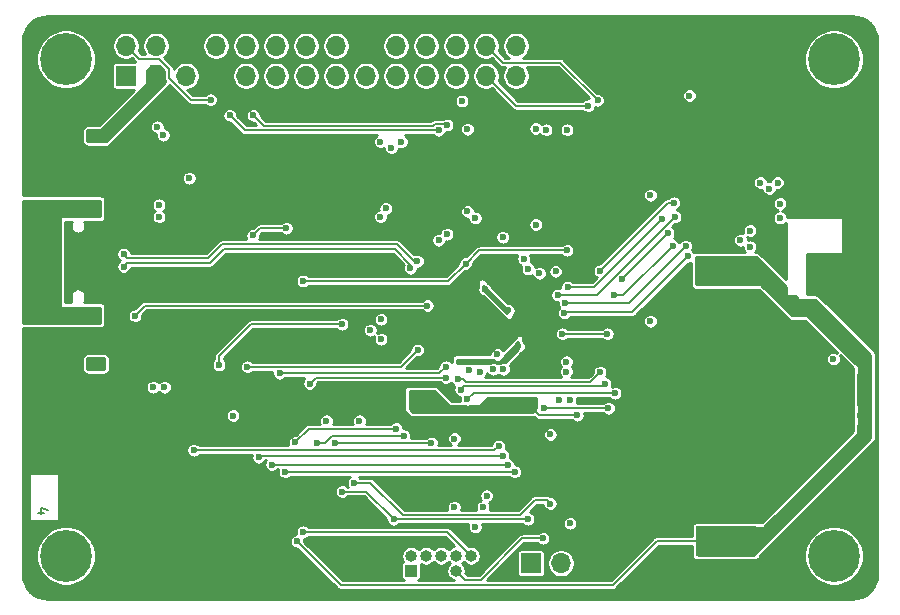
<source format=gbr>
%TF.GenerationSoftware,KiCad,Pcbnew,5.1.5+dfsg1-2build2*%
%TF.CreationDate,2020-11-12T16:10:00+01:00*%
%TF.ProjectId,tardigrade,74617264-6967-4726-9164-652e6b696361,V1.1*%
%TF.SameCoordinates,Original*%
%TF.FileFunction,Copper,L4,Bot*%
%TF.FilePolarity,Positive*%
%FSLAX46Y46*%
G04 Gerber Fmt 4.6, Leading zero omitted, Abs format (unit mm)*
G04 Created by KiCad (PCBNEW 5.1.5+dfsg1-2build2) date 2020-11-12 16:10:00*
%MOMM*%
%LPD*%
G04 APERTURE LIST*
%TA.AperFunction,NonConductor*%
%ADD10C,0.150000*%
%TD*%
%TA.AperFunction,ComponentPad*%
%ADD11O,1.700000X1.700000*%
%TD*%
%TA.AperFunction,ComponentPad*%
%ADD12R,1.700000X1.700000*%
%TD*%
%TA.AperFunction,SMDPad,CuDef*%
%ADD13R,5.100000X2.500000*%
%TD*%
%TA.AperFunction,BGAPad,CuDef*%
%ADD14C,17.800000*%
%TD*%
%TA.AperFunction,ComponentPad*%
%ADD15O,1.000000X1.000000*%
%TD*%
%TA.AperFunction,ComponentPad*%
%ADD16R,1.000000X1.000000*%
%TD*%
%TA.AperFunction,ComponentPad*%
%ADD17O,2.000000X1.000000*%
%TD*%
%TA.AperFunction,ComponentPad*%
%ADD18O,2.300000X1.000000*%
%TD*%
%TA.AperFunction,ComponentPad*%
%ADD19O,1.750000X1.200000*%
%TD*%
%TA.AperFunction,ComponentPad*%
%ADD20C,0.100000*%
%TD*%
%TA.AperFunction,ComponentPad*%
%ADD21C,4.400000*%
%TD*%
%TA.AperFunction,ViaPad*%
%ADD22C,0.600000*%
%TD*%
%TA.AperFunction,Conductor*%
%ADD23C,0.177800*%
%TD*%
%TA.AperFunction,Conductor*%
%ADD24C,0.146812*%
%TD*%
%TA.AperFunction,Conductor*%
%ADD25C,0.254000*%
%TD*%
G04 APERTURE END LIST*
D10*
X109722128Y-62306180D02*
X109188795Y-62306180D01*
X110026890Y-62115704D02*
X109455461Y-61925228D01*
X109455461Y-62420466D01*
D11*
%TO.P,J9,28*%
%TO.N,MCU_USB0_DP*%
X149682700Y-22783800D03*
%TO.P,J9,27*%
%TO.N,MCU_USB0_DN*%
X149682700Y-25323800D03*
%TO.P,J9,26*%
%TO.N,MCU_UART_TX*%
X147142700Y-22783800D03*
%TO.P,J9,25*%
%TO.N,MCU_UART_RX*%
X147142700Y-25323800D03*
%TO.P,J9,24*%
%TO.N,MCU_PIO0_16*%
X144602700Y-22783800D03*
%TO.P,J9,23*%
%TO.N,MCU_PIO0_4*%
X144602700Y-25323800D03*
%TO.P,J9,22*%
%TO.N,MCU_PIO0_23*%
X142062700Y-22783800D03*
%TO.P,J9,21*%
%TO.N,MCU_PIO0_21*%
X142062700Y-25323800D03*
%TO.P,J9,20*%
%TO.N,MCU_PIO0_31*%
X139522700Y-22783800D03*
%TO.P,J9,19*%
%TO.N,MCU_PIO0_15*%
X139522700Y-25323800D03*
%TO.P,J9,18*%
%TO.N,BQ_AVSS*%
X136982700Y-22783800D03*
%TO.P,J9,17*%
%TO.N,MCU_PIO0_26*%
X136982700Y-25323800D03*
%TO.P,J9,16*%
%TO.N,MCU_PIO0_24*%
X134442700Y-22783800D03*
%TO.P,J9,15*%
%TO.N,MCU_PIO1_1*%
X134442700Y-25323800D03*
%TO.P,J9,14*%
%TO.N,MCU_PIO1_3*%
X131902700Y-22783800D03*
%TO.P,J9,13*%
%TO.N,MCU_PIO0_18*%
X131902700Y-25323800D03*
%TO.P,J9,12*%
%TO.N,MCU_PIO1_2*%
X129362700Y-22783800D03*
%TO.P,J9,11*%
%TO.N,MCU_PIO0_9*%
X129362700Y-25323800D03*
%TO.P,J9,10*%
%TO.N,MCU_PIO0_8*%
X126822700Y-22783800D03*
%TO.P,J9,9*%
%TO.N,MCU_PIO0_0*%
X126822700Y-25323800D03*
%TO.P,J9,8*%
%TO.N,MCU_PIO0_27*%
X124282700Y-22783800D03*
%TO.P,J9,7*%
%TO.N,BQ_AVSS*%
X124282700Y-25323800D03*
%TO.P,J9,6*%
X121742700Y-22783800D03*
%TO.P,J9,5*%
%TO.N,VBAT_OK*%
X121742700Y-25323800D03*
%TO.P,J9,4*%
%TO.N,EXT_VBAT*%
X119202700Y-22783800D03*
%TO.P,J9,3*%
%TO.N,EXT_VIN*%
X119202700Y-25323800D03*
%TO.P,J9,2*%
%TO.N,MCU_VBAT_PMU*%
X116662700Y-22783800D03*
D12*
%TO.P,J9,1*%
%TO.N,VBUS*%
X116662700Y-25323800D03*
%TD*%
D13*
%TO.P,U7,1*%
%TO.N,Net-(U6-Pad6)*%
X167462700Y-64713800D03*
%TO.P,U7,2*%
X167462700Y-41813800D03*
D14*
%TO.P,U7,3*%
%TO.N,BQ_AVSS*%
X167462700Y-53263800D03*
%TD*%
D11*
%TO.P,J8,3*%
%TO.N,BQ_AVSS*%
X156032700Y-66598800D03*
%TO.P,J8,2*%
%TO.N,MCU_UART_RX*%
X153492700Y-66598800D03*
D12*
%TO.P,J8,1*%
%TO.N,MCU_UART_TX*%
X150952700Y-66598800D03*
%TD*%
D15*
%TO.P,J7,10*%
%TO.N,MCU_RESET*%
X145872700Y-65963800D03*
%TO.P,J7,9*%
%TO.N,BQ_AVSS*%
X145872700Y-67233800D03*
%TO.P,J7,8*%
%TO.N,Net-(J7-Pad8)*%
X144602700Y-65963800D03*
%TO.P,J7,7*%
%TO.N,MCU_ISP_MODE*%
X144602700Y-67233800D03*
%TO.P,J7,6*%
%TO.N,MCU_SWO*%
X143332700Y-65963800D03*
%TO.P,J7,5*%
%TO.N,BQ_AVSS*%
X143332700Y-67233800D03*
%TO.P,J7,4*%
%TO.N,MCU_SWDCLK*%
X142062700Y-65963800D03*
%TO.P,J7,3*%
%TO.N,BQ_AVSS*%
X142062700Y-67233800D03*
%TO.P,J7,2*%
%TO.N,MCU_SWDIO*%
X140792700Y-65963800D03*
D16*
%TO.P,J7,1*%
%TO.N,MCU_VBAT_PMU*%
X140792700Y-67233800D03*
%TD*%
D17*
%TO.P,J6,S1*%
%TO.N,Net-(FB2-Pad1)*%
X113316200Y-45391800D03*
X113316200Y-36751800D03*
D18*
X109491200Y-36751800D03*
X109491200Y-45391800D03*
%TD*%
D19*
%TO.P,J2,2*%
%TO.N,BQ_AVSS*%
X114122700Y-51707800D03*
%TA.AperFunction,ComponentPad*%
D20*
%TO.P,J2,1*%
%TO.N,Net-(C3-Pad1)*%
G36*
X114772205Y-49109004D02*
G01*
X114796473Y-49112604D01*
X114820272Y-49118565D01*
X114843371Y-49126830D01*
X114865550Y-49137320D01*
X114886593Y-49149932D01*
X114906299Y-49164547D01*
X114924477Y-49181023D01*
X114940953Y-49199201D01*
X114955568Y-49218907D01*
X114968180Y-49239950D01*
X114978670Y-49262129D01*
X114986935Y-49285228D01*
X114992896Y-49309027D01*
X114996496Y-49333295D01*
X114997700Y-49357799D01*
X114997700Y-50057801D01*
X114996496Y-50082305D01*
X114992896Y-50106573D01*
X114986935Y-50130372D01*
X114978670Y-50153471D01*
X114968180Y-50175650D01*
X114955568Y-50196693D01*
X114940953Y-50216399D01*
X114924477Y-50234577D01*
X114906299Y-50251053D01*
X114886593Y-50265668D01*
X114865550Y-50278280D01*
X114843371Y-50288770D01*
X114820272Y-50297035D01*
X114796473Y-50302996D01*
X114772205Y-50306596D01*
X114747701Y-50307800D01*
X113497699Y-50307800D01*
X113473195Y-50306596D01*
X113448927Y-50302996D01*
X113425128Y-50297035D01*
X113402029Y-50288770D01*
X113379850Y-50278280D01*
X113358807Y-50265668D01*
X113339101Y-50251053D01*
X113320923Y-50234577D01*
X113304447Y-50216399D01*
X113289832Y-50196693D01*
X113277220Y-50175650D01*
X113266730Y-50153471D01*
X113258465Y-50130372D01*
X113252504Y-50106573D01*
X113248904Y-50082305D01*
X113247700Y-50057801D01*
X113247700Y-49357799D01*
X113248904Y-49333295D01*
X113252504Y-49309027D01*
X113258465Y-49285228D01*
X113266730Y-49262129D01*
X113277220Y-49239950D01*
X113289832Y-49218907D01*
X113304447Y-49199201D01*
X113320923Y-49181023D01*
X113339101Y-49164547D01*
X113358807Y-49149932D01*
X113379850Y-49137320D01*
X113402029Y-49126830D01*
X113425128Y-49118565D01*
X113448927Y-49112604D01*
X113473195Y-49109004D01*
X113497699Y-49107800D01*
X114747701Y-49107800D01*
X114772205Y-49109004D01*
G37*
%TD.AperFunction*%
%TD*%
%TA.AperFunction,ComponentPad*%
%TO.P,J1,1*%
%TO.N,EXT_VIN*%
G36*
X114772205Y-29805004D02*
G01*
X114796473Y-29808604D01*
X114820272Y-29814565D01*
X114843371Y-29822830D01*
X114865550Y-29833320D01*
X114886593Y-29845932D01*
X114906299Y-29860547D01*
X114924477Y-29877023D01*
X114940953Y-29895201D01*
X114955568Y-29914907D01*
X114968180Y-29935950D01*
X114978670Y-29958129D01*
X114986935Y-29981228D01*
X114992896Y-30005027D01*
X114996496Y-30029295D01*
X114997700Y-30053799D01*
X114997700Y-30753801D01*
X114996496Y-30778305D01*
X114992896Y-30802573D01*
X114986935Y-30826372D01*
X114978670Y-30849471D01*
X114968180Y-30871650D01*
X114955568Y-30892693D01*
X114940953Y-30912399D01*
X114924477Y-30930577D01*
X114906299Y-30947053D01*
X114886593Y-30961668D01*
X114865550Y-30974280D01*
X114843371Y-30984770D01*
X114820272Y-30993035D01*
X114796473Y-30998996D01*
X114772205Y-31002596D01*
X114747701Y-31003800D01*
X113497699Y-31003800D01*
X113473195Y-31002596D01*
X113448927Y-30998996D01*
X113425128Y-30993035D01*
X113402029Y-30984770D01*
X113379850Y-30974280D01*
X113358807Y-30961668D01*
X113339101Y-30947053D01*
X113320923Y-30930577D01*
X113304447Y-30912399D01*
X113289832Y-30892693D01*
X113277220Y-30871650D01*
X113266730Y-30849471D01*
X113258465Y-30826372D01*
X113252504Y-30802573D01*
X113248904Y-30778305D01*
X113247700Y-30753801D01*
X113247700Y-30053799D01*
X113248904Y-30029295D01*
X113252504Y-30005027D01*
X113258465Y-29981228D01*
X113266730Y-29958129D01*
X113277220Y-29935950D01*
X113289832Y-29914907D01*
X113304447Y-29895201D01*
X113320923Y-29877023D01*
X113339101Y-29860547D01*
X113358807Y-29845932D01*
X113379850Y-29833320D01*
X113402029Y-29822830D01*
X113425128Y-29814565D01*
X113448927Y-29808604D01*
X113473195Y-29805004D01*
X113497699Y-29803800D01*
X114747701Y-29803800D01*
X114772205Y-29805004D01*
G37*
%TD.AperFunction*%
D19*
%TO.P,J1,2*%
%TO.N,BQ_AVSS*%
X114122700Y-32403800D03*
%TD*%
D21*
%TO.P,H4,1*%
%TO.N,N/C*%
X111582700Y-23926800D03*
%TD*%
%TO.P,H3,1*%
%TO.N,N/C*%
X176606700Y-23926800D03*
%TD*%
%TO.P,H2,1*%
%TO.N,N/C*%
X111582700Y-65963800D03*
%TD*%
%TO.P,H1,1*%
%TO.N,N/C*%
X176606700Y-65963800D03*
%TD*%
D22*
%TO.N,Net-(C8-Pad1)*%
X119812300Y-30353000D03*
X119304300Y-29641800D03*
X118948700Y-51689000D03*
X119913900Y-51689000D03*
X119456700Y-36245800D03*
X119456700Y-37261800D03*
%TO.N,VBUS*%
X117424700Y-45643800D03*
X142164300Y-44780200D03*
%TO.N,SX1262_DIO3*%
X172034700Y-37363400D03*
X172034700Y-36144200D03*
%TO.N,SX1262_SCK*%
X164059100Y-39751000D03*
X153848300Y-44561197D03*
%TO.N,SX1262_NSS*%
X164262300Y-40614600D03*
X153772100Y-45415200D03*
%TO.N,VBAT_OK*%
X122012700Y-33994600D03*
%TO.N,MCU_SWDIO*%
X148097209Y-48922148D03*
X147193500Y-60883800D03*
%TO.N,MCU_SWDCLK*%
X146618899Y-50424682D03*
X146888700Y-61849000D03*
%TO.N,MCU_PIO0_16*%
X153035500Y-41884600D03*
X152222700Y-29895800D03*
%TO.N,MCU_PIO0_23*%
X151359100Y-37922200D03*
X151359100Y-29794200D03*
%TO.N,MCU_PIO0_15*%
X145567900Y-36804600D03*
X145567900Y-29845000D03*
%TO.N,MCU_PIO0_31*%
X146228300Y-37363400D03*
X145110700Y-27457400D03*
%TO.N,MCU_SWO*%
X146228300Y-63525400D03*
X145720300Y-50266600D03*
%TO.N,MCU_RESET*%
X145415500Y-41224200D03*
X154000700Y-40106600D03*
X154000700Y-29895800D03*
X131640800Y-42697400D03*
X131648700Y-63931800D03*
%TO.N,MCU_USB1_DP*%
X141337881Y-41017143D03*
X116459500Y-40411400D03*
%TO.N,MCU_USB1_DN*%
X140736839Y-41618185D03*
X116459500Y-41478200D03*
%TO.N,GNSS_PPS*%
X127889500Y-57632600D03*
X148565100Y-57480200D03*
%TO.N,MCU_PIO0_9*%
X143739100Y-49961800D03*
X129667500Y-50520600D03*
%TO.N,MCU_PIO0_18*%
X143739100Y-50876200D03*
X132207500Y-51384200D03*
%TO.N,MCU_PIO1_1*%
X133629900Y-54533800D03*
%TO.N,MCU_PIO1_2*%
X139522700Y-55194200D03*
X130988300Y-56362600D03*
%TO.N,MCU_PIO1_3*%
X140183100Y-55803800D03*
X132817100Y-56413400D03*
%TO.N,SX1262_DIO1*%
X156794700Y-41833800D03*
X163043100Y-36072100D03*
X156794700Y-50419000D03*
X144755100Y-51028600D03*
%TO.N,SX1262_BUSY*%
X162027100Y-37465000D03*
X154051500Y-43205400D03*
%TO.N,SX1262_MOSI*%
X158013900Y-43916600D03*
X162941500Y-39700200D03*
X157201100Y-51384200D03*
X145009100Y-51892200D03*
%TO.N,SX1262_MISO*%
X158674300Y-42545000D03*
X162554818Y-38653118D03*
X145567900Y-52705000D03*
X158064700Y-52197000D03*
%TO.N,MCU_PIO0_21*%
X147752300Y-50165000D03*
%TO.N,SX1262_NRESET*%
X163144700Y-37261800D03*
X153213300Y-43891200D03*
%TO.N,GNSS_RX*%
X148971500Y-58242200D03*
X129007100Y-58242200D03*
%TO.N,GNSS_TX*%
X149581100Y-58851800D03*
X130124700Y-58851800D03*
%TO.N,GNSS_NRESET*%
X122403100Y-57023000D03*
X148209500Y-56667400D03*
%TO.N,MCU_ISP_MODE*%
X157404300Y-47167800D03*
X164363900Y-27000200D03*
X153594300Y-47167800D03*
X151968700Y-64490600D03*
%TO.N,LORA_ANT_SW*%
X152019500Y-53467000D03*
X157505900Y-53467000D03*
X176555900Y-49301400D03*
%TO.N,MCU_UART_RX*%
X155778700Y-27863800D03*
X153289500Y-52806600D03*
%TO.N,MCU_UART_TX*%
X156591500Y-27406600D03*
X154254700Y-52806600D03*
X154254700Y-63220600D03*
%TO.N,MCU_USB0_DP*%
X153949900Y-50386800D03*
%TO.N,SX1262_DIO2*%
X161061900Y-46101000D03*
X161061900Y-35433000D03*
%TO.N,BQ_AVSS*%
X175717700Y-53898800D03*
X170637700Y-55803800D03*
X173177700Y-55803800D03*
X172542700Y-47548800D03*
X171272700Y-49453800D03*
X159842700Y-29641800D03*
X159842700Y-30657800D03*
X159842700Y-32435800D03*
X159842700Y-35483800D03*
X159842700Y-36499800D03*
X159842700Y-37769800D03*
X159842700Y-47421800D03*
X159842700Y-48437800D03*
X159842700Y-49707800D03*
X159842700Y-50723800D03*
X159842700Y-54279800D03*
X159842700Y-55295800D03*
X159842700Y-56565800D03*
X159842700Y-57581800D03*
X160858700Y-57581800D03*
X162128700Y-57581800D03*
X163398700Y-57581800D03*
X164668700Y-57581800D03*
X167462700Y-57581800D03*
X168986700Y-57581800D03*
X170510700Y-57581800D03*
X173558700Y-57581800D03*
X174574700Y-57581800D03*
X175590700Y-57581800D03*
X178130700Y-54533800D03*
X178130700Y-53517800D03*
X178130700Y-50215800D03*
X178130700Y-44627800D03*
X178130700Y-43611800D03*
X178130700Y-42595800D03*
X178130700Y-41579800D03*
X178130700Y-38785800D03*
X178130700Y-37769800D03*
X178130700Y-36753800D03*
X178130700Y-35737800D03*
X178130700Y-31673800D03*
X178130700Y-30657800D03*
X178130700Y-29641800D03*
X176352700Y-28625800D03*
X175082700Y-28625800D03*
X173558700Y-28625800D03*
X170256700Y-28625800D03*
X168986700Y-28625800D03*
X167462700Y-28625800D03*
X163906700Y-28625800D03*
X161874700Y-28625800D03*
X160858700Y-28625800D03*
X159842700Y-28625800D03*
X172034700Y-60883800D03*
X173812700Y-59359800D03*
X161366700Y-59359800D03*
X171272700Y-59359800D03*
X168224700Y-59359800D03*
X167462700Y-60375800D03*
X167462700Y-61645800D03*
X164668700Y-61137800D03*
X164668700Y-59359800D03*
X169240700Y-46659800D03*
X167970700Y-48691800D03*
X167970700Y-47421800D03*
X165430700Y-47167800D03*
X165430700Y-49707800D03*
X164668700Y-56565800D03*
X167208700Y-56565800D03*
X167208700Y-55041800D03*
X164668700Y-55041800D03*
X170002700Y-54279800D03*
X173558700Y-53263800D03*
X175590700Y-51231800D03*
X174574700Y-50215800D03*
X172542700Y-51993800D03*
X170002700Y-51993800D03*
X135712700Y-65963800D03*
X125997200Y-40627300D03*
X125171700Y-41008300D03*
X123203200Y-31419800D03*
X122314200Y-31927800D03*
X124028700Y-31927800D03*
X146761700Y-45961300D03*
X144983700Y-45961300D03*
X144983700Y-47866300D03*
X146825200Y-47802800D03*
X147714200Y-46913800D03*
X146761700Y-46913800D03*
X145872700Y-45072300D03*
X145872700Y-45961300D03*
X144031200Y-46913800D03*
X144983700Y-46913800D03*
X145872700Y-48755300D03*
X145872700Y-47802800D03*
X145872700Y-46913800D03*
X166256200Y-38277800D03*
X167145200Y-38277800D03*
X167145200Y-37388800D03*
X166256200Y-37388800D03*
X165303700Y-38277800D03*
X165303700Y-37388800D03*
X165303700Y-36499800D03*
X166256200Y-36499800D03*
X167145200Y-36499800D03*
X168377100Y-56007000D03*
X162738300Y-55905400D03*
X161417500Y-54127400D03*
X161417500Y-52806600D03*
X161417500Y-51587400D03*
X162585900Y-49961800D03*
X161976300Y-48133000D03*
X164414700Y-45796200D03*
X167361100Y-33451800D03*
X163754300Y-34620200D03*
X151359100Y-46507400D03*
X164363900Y-43815000D03*
X162077900Y-43916600D03*
X172034700Y-41681400D03*
X174473100Y-46609000D03*
X150393900Y-28930600D03*
X144704300Y-37871400D03*
X141910300Y-39141400D03*
X137338300Y-40767000D03*
X117805700Y-59613800D03*
X116345200Y-57200800D03*
X122758700Y-63677800D03*
X124536700Y-63423800D03*
X118440700Y-62153800D03*
X119964700Y-62153800D03*
X117932700Y-63169800D03*
X117932700Y-64693800D03*
X113614700Y-63423800D03*
X114630700Y-62153800D03*
X113868700Y-59613800D03*
X112344700Y-59613800D03*
X113614700Y-56311800D03*
X112852700Y-53263800D03*
X116408700Y-53263800D03*
X116408700Y-49199800D03*
X111582700Y-47167800D03*
X109804700Y-48945800D03*
X109550700Y-52247800D03*
X109550700Y-56311800D03*
X118440700Y-47929800D03*
X120472700Y-47929800D03*
X118440700Y-50469800D03*
X120472700Y-50469800D03*
X121742700Y-54787800D03*
X123012700Y-54787800D03*
X137236700Y-32689800D03*
X137236700Y-35991800D03*
X141046700Y-32689800D03*
X141046700Y-34213800D03*
X144856700Y-32689800D03*
X146888700Y-29641800D03*
X146888700Y-32689800D03*
X148666700Y-29641800D03*
X148666700Y-32689800D03*
X148666700Y-36753800D03*
X148666700Y-34721800D03*
X146888700Y-34721800D03*
X150698700Y-32689800D03*
X150698700Y-34721800D03*
X150698700Y-36753800D03*
X152984700Y-39293800D03*
X152984700Y-36753800D03*
X152984700Y-34721800D03*
X152984700Y-32689800D03*
X156794700Y-34721800D03*
X156794700Y-36753800D03*
X156794700Y-39547800D03*
X158318700Y-38531800D03*
X158318700Y-35991800D03*
X118440700Y-43103800D03*
X120726700Y-41833800D03*
X120218700Y-44119800D03*
X118440700Y-39293800D03*
X118440700Y-35229800D03*
X118440700Y-31419800D03*
X120472700Y-32689800D03*
X120472700Y-35229800D03*
X120472700Y-38277800D03*
X121742700Y-38785800D03*
X122758700Y-35483800D03*
X127330700Y-32689800D03*
X127330700Y-34213800D03*
X127838700Y-36245800D03*
X128600700Y-28625800D03*
X130124700Y-28879800D03*
X135458700Y-28879800D03*
X120472700Y-27609800D03*
X117932700Y-28879800D03*
X115900700Y-27609800D03*
X114376700Y-28879800D03*
X115900700Y-31927800D03*
X115900700Y-34721800D03*
X115900700Y-37007800D03*
X128600700Y-32689800D03*
X128600700Y-35229800D03*
X130124700Y-32689800D03*
X130124700Y-35991800D03*
X135204700Y-38023800D03*
X135204700Y-35991800D03*
X135204700Y-32689800D03*
X125806700Y-33451800D03*
X128346700Y-42087800D03*
X130124700Y-42087800D03*
X130124700Y-44119800D03*
X130124700Y-45643800D03*
X128346700Y-45643800D03*
X125552700Y-45897800D03*
X124028700Y-47421800D03*
X125806700Y-49199800D03*
X127584700Y-49199800D03*
X128346700Y-47167800D03*
X130124700Y-49199800D03*
X124790700Y-54787800D03*
X124790700Y-56311800D03*
X126822700Y-56311800D03*
X126822700Y-54787800D03*
X126822700Y-58089800D03*
X124790700Y-58089800D03*
X124790700Y-60121800D03*
X127838700Y-60121800D03*
X130886700Y-60121800D03*
X132410700Y-60121800D03*
X132410700Y-61899800D03*
X134188700Y-59613800D03*
X127838700Y-64185800D03*
X122250700Y-66471800D03*
X131394700Y-66471800D03*
X132918700Y-65201800D03*
X138506700Y-64693800D03*
X139268700Y-67741800D03*
X137744700Y-67741800D03*
X133934700Y-61899800D03*
X138252700Y-59613800D03*
X140030700Y-60883800D03*
X143586700Y-60883800D03*
X142062700Y-59613800D03*
X145364700Y-59613800D03*
X147904700Y-59613800D03*
X148158700Y-61899800D03*
X151206700Y-59613800D03*
X149936700Y-61391800D03*
X141554700Y-55803800D03*
X140411700Y-59613800D03*
X143586700Y-55295800D03*
X147904700Y-55295800D03*
X150444700Y-56057800D03*
X150444700Y-57581800D03*
X151206700Y-56819800D03*
X155016700Y-56819800D03*
X155016700Y-55549800D03*
X155016700Y-59613800D03*
X155016700Y-62407800D03*
X154000700Y-64439800D03*
X152222700Y-65455800D03*
X142062700Y-61137800D03*
X148158700Y-63677800D03*
X147396700Y-65963800D03*
X148412700Y-67487800D03*
X158064700Y-66725800D03*
X159842700Y-64947800D03*
X161620700Y-63423800D03*
X163906700Y-63423800D03*
X161366700Y-66217800D03*
X163398700Y-65709800D03*
X159334700Y-68249800D03*
X169494700Y-66725800D03*
X170002700Y-62661800D03*
X172288700Y-64439800D03*
X135712700Y-53263800D03*
X135712700Y-51739800D03*
X137236700Y-53263800D03*
X137490700Y-28879800D03*
X139776700Y-28879800D03*
X141808700Y-28879800D03*
X144348700Y-28625800D03*
X138760700Y-27101800D03*
X152476700Y-28625800D03*
X151460700Y-26847800D03*
X151968700Y-23291800D03*
X156794700Y-26085800D03*
X157048700Y-29895800D03*
X158572700Y-31419800D03*
X158572700Y-24053800D03*
X158572700Y-22275800D03*
X162890700Y-25069800D03*
X164414700Y-25831800D03*
X160604700Y-26085800D03*
X170002700Y-22275800D03*
X170002700Y-24053800D03*
X175590700Y-61645800D03*
X177622700Y-59359800D03*
X176860700Y-56311800D03*
X166700700Y-44373800D03*
X164160700Y-42595800D03*
X175082700Y-43611800D03*
X176860700Y-44881800D03*
X172796700Y-35483800D03*
X174828700Y-35483800D03*
X176860700Y-35483800D03*
X172796700Y-33959800D03*
X172796700Y-32181800D03*
X172796700Y-29895800D03*
X174320700Y-33451800D03*
X175590700Y-31673800D03*
X176606700Y-30149800D03*
X164668700Y-62407800D03*
X158064700Y-59359800D03*
X177876700Y-28625800D03*
X149428700Y-44272200D03*
X145110700Y-43357800D03*
X143332700Y-45135800D03*
X141554700Y-46913800D03*
X109042700Y-68503800D03*
X129362700Y-68503800D03*
X172542700Y-68503800D03*
X121742700Y-68503800D03*
X164922700Y-68503800D03*
X109042700Y-32943800D03*
X109042700Y-27863800D03*
X152222700Y-21513800D03*
X138252700Y-21513800D03*
X123012700Y-21513800D03*
X163652700Y-21513800D03*
X173812700Y-21513800D03*
X179527700Y-26593800D03*
X179527700Y-33578800D03*
X179527700Y-39928800D03*
X179527700Y-46278800D03*
X179527700Y-59613800D03*
X179527700Y-65963800D03*
X124638300Y-35483800D03*
X145415500Y-55295800D03*
%TO.N,MCU_USB0_DN*%
X153949900Y-49536800D03*
%TO.N,MCU_VBAT_PMU*%
X144907500Y-49555400D03*
X149885900Y-48234600D03*
X147041100Y-43408600D03*
X149022300Y-45186600D03*
X123825500Y-27355800D03*
X171831500Y-34366200D03*
X170358300Y-34366200D03*
X171120300Y-34874200D03*
X169494700Y-39801800D03*
X168681900Y-39243000D03*
X169494700Y-38430200D03*
X138201900Y-30911800D03*
X139116300Y-31419800D03*
X139979900Y-30911800D03*
X148565100Y-38989000D03*
X150343100Y-40817800D03*
X150698700Y-41681400D03*
X151663900Y-42037000D03*
X150343100Y-52755800D03*
X141707100Y-52908200D03*
X134950700Y-60528200D03*
X139319500Y-62865000D03*
X150698700Y-62865000D03*
X124536700Y-49809400D03*
X138659100Y-36550600D03*
X138201900Y-37261800D03*
X138252700Y-45948600D03*
X137338300Y-46863000D03*
X138252700Y-47625000D03*
X134950700Y-46355000D03*
X154864300Y-54076600D03*
%TO.N,MCU_PIO0_8*%
X143840700Y-38735000D03*
X143840700Y-29489400D03*
X127432300Y-28676600D03*
%TO.N,MCU_PIO0_27*%
X143129500Y-39243000D03*
X143129500Y-29946600D03*
X125451100Y-28676600D03*
%TO.N,MCU_PIO0_0*%
X141351500Y-48539400D03*
X126924300Y-49961800D03*
%TO.N,MCU_PIO0_26*%
X136423900Y-54533800D03*
%TO.N,MCU_PIO0_24*%
X134341100Y-56413400D03*
X142519900Y-56413400D03*
%TO.N,SE_SDA*%
X144466972Y-56041128D03*
X144450300Y-61849000D03*
%TO.N,MCU_PIO0_4*%
X148615900Y-50165000D03*
%TO.N,SE_SCL*%
X152578300Y-61544200D03*
X135966700Y-59766200D03*
X152586201Y-55694299D03*
%TO.N,Net-(R11-Pad1)*%
X127381500Y-38836600D03*
X130226300Y-38227000D03*
%TO.N,Net-(U6-Pad6)*%
X125722700Y-54094200D03*
X131140700Y-64744600D03*
%TD*%
D23*
%TO.N,VBUS*%
X118288300Y-44780200D02*
X117424700Y-45643800D01*
X142164300Y-44780200D02*
X118288300Y-44780200D01*
%TO.N,SX1262_SCK*%
X159248903Y-44561197D02*
X164059100Y-39751000D01*
X153848300Y-44561197D02*
X159248903Y-44561197D01*
%TO.N,SX1262_NSS*%
X159537900Y-45339000D02*
X164262300Y-40614600D01*
X153848300Y-45339000D02*
X153772100Y-45415200D01*
X159537900Y-45339000D02*
X153848300Y-45339000D01*
%TO.N,MCU_RESET*%
X146533100Y-40106600D02*
X154000700Y-40106600D01*
X145415500Y-41224200D02*
X146533100Y-40106600D01*
X143942300Y-42697400D02*
X131640800Y-42697400D01*
X145415500Y-41224200D02*
X143942300Y-42697400D01*
X143840700Y-63931800D02*
X145872700Y-65963800D01*
X131648700Y-63931800D02*
X143840700Y-63931800D01*
D24*
%TO.N,MCU_USB1_DP*%
X116767900Y-40719800D02*
X123605300Y-40719800D01*
X123605300Y-40719800D02*
X124748300Y-39576800D01*
X141055038Y-41017143D02*
X141337881Y-41017143D01*
X139614695Y-39576800D02*
X141055038Y-41017143D01*
X124748300Y-39576800D02*
X139614695Y-39576800D01*
X116459500Y-40411400D02*
X116767900Y-40719800D01*
%TO.N,MCU_USB1_DN*%
X116767900Y-41169800D02*
X123791700Y-41169800D01*
X123791700Y-41169800D02*
X124934700Y-40026800D01*
X140736839Y-41335342D02*
X140736839Y-41618185D01*
X124934700Y-40026800D02*
X139428297Y-40026800D01*
X139428297Y-40026800D02*
X140736839Y-41335342D01*
X116459500Y-41478200D02*
X116767900Y-41169800D01*
D23*
%TO.N,GNSS_PPS*%
X128041900Y-57480200D02*
X127889500Y-57632600D01*
X148565100Y-57480200D02*
X128041900Y-57480200D01*
%TO.N,MCU_PIO0_9*%
X143739100Y-49961800D02*
X143180300Y-50520600D01*
X143180300Y-50520600D02*
X129667500Y-50520600D01*
%TO.N,MCU_PIO0_18*%
X132715500Y-50876200D02*
X132207500Y-51384200D01*
X143739100Y-50876200D02*
X132715500Y-50876200D01*
%TO.N,MCU_PIO1_2*%
X139522700Y-55194200D02*
X132283182Y-55194200D01*
X132156700Y-55194200D02*
X130988300Y-56362600D01*
X132283182Y-55194200D02*
X132156700Y-55194200D01*
%TO.N,MCU_PIO1_3*%
X134111982Y-55803800D02*
X133502382Y-56413400D01*
X140183100Y-55803800D02*
X134111982Y-55803800D01*
X133502382Y-56413400D02*
X132817100Y-56413400D01*
%TO.N,SX1262_DIO1*%
X162556400Y-36072100D02*
X163043100Y-36072100D01*
X156794700Y-41833800D02*
X162556400Y-36072100D01*
X156185100Y-51028600D02*
X156794700Y-50419000D01*
X145179364Y-51028600D02*
X145417553Y-51266789D01*
X144755100Y-51028600D02*
X145179364Y-51028600D01*
X155946911Y-51266789D02*
X156185100Y-51028600D01*
X145417553Y-51266789D02*
X155946911Y-51266789D01*
%TO.N,SX1262_BUSY*%
X156288819Y-43203281D02*
X162027100Y-37465000D01*
X156288819Y-43203281D02*
X154053619Y-43203281D01*
%TO.N,SX1262_MOSI*%
X158725100Y-43916600D02*
X158013900Y-43916600D01*
X162941500Y-39700200D02*
X158725100Y-43916600D01*
X156962901Y-51622399D02*
X157201100Y-51384200D01*
X145278901Y-51622399D02*
X145009100Y-51892200D01*
X145278901Y-51622399D02*
X156962901Y-51622399D01*
%TO.N,SX1262_MISO*%
X162554818Y-38664482D02*
X162554818Y-38653118D01*
X158674300Y-42545000D02*
X162554818Y-38664482D01*
X146083801Y-52189099D02*
X158056799Y-52189099D01*
X145567900Y-52705000D02*
X146083801Y-52189099D01*
%TO.N,SX1262_NRESET*%
X156523555Y-43882945D02*
X163144700Y-37261800D01*
X156523555Y-43882945D02*
X153221555Y-43882945D01*
%TO.N,GNSS_RX*%
X148971500Y-58242200D02*
X129007100Y-58242200D01*
%TO.N,GNSS_TX*%
X149581100Y-58851800D02*
X130124700Y-58851800D01*
%TO.N,GNSS_NRESET*%
X147853900Y-57023000D02*
X122403100Y-57023000D01*
X148209500Y-56667400D02*
X147853900Y-57023000D01*
%TO.N,MCU_ISP_MODE*%
X151968700Y-64490600D02*
X150190700Y-64490600D01*
X145102699Y-67733799D02*
X144602700Y-67233800D01*
X145369401Y-68000501D02*
X145102699Y-67733799D01*
X146680799Y-68000501D02*
X145369401Y-68000501D01*
X150190700Y-64490600D02*
X146680799Y-68000501D01*
X153594300Y-47167800D02*
X157404300Y-47167800D01*
%TO.N,LORA_ANT_SW*%
X152019500Y-53467000D02*
X157505900Y-53467000D01*
%TO.N,MCU_UART_RX*%
X149682700Y-27863800D02*
X147142700Y-25323800D01*
X155778700Y-27863800D02*
X149682700Y-27863800D01*
%TO.N,MCU_UART_TX*%
X147992699Y-23633799D02*
X147142700Y-22783800D01*
X153391999Y-24207099D02*
X148565999Y-24207099D01*
X148565999Y-24207099D02*
X147992699Y-23633799D01*
X156591500Y-27406600D02*
X153391999Y-24207099D01*
%TO.N,MCU_VBAT_PMU*%
X136982700Y-60528200D02*
X139319500Y-62865000D01*
X134950700Y-60528200D02*
X136982700Y-60528200D01*
X139319500Y-62865000D02*
X150698700Y-62865000D01*
X124536700Y-49809400D02*
X124536700Y-49047400D01*
X127229100Y-46355000D02*
X134950700Y-46355000D01*
X124536700Y-49047400D02*
X127229100Y-46355000D01*
X117512699Y-23633799D02*
X116662700Y-22783800D01*
X117779401Y-23900501D02*
X117512699Y-23633799D01*
X119432119Y-23900501D02*
X117779401Y-23900501D01*
X120319401Y-24787783D02*
X119432119Y-23900501D01*
X120319401Y-25553219D02*
X120319401Y-24787783D01*
X122121982Y-27355800D02*
X120319401Y-25553219D01*
X123825500Y-27355800D02*
X122121982Y-27355800D01*
X151663900Y-54076600D02*
X150343100Y-52755800D01*
X154864300Y-54076600D02*
X151663900Y-54076600D01*
%TO.N,MCU_PIO0_8*%
X143731199Y-29379899D02*
X142832601Y-29379899D01*
X143840700Y-29489400D02*
X143731199Y-29379899D01*
X142832601Y-29379899D02*
X142621500Y-29591000D01*
X128346700Y-29591000D02*
X127432300Y-28676600D01*
X142621500Y-29591000D02*
X128346700Y-29591000D01*
%TO.N,MCU_PIO0_27*%
X126721100Y-29946600D02*
X125451100Y-28676600D01*
X143129500Y-29946600D02*
X126721100Y-29946600D01*
%TO.N,MCU_PIO0_0*%
X141351500Y-48539400D02*
X139929100Y-49961800D01*
X139921199Y-49953899D02*
X126932201Y-49953899D01*
X139929100Y-49961800D02*
X139921199Y-49953899D01*
%TO.N,MCU_PIO0_24*%
X142519900Y-56413400D02*
X134341100Y-56413400D01*
%TO.N,SE_SCL*%
X151252699Y-61244201D02*
X149987510Y-62509390D01*
X152278301Y-61244201D02*
X151252699Y-61244201D01*
X152578300Y-61544200D02*
X152278301Y-61244201D01*
X149987510Y-62509390D02*
X140081490Y-62509390D01*
X137338300Y-59766200D02*
X135966700Y-59766200D01*
X140081490Y-62509390D02*
X137338300Y-59766200D01*
%TO.N,Net-(R11-Pad1)*%
X127991100Y-38227000D02*
X127381500Y-38836600D01*
X130226300Y-38227000D02*
X127991100Y-38227000D01*
%TO.N,Net-(U6-Pad6)*%
X131140700Y-64744600D02*
X134849100Y-68453000D01*
X134849100Y-68453000D02*
X157861500Y-68453000D01*
X161600700Y-64713800D02*
X167462700Y-64713800D01*
X157861500Y-68453000D02*
X161600700Y-64713800D01*
%TD*%
D25*
%TO.N,Net-(FB2-Pad1)*%
G36*
X114452900Y-37236400D02*
G01*
X111176300Y-37236400D01*
X111151524Y-37238840D01*
X111127699Y-37246067D01*
X111105743Y-37257803D01*
X111086497Y-37273597D01*
X111070703Y-37292843D01*
X111058967Y-37314799D01*
X111051740Y-37338624D01*
X111049300Y-37363400D01*
X111049300Y-44831000D01*
X111051740Y-44855776D01*
X111058967Y-44879601D01*
X111070703Y-44901557D01*
X111086497Y-44920803D01*
X111105743Y-44936597D01*
X111127699Y-44948333D01*
X111151524Y-44955560D01*
X111176300Y-44958000D01*
X114452900Y-44958000D01*
X114452900Y-46228000D01*
X107934200Y-46228000D01*
X107934200Y-35915600D01*
X114452900Y-35915600D01*
X114452900Y-37236400D01*
G37*
X114452900Y-37236400D02*
X111176300Y-37236400D01*
X111151524Y-37238840D01*
X111127699Y-37246067D01*
X111105743Y-37257803D01*
X111086497Y-37273597D01*
X111070703Y-37292843D01*
X111058967Y-37314799D01*
X111051740Y-37338624D01*
X111049300Y-37363400D01*
X111049300Y-44831000D01*
X111051740Y-44855776D01*
X111058967Y-44879601D01*
X111070703Y-44901557D01*
X111086497Y-44920803D01*
X111105743Y-44936597D01*
X111127699Y-44948333D01*
X111151524Y-44955560D01*
X111176300Y-44958000D01*
X114452900Y-44958000D01*
X114452900Y-46228000D01*
X107934200Y-46228000D01*
X107934200Y-35915600D01*
X114452900Y-35915600D01*
X114452900Y-37236400D01*
%TO.N,EXT_VIN*%
G36*
X119903502Y-24960055D02*
G01*
X119903501Y-25532800D01*
X119901490Y-25553219D01*
X119903501Y-25573637D01*
X119903501Y-25573646D01*
X119909519Y-25634749D01*
X119933301Y-25713146D01*
X119939300Y-25724369D01*
X119939300Y-25880794D01*
X114933694Y-30886400D01*
X113589300Y-30886400D01*
X113589300Y-29921200D01*
X114478300Y-29921200D01*
X114503076Y-29918760D01*
X114526901Y-29911533D01*
X114548857Y-29899797D01*
X114568103Y-29884003D01*
X118378103Y-26074003D01*
X118393897Y-26054757D01*
X118405633Y-26032801D01*
X118412860Y-26008976D01*
X118415300Y-25984200D01*
X118415300Y-24919206D01*
X118798106Y-24536400D01*
X119479848Y-24536400D01*
X119903502Y-24960055D01*
G37*
X119903502Y-24960055D02*
X119903501Y-25532800D01*
X119901490Y-25553219D01*
X119903501Y-25573637D01*
X119903501Y-25573646D01*
X119909519Y-25634749D01*
X119933301Y-25713146D01*
X119939300Y-25724369D01*
X119939300Y-25880794D01*
X114933694Y-30886400D01*
X113589300Y-30886400D01*
X113589300Y-29921200D01*
X114478300Y-29921200D01*
X114503076Y-29918760D01*
X114526901Y-29911533D01*
X114548857Y-29899797D01*
X114568103Y-29884003D01*
X118378103Y-26074003D01*
X118393897Y-26054757D01*
X118405633Y-26032801D01*
X118412860Y-26008976D01*
X118415300Y-25984200D01*
X118415300Y-24919206D01*
X118798106Y-24536400D01*
X119479848Y-24536400D01*
X119903502Y-24960055D01*
%TO.N,Net-(U6-Pad6)*%
G36*
X172517300Y-43207206D02*
G01*
X172517300Y-43865800D01*
X172519740Y-43890576D01*
X172526967Y-43914401D01*
X172538703Y-43936357D01*
X172554497Y-43955603D01*
X172573743Y-43971397D01*
X172595699Y-43983133D01*
X172619524Y-43990360D01*
X172644300Y-43992800D01*
X173302894Y-43992800D01*
X173570497Y-44260403D01*
X173589743Y-44276197D01*
X173611699Y-44287933D01*
X173635524Y-44295160D01*
X173660300Y-44297600D01*
X175030094Y-44297600D01*
X179680100Y-48947606D01*
X179680100Y-55954394D01*
X169746894Y-65887600D01*
X165049700Y-65887600D01*
X165049700Y-63601600D01*
X170612300Y-63601600D01*
X170637076Y-63599160D01*
X170660901Y-63591933D01*
X170682857Y-63580197D01*
X170702103Y-63564403D01*
X178626903Y-55639603D01*
X178642697Y-55620357D01*
X178654433Y-55598401D01*
X178661660Y-55574576D01*
X178664100Y-55549800D01*
X178664100Y-54864081D01*
X178686340Y-54830796D01*
X178733605Y-54716689D01*
X178757700Y-54595554D01*
X178757700Y-54472046D01*
X178733605Y-54350911D01*
X178686340Y-54236804D01*
X178664100Y-54203519D01*
X178664100Y-53848081D01*
X178686340Y-53814796D01*
X178733605Y-53700689D01*
X178757700Y-53579554D01*
X178757700Y-53456046D01*
X178733605Y-53334911D01*
X178686340Y-53220804D01*
X178664100Y-53187519D01*
X178664100Y-50546081D01*
X178686340Y-50512796D01*
X178733605Y-50398689D01*
X178757700Y-50277554D01*
X178757700Y-50154046D01*
X178733605Y-50032911D01*
X178686340Y-49918804D01*
X178617723Y-49816111D01*
X178530389Y-49728777D01*
X178427696Y-49660160D01*
X178406135Y-49651229D01*
X174410503Y-45655597D01*
X174391257Y-45639803D01*
X174369301Y-45628067D01*
X174345476Y-45620840D01*
X174320700Y-45618400D01*
X173052506Y-45618400D01*
X170448103Y-43013997D01*
X170428857Y-42998203D01*
X170406901Y-42986467D01*
X170383076Y-42979240D01*
X170358300Y-42976800D01*
X164948100Y-42976800D01*
X164948100Y-40690800D01*
X170000894Y-40690800D01*
X172517300Y-43207206D01*
G37*
X172517300Y-43207206D02*
X172517300Y-43865800D01*
X172519740Y-43890576D01*
X172526967Y-43914401D01*
X172538703Y-43936357D01*
X172554497Y-43955603D01*
X172573743Y-43971397D01*
X172595699Y-43983133D01*
X172619524Y-43990360D01*
X172644300Y-43992800D01*
X173302894Y-43992800D01*
X173570497Y-44260403D01*
X173589743Y-44276197D01*
X173611699Y-44287933D01*
X173635524Y-44295160D01*
X173660300Y-44297600D01*
X175030094Y-44297600D01*
X179680100Y-48947606D01*
X179680100Y-55954394D01*
X169746894Y-65887600D01*
X165049700Y-65887600D01*
X165049700Y-63601600D01*
X170612300Y-63601600D01*
X170637076Y-63599160D01*
X170660901Y-63591933D01*
X170682857Y-63580197D01*
X170702103Y-63564403D01*
X178626903Y-55639603D01*
X178642697Y-55620357D01*
X178654433Y-55598401D01*
X178661660Y-55574576D01*
X178664100Y-55549800D01*
X178664100Y-54864081D01*
X178686340Y-54830796D01*
X178733605Y-54716689D01*
X178757700Y-54595554D01*
X178757700Y-54472046D01*
X178733605Y-54350911D01*
X178686340Y-54236804D01*
X178664100Y-54203519D01*
X178664100Y-53848081D01*
X178686340Y-53814796D01*
X178733605Y-53700689D01*
X178757700Y-53579554D01*
X178757700Y-53456046D01*
X178733605Y-53334911D01*
X178686340Y-53220804D01*
X178664100Y-53187519D01*
X178664100Y-50546081D01*
X178686340Y-50512796D01*
X178733605Y-50398689D01*
X178757700Y-50277554D01*
X178757700Y-50154046D01*
X178733605Y-50032911D01*
X178686340Y-49918804D01*
X178617723Y-49816111D01*
X178530389Y-49728777D01*
X178427696Y-49660160D01*
X178406135Y-49651229D01*
X174410503Y-45655597D01*
X174391257Y-45639803D01*
X174369301Y-45628067D01*
X174345476Y-45620840D01*
X174320700Y-45618400D01*
X173052506Y-45618400D01*
X170448103Y-43013997D01*
X170428857Y-42998203D01*
X170406901Y-42986467D01*
X170383076Y-42979240D01*
X170358300Y-42976800D01*
X164948100Y-42976800D01*
X164948100Y-40690800D01*
X170000894Y-40690800D01*
X172517300Y-43207206D01*
%TO.N,BQ_AVSS*%
G36*
X178543020Y-20320417D02*
G01*
X178939645Y-20440165D01*
X179305443Y-20634663D01*
X179626507Y-20896515D01*
X179890593Y-21215742D01*
X180087641Y-21580175D01*
X180210154Y-21975948D01*
X180255200Y-22404533D01*
X180255201Y-67470574D01*
X180213083Y-67900125D01*
X180093335Y-68296745D01*
X179898837Y-68662543D01*
X179636982Y-68983610D01*
X179317762Y-69247691D01*
X178953325Y-69444741D01*
X178557552Y-69567254D01*
X178128968Y-69612300D01*
X110075916Y-69612300D01*
X109646375Y-69570183D01*
X109249755Y-69450435D01*
X108883957Y-69255937D01*
X108562890Y-68994082D01*
X108298809Y-68674862D01*
X108101759Y-68310425D01*
X107979246Y-67914652D01*
X107934200Y-67486068D01*
X107934200Y-65714912D01*
X109055700Y-65714912D01*
X109055700Y-66212688D01*
X109152811Y-66700899D01*
X109343302Y-67160783D01*
X109619851Y-67574669D01*
X109971831Y-67926649D01*
X110385717Y-68203198D01*
X110845601Y-68393689D01*
X111333812Y-68490800D01*
X111831588Y-68490800D01*
X112319799Y-68393689D01*
X112779683Y-68203198D01*
X113193569Y-67926649D01*
X113545549Y-67574669D01*
X113822098Y-67160783D01*
X114012589Y-66700899D01*
X114109700Y-66212688D01*
X114109700Y-65714912D01*
X114012589Y-65226701D01*
X113822098Y-64766817D01*
X113765991Y-64682846D01*
X130513700Y-64682846D01*
X130513700Y-64806354D01*
X130537795Y-64927489D01*
X130585060Y-65041596D01*
X130653677Y-65144289D01*
X130741011Y-65231623D01*
X130843704Y-65300240D01*
X130957811Y-65347505D01*
X131078946Y-65371600D01*
X131179530Y-65371600D01*
X134540571Y-68732642D01*
X134553592Y-68748508D01*
X134569458Y-68761529D01*
X134569459Y-68761530D01*
X134593906Y-68781593D01*
X134616921Y-68800481D01*
X134689172Y-68839100D01*
X134767569Y-68862882D01*
X134828672Y-68868900D01*
X134828682Y-68868900D01*
X134849100Y-68870911D01*
X134869518Y-68868900D01*
X157841082Y-68868900D01*
X157861500Y-68870911D01*
X157881918Y-68868900D01*
X157881928Y-68868900D01*
X157943031Y-68862882D01*
X158021428Y-68839100D01*
X158093679Y-68800481D01*
X158157008Y-68748508D01*
X158170033Y-68732637D01*
X161772972Y-65129700D01*
X164584118Y-65129700D01*
X164584118Y-65963800D01*
X164590432Y-66027903D01*
X164600173Y-66060014D01*
X164601983Y-66078395D01*
X164620591Y-66139737D01*
X164650809Y-66196271D01*
X164691476Y-66245824D01*
X164741029Y-66286491D01*
X164797563Y-66316709D01*
X164858905Y-66335317D01*
X164922700Y-66341600D01*
X169799500Y-66341600D01*
X169863295Y-66335317D01*
X169924637Y-66316709D01*
X169970150Y-66292382D01*
X170012700Y-66292382D01*
X170076803Y-66286068D01*
X170138443Y-66267370D01*
X170195250Y-66237006D01*
X170245043Y-66196143D01*
X170285906Y-66146350D01*
X170316270Y-66089543D01*
X170334968Y-66027903D01*
X170341282Y-65963800D01*
X170341282Y-65935266D01*
X170561636Y-65714912D01*
X174079700Y-65714912D01*
X174079700Y-66212688D01*
X174176811Y-66700899D01*
X174367302Y-67160783D01*
X174643851Y-67574669D01*
X174995831Y-67926649D01*
X175409717Y-68203198D01*
X175869601Y-68393689D01*
X176357812Y-68490800D01*
X176855588Y-68490800D01*
X177343799Y-68393689D01*
X177803683Y-68203198D01*
X178217569Y-67926649D01*
X178569549Y-67574669D01*
X178846098Y-67160783D01*
X179036589Y-66700899D01*
X179133700Y-66212688D01*
X179133700Y-65714912D01*
X179036589Y-65226701D01*
X178846098Y-64766817D01*
X178569549Y-64352931D01*
X178217569Y-64000951D01*
X177803683Y-63724402D01*
X177343799Y-63533911D01*
X176855588Y-63436800D01*
X176357812Y-63436800D01*
X175869601Y-63533911D01*
X175409717Y-63724402D01*
X174995831Y-64000951D01*
X174643851Y-64352931D01*
X174367302Y-64766817D01*
X174176811Y-65226701D01*
X174079700Y-65714912D01*
X170561636Y-65714912D01*
X180038324Y-56238224D01*
X180078991Y-56188671D01*
X180109209Y-56132137D01*
X180127817Y-56070795D01*
X180134100Y-56007000D01*
X180134100Y-48895000D01*
X180127817Y-48831205D01*
X180109209Y-48769863D01*
X180078991Y-48713329D01*
X180038324Y-48663776D01*
X175313924Y-43939376D01*
X175264371Y-43898709D01*
X175207837Y-43868491D01*
X175146495Y-43849883D01*
X175082700Y-43843600D01*
X174346100Y-43843600D01*
X174346100Y-40386000D01*
X177216300Y-40386000D01*
X177241076Y-40383560D01*
X177264901Y-40376333D01*
X177286857Y-40364597D01*
X177306103Y-40348803D01*
X177321897Y-40329557D01*
X177333633Y-40307601D01*
X177340860Y-40283776D01*
X177343300Y-40259000D01*
X177343300Y-37414200D01*
X177340860Y-37389424D01*
X177333633Y-37365599D01*
X177321897Y-37343643D01*
X177306103Y-37324397D01*
X177286857Y-37308603D01*
X177264901Y-37296867D01*
X177241076Y-37289640D01*
X177216300Y-37287200D01*
X172658827Y-37287200D01*
X172637605Y-37180511D01*
X172590340Y-37066404D01*
X172521723Y-36963711D01*
X172434389Y-36876377D01*
X172331696Y-36807760D01*
X172217589Y-36760495D01*
X172183931Y-36753800D01*
X172217589Y-36747105D01*
X172331696Y-36699840D01*
X172434389Y-36631223D01*
X172521723Y-36543889D01*
X172590340Y-36441196D01*
X172637605Y-36327089D01*
X172661700Y-36205954D01*
X172661700Y-36082446D01*
X172637605Y-35961311D01*
X172590340Y-35847204D01*
X172521723Y-35744511D01*
X172434389Y-35657177D01*
X172331696Y-35588560D01*
X172217589Y-35541295D01*
X172096454Y-35517200D01*
X171972946Y-35517200D01*
X171851811Y-35541295D01*
X171737704Y-35588560D01*
X171635011Y-35657177D01*
X171547677Y-35744511D01*
X171479060Y-35847204D01*
X171431795Y-35961311D01*
X171407700Y-36082446D01*
X171407700Y-36205954D01*
X171431795Y-36327089D01*
X171479060Y-36441196D01*
X171547677Y-36543889D01*
X171635011Y-36631223D01*
X171737704Y-36699840D01*
X171851811Y-36747105D01*
X171885469Y-36753800D01*
X171851811Y-36760495D01*
X171737704Y-36807760D01*
X171635011Y-36876377D01*
X171547677Y-36963711D01*
X171479060Y-37066404D01*
X171431795Y-37180511D01*
X171407700Y-37301646D01*
X171407700Y-37425154D01*
X171431795Y-37546289D01*
X171479060Y-37660396D01*
X171547677Y-37763089D01*
X171635011Y-37850423D01*
X171737704Y-37919040D01*
X171851811Y-37966305D01*
X171972946Y-37990400D01*
X172096454Y-37990400D01*
X172217589Y-37966305D01*
X172331696Y-37919040D01*
X172434389Y-37850423D01*
X172517300Y-37767512D01*
X172517300Y-42565152D01*
X170284724Y-40332576D01*
X170235171Y-40291909D01*
X170178637Y-40261691D01*
X170117295Y-40243083D01*
X170053500Y-40236800D01*
X170028761Y-40236800D01*
X170012700Y-40235218D01*
X169947994Y-40235218D01*
X169981723Y-40201489D01*
X170050340Y-40098796D01*
X170097605Y-39984689D01*
X170121700Y-39863554D01*
X170121700Y-39740046D01*
X170097605Y-39618911D01*
X170050340Y-39504804D01*
X169981723Y-39402111D01*
X169894389Y-39314777D01*
X169791696Y-39246160D01*
X169677589Y-39198895D01*
X169556454Y-39174800D01*
X169432946Y-39174800D01*
X169311811Y-39198895D01*
X169308900Y-39200101D01*
X169308900Y-39181246D01*
X169284805Y-39060111D01*
X169265709Y-39014009D01*
X169311811Y-39033105D01*
X169432946Y-39057200D01*
X169556454Y-39057200D01*
X169677589Y-39033105D01*
X169791696Y-38985840D01*
X169894389Y-38917223D01*
X169981723Y-38829889D01*
X170050340Y-38727196D01*
X170097605Y-38613089D01*
X170121700Y-38491954D01*
X170121700Y-38368446D01*
X170097605Y-38247311D01*
X170050340Y-38133204D01*
X169981723Y-38030511D01*
X169894389Y-37943177D01*
X169791696Y-37874560D01*
X169677589Y-37827295D01*
X169556454Y-37803200D01*
X169432946Y-37803200D01*
X169311811Y-37827295D01*
X169197704Y-37874560D01*
X169095011Y-37943177D01*
X169007677Y-38030511D01*
X168939060Y-38133204D01*
X168891795Y-38247311D01*
X168867700Y-38368446D01*
X168867700Y-38491954D01*
X168891795Y-38613089D01*
X168910891Y-38659191D01*
X168864789Y-38640095D01*
X168743654Y-38616000D01*
X168620146Y-38616000D01*
X168499011Y-38640095D01*
X168384904Y-38687360D01*
X168282211Y-38755977D01*
X168194877Y-38843311D01*
X168126260Y-38946004D01*
X168078995Y-39060111D01*
X168054900Y-39181246D01*
X168054900Y-39304754D01*
X168078995Y-39425889D01*
X168126260Y-39539996D01*
X168194877Y-39642689D01*
X168282211Y-39730023D01*
X168384904Y-39798640D01*
X168499011Y-39845905D01*
X168620146Y-39870000D01*
X168743654Y-39870000D01*
X168864789Y-39845905D01*
X168867700Y-39844699D01*
X168867700Y-39863554D01*
X168891795Y-39984689D01*
X168939060Y-40098796D01*
X169007677Y-40201489D01*
X169041406Y-40235218D01*
X164912700Y-40235218D01*
X164896639Y-40236800D01*
X164821100Y-40236800D01*
X164767477Y-40242081D01*
X164749323Y-40214911D01*
X164661989Y-40127577D01*
X164592562Y-40081188D01*
X164614740Y-40047996D01*
X164662005Y-39933889D01*
X164686100Y-39812754D01*
X164686100Y-39689246D01*
X164662005Y-39568111D01*
X164614740Y-39454004D01*
X164546123Y-39351311D01*
X164458789Y-39263977D01*
X164356096Y-39195360D01*
X164241989Y-39148095D01*
X164120854Y-39124000D01*
X163997346Y-39124000D01*
X163876211Y-39148095D01*
X163762104Y-39195360D01*
X163659411Y-39263977D01*
X163572077Y-39351311D01*
X163512548Y-39440402D01*
X163497140Y-39403204D01*
X163428523Y-39300511D01*
X163341189Y-39213177D01*
X163238496Y-39144560D01*
X163124389Y-39097295D01*
X163018429Y-39076219D01*
X163041841Y-39052807D01*
X163110458Y-38950114D01*
X163157723Y-38836007D01*
X163181818Y-38714872D01*
X163181818Y-38591364D01*
X163157723Y-38470229D01*
X163110458Y-38356122D01*
X163041841Y-38253429D01*
X162954507Y-38166095D01*
X162879017Y-38115654D01*
X163105871Y-37888800D01*
X163206454Y-37888800D01*
X163327589Y-37864705D01*
X163441696Y-37817440D01*
X163544389Y-37748823D01*
X163631723Y-37661489D01*
X163700340Y-37558796D01*
X163747605Y-37444689D01*
X163771700Y-37323554D01*
X163771700Y-37200046D01*
X163747605Y-37078911D01*
X163700340Y-36964804D01*
X163631723Y-36862111D01*
X163544389Y-36774777D01*
X163441696Y-36706160D01*
X163327589Y-36658895D01*
X163285225Y-36650468D01*
X163340096Y-36627740D01*
X163442789Y-36559123D01*
X163530123Y-36471789D01*
X163598740Y-36369096D01*
X163646005Y-36254989D01*
X163670100Y-36133854D01*
X163670100Y-36010346D01*
X163646005Y-35889211D01*
X163598740Y-35775104D01*
X163530123Y-35672411D01*
X163442789Y-35585077D01*
X163340096Y-35516460D01*
X163225989Y-35469195D01*
X163104854Y-35445100D01*
X162981346Y-35445100D01*
X162860211Y-35469195D01*
X162746104Y-35516460D01*
X162643411Y-35585077D01*
X162572694Y-35655794D01*
X162556399Y-35654189D01*
X162535981Y-35656200D01*
X162535972Y-35656200D01*
X162474869Y-35662218D01*
X162396472Y-35686000D01*
X162349387Y-35711167D01*
X162324220Y-35724619D01*
X162276758Y-35763570D01*
X162276752Y-35763576D01*
X162260892Y-35776592D01*
X162247876Y-35792452D01*
X156833530Y-41206800D01*
X156732946Y-41206800D01*
X156611811Y-41230895D01*
X156497704Y-41278160D01*
X156395011Y-41346777D01*
X156307677Y-41434111D01*
X156239060Y-41536804D01*
X156191795Y-41650911D01*
X156167700Y-41772046D01*
X156167700Y-41895554D01*
X156191795Y-42016689D01*
X156239060Y-42130796D01*
X156307677Y-42233489D01*
X156395011Y-42320823D01*
X156497704Y-42389440D01*
X156509573Y-42394357D01*
X156116549Y-42787381D01*
X154520193Y-42787381D01*
X154451189Y-42718377D01*
X154348496Y-42649760D01*
X154234389Y-42602495D01*
X154113254Y-42578400D01*
X153989746Y-42578400D01*
X153868611Y-42602495D01*
X153754504Y-42649760D01*
X153651811Y-42718377D01*
X153564477Y-42805711D01*
X153495860Y-42908404D01*
X153448595Y-43022511D01*
X153424500Y-43143646D01*
X153424500Y-43267154D01*
X153431625Y-43302973D01*
X153396189Y-43288295D01*
X153275054Y-43264200D01*
X153151546Y-43264200D01*
X153030411Y-43288295D01*
X152916304Y-43335560D01*
X152813611Y-43404177D01*
X152726277Y-43491511D01*
X152657660Y-43594204D01*
X152610395Y-43708311D01*
X152586300Y-43829446D01*
X152586300Y-43952954D01*
X152610395Y-44074089D01*
X152657660Y-44188196D01*
X152726277Y-44290889D01*
X152813611Y-44378223D01*
X152916304Y-44446840D01*
X153030411Y-44494105D01*
X153151546Y-44518200D01*
X153221300Y-44518200D01*
X153221300Y-44622951D01*
X153245395Y-44744086D01*
X153292660Y-44858193D01*
X153352635Y-44947953D01*
X153285077Y-45015511D01*
X153216460Y-45118204D01*
X153169195Y-45232311D01*
X153145100Y-45353446D01*
X153145100Y-45476954D01*
X153169195Y-45598089D01*
X153216460Y-45712196D01*
X153285077Y-45814889D01*
X153372411Y-45902223D01*
X153475104Y-45970840D01*
X153589211Y-46018105D01*
X153710346Y-46042200D01*
X153833854Y-46042200D01*
X153848704Y-46039246D01*
X160434900Y-46039246D01*
X160434900Y-46162754D01*
X160458995Y-46283889D01*
X160506260Y-46397996D01*
X160574877Y-46500689D01*
X160662211Y-46588023D01*
X160764904Y-46656640D01*
X160879011Y-46703905D01*
X161000146Y-46728000D01*
X161123654Y-46728000D01*
X161244789Y-46703905D01*
X161358896Y-46656640D01*
X161461589Y-46588023D01*
X161548923Y-46500689D01*
X161617540Y-46397996D01*
X161664805Y-46283889D01*
X161688900Y-46162754D01*
X161688900Y-46039246D01*
X161664805Y-45918111D01*
X161617540Y-45804004D01*
X161548923Y-45701311D01*
X161461589Y-45613977D01*
X161358896Y-45545360D01*
X161244789Y-45498095D01*
X161123654Y-45474000D01*
X161000146Y-45474000D01*
X160879011Y-45498095D01*
X160764904Y-45545360D01*
X160662211Y-45613977D01*
X160574877Y-45701311D01*
X160506260Y-45804004D01*
X160458995Y-45918111D01*
X160434900Y-46039246D01*
X153848704Y-46039246D01*
X153954989Y-46018105D01*
X154069096Y-45970840D01*
X154171789Y-45902223D01*
X154259123Y-45814889D01*
X154299206Y-45754900D01*
X159517482Y-45754900D01*
X159537900Y-45756911D01*
X159558318Y-45754900D01*
X159558328Y-45754900D01*
X159619431Y-45748882D01*
X159697828Y-45725100D01*
X159770079Y-45686481D01*
X159833408Y-45634508D01*
X159846433Y-45618637D01*
X164223471Y-41241600D01*
X164324054Y-41241600D01*
X164445189Y-41217505D01*
X164494100Y-41197245D01*
X164494100Y-43103800D01*
X164500383Y-43167595D01*
X164518991Y-43228937D01*
X164549209Y-43285471D01*
X164589876Y-43335024D01*
X164639429Y-43375691D01*
X164695963Y-43405909D01*
X164757305Y-43424517D01*
X164821100Y-43430800D01*
X170222852Y-43430800D01*
X172768676Y-45976624D01*
X172818229Y-46017291D01*
X172874763Y-46047509D01*
X172936105Y-46066117D01*
X172999900Y-46072400D01*
X174185252Y-46072400D01*
X176870122Y-48757270D01*
X176852896Y-48745760D01*
X176738789Y-48698495D01*
X176617654Y-48674400D01*
X176494146Y-48674400D01*
X176373011Y-48698495D01*
X176258904Y-48745760D01*
X176156211Y-48814377D01*
X176068877Y-48901711D01*
X176000260Y-49004404D01*
X175952995Y-49118511D01*
X175928900Y-49239646D01*
X175928900Y-49363154D01*
X175952995Y-49484289D01*
X176000260Y-49598396D01*
X176068877Y-49701089D01*
X176156211Y-49788423D01*
X176258904Y-49857040D01*
X176373011Y-49904305D01*
X176494146Y-49928400D01*
X176617654Y-49928400D01*
X176738789Y-49904305D01*
X176852896Y-49857040D01*
X176955589Y-49788423D01*
X177042923Y-49701089D01*
X177111540Y-49598396D01*
X177158805Y-49484289D01*
X177182900Y-49363154D01*
X177182900Y-49239646D01*
X177158805Y-49118511D01*
X177111540Y-49004404D01*
X177100030Y-48987178D01*
X178210100Y-50097248D01*
X178210100Y-55414352D01*
X170476852Y-63147600D01*
X170096807Y-63147600D01*
X170076803Y-63141532D01*
X170012700Y-63135218D01*
X164912700Y-63135218D01*
X164848597Y-63141532D01*
X164786957Y-63160230D01*
X164730150Y-63190594D01*
X164680357Y-63231457D01*
X164639494Y-63281250D01*
X164609130Y-63338057D01*
X164590432Y-63399697D01*
X164584118Y-63463800D01*
X164584118Y-64297900D01*
X161621117Y-64297900D01*
X161600699Y-64295889D01*
X161580281Y-64297900D01*
X161580272Y-64297900D01*
X161519169Y-64303918D01*
X161440772Y-64327700D01*
X161414614Y-64341682D01*
X161368520Y-64366319D01*
X161321058Y-64405270D01*
X161321052Y-64405276D01*
X161305192Y-64418292D01*
X161292176Y-64434152D01*
X157689230Y-68037100D01*
X147232370Y-68037100D01*
X149520670Y-65748800D01*
X149774118Y-65748800D01*
X149774118Y-67448800D01*
X149780432Y-67512903D01*
X149799130Y-67574543D01*
X149829494Y-67631350D01*
X149870357Y-67681143D01*
X149920150Y-67722006D01*
X149976957Y-67752370D01*
X150038597Y-67771068D01*
X150102700Y-67777382D01*
X151802700Y-67777382D01*
X151866803Y-67771068D01*
X151928443Y-67752370D01*
X151985250Y-67722006D01*
X152035043Y-67681143D01*
X152075906Y-67631350D01*
X152106270Y-67574543D01*
X152124968Y-67512903D01*
X152131282Y-67448800D01*
X152131282Y-66482876D01*
X152315700Y-66482876D01*
X152315700Y-66714724D01*
X152360931Y-66942118D01*
X152449656Y-67156319D01*
X152578464Y-67349094D01*
X152742406Y-67513036D01*
X152935181Y-67641844D01*
X153149382Y-67730569D01*
X153376776Y-67775800D01*
X153608624Y-67775800D01*
X153836018Y-67730569D01*
X154050219Y-67641844D01*
X154242994Y-67513036D01*
X154406936Y-67349094D01*
X154535744Y-67156319D01*
X154624469Y-66942118D01*
X154669700Y-66714724D01*
X154669700Y-66482876D01*
X154624469Y-66255482D01*
X154535744Y-66041281D01*
X154406936Y-65848506D01*
X154242994Y-65684564D01*
X154050219Y-65555756D01*
X153836018Y-65467031D01*
X153608624Y-65421800D01*
X153376776Y-65421800D01*
X153149382Y-65467031D01*
X152935181Y-65555756D01*
X152742406Y-65684564D01*
X152578464Y-65848506D01*
X152449656Y-66041281D01*
X152360931Y-66255482D01*
X152315700Y-66482876D01*
X152131282Y-66482876D01*
X152131282Y-65748800D01*
X152124968Y-65684697D01*
X152106270Y-65623057D01*
X152075906Y-65566250D01*
X152035043Y-65516457D01*
X151985250Y-65475594D01*
X151928443Y-65445230D01*
X151866803Y-65426532D01*
X151802700Y-65420218D01*
X150102700Y-65420218D01*
X150038597Y-65426532D01*
X149976957Y-65445230D01*
X149920150Y-65475594D01*
X149870357Y-65516457D01*
X149829494Y-65566250D01*
X149799130Y-65623057D01*
X149780432Y-65684697D01*
X149774118Y-65748800D01*
X149520670Y-65748800D01*
X150362971Y-64906500D01*
X151497888Y-64906500D01*
X151569011Y-64977623D01*
X151671704Y-65046240D01*
X151785811Y-65093505D01*
X151906946Y-65117600D01*
X152030454Y-65117600D01*
X152151589Y-65093505D01*
X152265696Y-65046240D01*
X152368389Y-64977623D01*
X152455723Y-64890289D01*
X152524340Y-64787596D01*
X152571605Y-64673489D01*
X152595700Y-64552354D01*
X152595700Y-64428846D01*
X152571605Y-64307711D01*
X152524340Y-64193604D01*
X152455723Y-64090911D01*
X152368389Y-64003577D01*
X152265696Y-63934960D01*
X152151589Y-63887695D01*
X152030454Y-63863600D01*
X151906946Y-63863600D01*
X151785811Y-63887695D01*
X151671704Y-63934960D01*
X151569011Y-64003577D01*
X151497888Y-64074700D01*
X150211118Y-64074700D01*
X150190700Y-64072689D01*
X150170282Y-64074700D01*
X150170272Y-64074700D01*
X150109169Y-64080718D01*
X150030772Y-64104500D01*
X149958521Y-64143119D01*
X149895192Y-64195092D01*
X149882171Y-64210958D01*
X146508529Y-67584601D01*
X145541671Y-67584601D01*
X145411238Y-67454168D01*
X145411229Y-67454157D01*
X145403589Y-67446517D01*
X145429700Y-67315252D01*
X145429700Y-67152348D01*
X145397918Y-66992573D01*
X145335577Y-66842069D01*
X145245072Y-66706619D01*
X145137253Y-66598800D01*
X145237700Y-66498353D01*
X145345519Y-66606172D01*
X145480969Y-66696677D01*
X145631473Y-66759018D01*
X145791248Y-66790800D01*
X145954152Y-66790800D01*
X146113927Y-66759018D01*
X146264431Y-66696677D01*
X146399881Y-66606172D01*
X146515072Y-66490981D01*
X146605577Y-66355531D01*
X146667918Y-66205027D01*
X146699700Y-66045252D01*
X146699700Y-65882348D01*
X146667918Y-65722573D01*
X146605577Y-65572069D01*
X146515072Y-65436619D01*
X146399881Y-65321428D01*
X146264431Y-65230923D01*
X146113927Y-65168582D01*
X145954152Y-65136800D01*
X145791248Y-65136800D01*
X145659982Y-65162911D01*
X144149233Y-63652163D01*
X144136208Y-63636292D01*
X144072879Y-63584319D01*
X144000628Y-63545700D01*
X143922231Y-63521918D01*
X143861128Y-63515900D01*
X143861118Y-63515900D01*
X143840700Y-63513889D01*
X143820282Y-63515900D01*
X132119512Y-63515900D01*
X132048389Y-63444777D01*
X131945696Y-63376160D01*
X131831589Y-63328895D01*
X131710454Y-63304800D01*
X131586946Y-63304800D01*
X131465811Y-63328895D01*
X131351704Y-63376160D01*
X131249011Y-63444777D01*
X131161677Y-63532111D01*
X131093060Y-63634804D01*
X131045795Y-63748911D01*
X131021700Y-63870046D01*
X131021700Y-63993554D01*
X131045795Y-64114689D01*
X131049432Y-64123471D01*
X130957811Y-64141695D01*
X130843704Y-64188960D01*
X130741011Y-64257577D01*
X130653677Y-64344911D01*
X130585060Y-64447604D01*
X130537795Y-64561711D01*
X130513700Y-64682846D01*
X113765991Y-64682846D01*
X113545549Y-64352931D01*
X113193569Y-64000951D01*
X112779683Y-63724402D01*
X112319799Y-63533911D01*
X111831588Y-63436800D01*
X111333812Y-63436800D01*
X110845601Y-63533911D01*
X110385717Y-63724402D01*
X109971831Y-64000951D01*
X109619851Y-64352931D01*
X109343302Y-64766817D01*
X109152811Y-65226701D01*
X109055700Y-65714912D01*
X107934200Y-65714912D01*
X107934200Y-59105800D01*
X108407700Y-59105800D01*
X108407700Y-62915800D01*
X108410140Y-62940576D01*
X108417367Y-62964401D01*
X108429103Y-62986357D01*
X108444897Y-63005603D01*
X108464143Y-63021397D01*
X108486099Y-63033133D01*
X108509924Y-63040360D01*
X108534700Y-63042800D01*
X110820700Y-63042800D01*
X110845476Y-63040360D01*
X110869301Y-63033133D01*
X110891257Y-63021397D01*
X110910503Y-63005603D01*
X110926297Y-62986357D01*
X110938033Y-62964401D01*
X110945260Y-62940576D01*
X110947700Y-62915800D01*
X110947700Y-59105800D01*
X110945260Y-59081024D01*
X110938033Y-59057199D01*
X110926297Y-59035243D01*
X110910503Y-59015997D01*
X110891257Y-59000203D01*
X110869301Y-58988467D01*
X110845476Y-58981240D01*
X110820700Y-58978800D01*
X108534700Y-58978800D01*
X108509924Y-58981240D01*
X108486099Y-58988467D01*
X108464143Y-59000203D01*
X108444897Y-59015997D01*
X108429103Y-59035243D01*
X108417367Y-59057199D01*
X108410140Y-59081024D01*
X108407700Y-59105800D01*
X107934200Y-59105800D01*
X107934200Y-56961246D01*
X121776100Y-56961246D01*
X121776100Y-57084754D01*
X121800195Y-57205889D01*
X121847460Y-57319996D01*
X121916077Y-57422689D01*
X122003411Y-57510023D01*
X122106104Y-57578640D01*
X122220211Y-57625905D01*
X122341346Y-57650000D01*
X122464854Y-57650000D01*
X122585989Y-57625905D01*
X122700096Y-57578640D01*
X122802789Y-57510023D01*
X122873912Y-57438900D01*
X127291073Y-57438900D01*
X127286595Y-57449711D01*
X127262500Y-57570846D01*
X127262500Y-57694354D01*
X127286595Y-57815489D01*
X127333860Y-57929596D01*
X127402477Y-58032289D01*
X127489811Y-58119623D01*
X127592504Y-58188240D01*
X127706611Y-58235505D01*
X127827746Y-58259600D01*
X127951254Y-58259600D01*
X128072389Y-58235505D01*
X128186496Y-58188240D01*
X128289189Y-58119623D01*
X128376523Y-58032289D01*
X128445140Y-57929596D01*
X128459015Y-57896100D01*
X128484270Y-57896100D01*
X128451460Y-57945204D01*
X128404195Y-58059311D01*
X128380100Y-58180446D01*
X128380100Y-58303954D01*
X128404195Y-58425089D01*
X128451460Y-58539196D01*
X128520077Y-58641889D01*
X128607411Y-58729223D01*
X128710104Y-58797840D01*
X128824211Y-58845105D01*
X128945346Y-58869200D01*
X129068854Y-58869200D01*
X129189989Y-58845105D01*
X129304096Y-58797840D01*
X129406789Y-58729223D01*
X129477912Y-58658100D01*
X129526273Y-58658100D01*
X129521795Y-58668911D01*
X129497700Y-58790046D01*
X129497700Y-58913554D01*
X129521795Y-59034689D01*
X129569060Y-59148796D01*
X129637677Y-59251489D01*
X129725011Y-59338823D01*
X129827704Y-59407440D01*
X129941811Y-59454705D01*
X130062946Y-59478800D01*
X130186454Y-59478800D01*
X130307589Y-59454705D01*
X130421696Y-59407440D01*
X130524389Y-59338823D01*
X130595512Y-59267700D01*
X135584188Y-59267700D01*
X135567011Y-59279177D01*
X135479677Y-59366511D01*
X135411060Y-59469204D01*
X135363795Y-59583311D01*
X135339700Y-59704446D01*
X135339700Y-59827954D01*
X135363795Y-59949089D01*
X135411060Y-60063196D01*
X135443870Y-60112300D01*
X135421512Y-60112300D01*
X135350389Y-60041177D01*
X135247696Y-59972560D01*
X135133589Y-59925295D01*
X135012454Y-59901200D01*
X134888946Y-59901200D01*
X134767811Y-59925295D01*
X134653704Y-59972560D01*
X134551011Y-60041177D01*
X134463677Y-60128511D01*
X134395060Y-60231204D01*
X134347795Y-60345311D01*
X134323700Y-60466446D01*
X134323700Y-60589954D01*
X134347795Y-60711089D01*
X134395060Y-60825196D01*
X134463677Y-60927889D01*
X134551011Y-61015223D01*
X134653704Y-61083840D01*
X134767811Y-61131105D01*
X134888946Y-61155200D01*
X135012454Y-61155200D01*
X135133589Y-61131105D01*
X135247696Y-61083840D01*
X135350389Y-61015223D01*
X135421512Y-60944100D01*
X136810430Y-60944100D01*
X138692500Y-62826172D01*
X138692500Y-62926754D01*
X138716595Y-63047889D01*
X138763860Y-63161996D01*
X138832477Y-63264689D01*
X138919811Y-63352023D01*
X139022504Y-63420640D01*
X139136611Y-63467905D01*
X139257746Y-63492000D01*
X139381254Y-63492000D01*
X139502389Y-63467905D01*
X139616496Y-63420640D01*
X139719189Y-63352023D01*
X139790312Y-63280900D01*
X145650915Y-63280900D01*
X145625395Y-63342511D01*
X145601300Y-63463646D01*
X145601300Y-63587154D01*
X145625395Y-63708289D01*
X145672660Y-63822396D01*
X145741277Y-63925089D01*
X145828611Y-64012423D01*
X145931304Y-64081040D01*
X146045411Y-64128305D01*
X146166546Y-64152400D01*
X146290054Y-64152400D01*
X146411189Y-64128305D01*
X146525296Y-64081040D01*
X146627989Y-64012423D01*
X146715323Y-63925089D01*
X146783940Y-63822396D01*
X146831205Y-63708289D01*
X146855300Y-63587154D01*
X146855300Y-63463646D01*
X146831205Y-63342511D01*
X146805685Y-63280900D01*
X150227888Y-63280900D01*
X150299011Y-63352023D01*
X150401704Y-63420640D01*
X150515811Y-63467905D01*
X150636946Y-63492000D01*
X150760454Y-63492000D01*
X150881589Y-63467905D01*
X150995696Y-63420640D01*
X151098389Y-63352023D01*
X151185723Y-63264689D01*
X151254340Y-63161996D01*
X151255644Y-63158846D01*
X153627700Y-63158846D01*
X153627700Y-63282354D01*
X153651795Y-63403489D01*
X153699060Y-63517596D01*
X153767677Y-63620289D01*
X153855011Y-63707623D01*
X153957704Y-63776240D01*
X154071811Y-63823505D01*
X154192946Y-63847600D01*
X154316454Y-63847600D01*
X154437589Y-63823505D01*
X154551696Y-63776240D01*
X154654389Y-63707623D01*
X154741723Y-63620289D01*
X154810340Y-63517596D01*
X154857605Y-63403489D01*
X154881700Y-63282354D01*
X154881700Y-63158846D01*
X154857605Y-63037711D01*
X154810340Y-62923604D01*
X154741723Y-62820911D01*
X154654389Y-62733577D01*
X154551696Y-62664960D01*
X154437589Y-62617695D01*
X154316454Y-62593600D01*
X154192946Y-62593600D01*
X154071811Y-62617695D01*
X153957704Y-62664960D01*
X153855011Y-62733577D01*
X153767677Y-62820911D01*
X153699060Y-62923604D01*
X153651795Y-63037711D01*
X153627700Y-63158846D01*
X151255644Y-63158846D01*
X151301605Y-63047889D01*
X151325700Y-62926754D01*
X151325700Y-62803246D01*
X151301605Y-62682111D01*
X151254340Y-62568004D01*
X151185723Y-62465311D01*
X151098389Y-62377977D01*
X150995696Y-62309360D01*
X150881589Y-62262095D01*
X150832700Y-62252371D01*
X151424971Y-61660101D01*
X151962070Y-61660101D01*
X151975395Y-61727089D01*
X152022660Y-61841196D01*
X152091277Y-61943889D01*
X152178611Y-62031223D01*
X152281304Y-62099840D01*
X152395411Y-62147105D01*
X152516546Y-62171200D01*
X152640054Y-62171200D01*
X152761189Y-62147105D01*
X152875296Y-62099840D01*
X152977989Y-62031223D01*
X153065323Y-61943889D01*
X153133940Y-61841196D01*
X153181205Y-61727089D01*
X153205300Y-61605954D01*
X153205300Y-61482446D01*
X153181205Y-61361311D01*
X153133940Y-61247204D01*
X153065323Y-61144511D01*
X152977989Y-61057177D01*
X152875296Y-60988560D01*
X152761189Y-60941295D01*
X152640054Y-60917200D01*
X152535435Y-60917200D01*
X152510480Y-60896720D01*
X152438229Y-60858101D01*
X152359832Y-60834319D01*
X152298729Y-60828301D01*
X152298719Y-60828301D01*
X152278301Y-60826290D01*
X152257883Y-60828301D01*
X151273116Y-60828301D01*
X151252698Y-60826290D01*
X151232280Y-60828301D01*
X151232271Y-60828301D01*
X151171168Y-60834319D01*
X151092771Y-60858101D01*
X151059881Y-60875681D01*
X151020519Y-60896720D01*
X150973057Y-60935671D01*
X150973051Y-60935677D01*
X150957191Y-60948693D01*
X150944175Y-60964553D01*
X149815240Y-62093490D01*
X147466089Y-62093490D01*
X147491605Y-62031889D01*
X147515700Y-61910754D01*
X147515700Y-61787246D01*
X147491605Y-61666111D01*
X147444340Y-61552004D01*
X147395437Y-61478815D01*
X147490496Y-61439440D01*
X147593189Y-61370823D01*
X147680523Y-61283489D01*
X147749140Y-61180796D01*
X147796405Y-61066689D01*
X147820500Y-60945554D01*
X147820500Y-60822046D01*
X147796405Y-60700911D01*
X147749140Y-60586804D01*
X147680523Y-60484111D01*
X147593189Y-60396777D01*
X147490496Y-60328160D01*
X147376389Y-60280895D01*
X147255254Y-60256800D01*
X147131746Y-60256800D01*
X147010611Y-60280895D01*
X146896504Y-60328160D01*
X146793811Y-60396777D01*
X146706477Y-60484111D01*
X146637860Y-60586804D01*
X146590595Y-60700911D01*
X146566500Y-60822046D01*
X146566500Y-60945554D01*
X146590595Y-61066689D01*
X146637860Y-61180796D01*
X146686763Y-61253985D01*
X146591704Y-61293360D01*
X146489011Y-61361977D01*
X146401677Y-61449311D01*
X146333060Y-61552004D01*
X146285795Y-61666111D01*
X146261700Y-61787246D01*
X146261700Y-61910754D01*
X146285795Y-62031889D01*
X146311311Y-62093490D01*
X145027689Y-62093490D01*
X145053205Y-62031889D01*
X145077300Y-61910754D01*
X145077300Y-61787246D01*
X145053205Y-61666111D01*
X145005940Y-61552004D01*
X144937323Y-61449311D01*
X144849989Y-61361977D01*
X144747296Y-61293360D01*
X144633189Y-61246095D01*
X144512054Y-61222000D01*
X144388546Y-61222000D01*
X144267411Y-61246095D01*
X144153304Y-61293360D01*
X144050611Y-61361977D01*
X143963277Y-61449311D01*
X143894660Y-61552004D01*
X143847395Y-61666111D01*
X143823300Y-61787246D01*
X143823300Y-61910754D01*
X143847395Y-62031889D01*
X143872911Y-62093490D01*
X140253761Y-62093490D01*
X137646833Y-59486563D01*
X137633808Y-59470692D01*
X137570479Y-59418719D01*
X137498228Y-59380100D01*
X137419831Y-59356318D01*
X137358728Y-59350300D01*
X137358718Y-59350300D01*
X137338300Y-59348289D01*
X137317882Y-59350300D01*
X136437512Y-59350300D01*
X136366389Y-59279177D01*
X136349212Y-59267700D01*
X149110288Y-59267700D01*
X149181411Y-59338823D01*
X149284104Y-59407440D01*
X149398211Y-59454705D01*
X149519346Y-59478800D01*
X149642854Y-59478800D01*
X149763989Y-59454705D01*
X149878096Y-59407440D01*
X149980789Y-59338823D01*
X150068123Y-59251489D01*
X150136740Y-59148796D01*
X150184005Y-59034689D01*
X150208100Y-58913554D01*
X150208100Y-58790046D01*
X150184005Y-58668911D01*
X150136740Y-58554804D01*
X150068123Y-58452111D01*
X149980789Y-58364777D01*
X149878096Y-58296160D01*
X149763989Y-58248895D01*
X149642854Y-58224800D01*
X149598500Y-58224800D01*
X149598500Y-58180446D01*
X149574405Y-58059311D01*
X149527140Y-57945204D01*
X149458523Y-57842511D01*
X149371189Y-57755177D01*
X149268496Y-57686560D01*
X149171341Y-57646317D01*
X149192100Y-57541954D01*
X149192100Y-57418446D01*
X149168005Y-57297311D01*
X149120740Y-57183204D01*
X149052123Y-57080511D01*
X148964789Y-56993177D01*
X148862096Y-56924560D01*
X148793423Y-56896115D01*
X148812405Y-56850289D01*
X148836500Y-56729154D01*
X148836500Y-56605646D01*
X148812405Y-56484511D01*
X148765140Y-56370404D01*
X148696523Y-56267711D01*
X148609189Y-56180377D01*
X148506496Y-56111760D01*
X148392389Y-56064495D01*
X148271254Y-56040400D01*
X148147746Y-56040400D01*
X148026611Y-56064495D01*
X147912504Y-56111760D01*
X147809811Y-56180377D01*
X147722477Y-56267711D01*
X147653860Y-56370404D01*
X147606595Y-56484511D01*
X147582500Y-56605646D01*
X147582500Y-56607100D01*
X144739025Y-56607100D01*
X144763968Y-56596768D01*
X144866661Y-56528151D01*
X144953995Y-56440817D01*
X145022612Y-56338124D01*
X145069877Y-56224017D01*
X145093972Y-56102882D01*
X145093972Y-55979374D01*
X145069877Y-55858239D01*
X145022612Y-55744132D01*
X144953995Y-55641439D01*
X144945101Y-55632545D01*
X151959201Y-55632545D01*
X151959201Y-55756053D01*
X151983296Y-55877188D01*
X152030561Y-55991295D01*
X152099178Y-56093988D01*
X152186512Y-56181322D01*
X152289205Y-56249939D01*
X152403312Y-56297204D01*
X152524447Y-56321299D01*
X152647955Y-56321299D01*
X152769090Y-56297204D01*
X152883197Y-56249939D01*
X152985890Y-56181322D01*
X153073224Y-56093988D01*
X153141841Y-55991295D01*
X153189106Y-55877188D01*
X153213201Y-55756053D01*
X153213201Y-55632545D01*
X153189106Y-55511410D01*
X153141841Y-55397303D01*
X153073224Y-55294610D01*
X152985890Y-55207276D01*
X152883197Y-55138659D01*
X152769090Y-55091394D01*
X152647955Y-55067299D01*
X152524447Y-55067299D01*
X152403312Y-55091394D01*
X152289205Y-55138659D01*
X152186512Y-55207276D01*
X152099178Y-55294610D01*
X152030561Y-55397303D01*
X151983296Y-55511410D01*
X151959201Y-55632545D01*
X144945101Y-55632545D01*
X144866661Y-55554105D01*
X144763968Y-55485488D01*
X144649861Y-55438223D01*
X144528726Y-55414128D01*
X144405218Y-55414128D01*
X144284083Y-55438223D01*
X144169976Y-55485488D01*
X144067283Y-55554105D01*
X143979949Y-55641439D01*
X143911332Y-55744132D01*
X143864067Y-55858239D01*
X143839972Y-55979374D01*
X143839972Y-56102882D01*
X143864067Y-56224017D01*
X143911332Y-56338124D01*
X143979949Y-56440817D01*
X144067283Y-56528151D01*
X144169976Y-56596768D01*
X144194919Y-56607100D01*
X143118327Y-56607100D01*
X143122805Y-56596289D01*
X143146900Y-56475154D01*
X143146900Y-56351646D01*
X143122805Y-56230511D01*
X143075540Y-56116404D01*
X143006923Y-56013711D01*
X142919589Y-55926377D01*
X142816896Y-55857760D01*
X142702789Y-55810495D01*
X142581654Y-55786400D01*
X142458146Y-55786400D01*
X142337011Y-55810495D01*
X142222904Y-55857760D01*
X142120211Y-55926377D01*
X142049088Y-55997500D01*
X140781527Y-55997500D01*
X140786005Y-55986689D01*
X140810100Y-55865554D01*
X140810100Y-55742046D01*
X140786005Y-55620911D01*
X140738740Y-55506804D01*
X140670123Y-55404111D01*
X140582789Y-55316777D01*
X140480096Y-55248160D01*
X140365989Y-55200895D01*
X140244854Y-55176800D01*
X140149700Y-55176800D01*
X140149700Y-55132446D01*
X140125605Y-55011311D01*
X140078340Y-54897204D01*
X140009723Y-54794511D01*
X139922389Y-54707177D01*
X139819696Y-54638560D01*
X139705589Y-54591295D01*
X139584454Y-54567200D01*
X139460946Y-54567200D01*
X139339811Y-54591295D01*
X139225704Y-54638560D01*
X139123011Y-54707177D01*
X139051888Y-54778300D01*
X137001285Y-54778300D01*
X137026805Y-54716689D01*
X137050900Y-54595554D01*
X137050900Y-54472046D01*
X137026805Y-54350911D01*
X136979540Y-54236804D01*
X136910923Y-54134111D01*
X136823589Y-54046777D01*
X136720896Y-53978160D01*
X136606789Y-53930895D01*
X136485654Y-53906800D01*
X136362146Y-53906800D01*
X136241011Y-53930895D01*
X136126904Y-53978160D01*
X136024211Y-54046777D01*
X135936877Y-54134111D01*
X135868260Y-54236804D01*
X135820995Y-54350911D01*
X135796900Y-54472046D01*
X135796900Y-54595554D01*
X135820995Y-54716689D01*
X135846515Y-54778300D01*
X134207285Y-54778300D01*
X134232805Y-54716689D01*
X134256900Y-54595554D01*
X134256900Y-54472046D01*
X134232805Y-54350911D01*
X134185540Y-54236804D01*
X134116923Y-54134111D01*
X134029589Y-54046777D01*
X133926896Y-53978160D01*
X133812789Y-53930895D01*
X133691654Y-53906800D01*
X133568146Y-53906800D01*
X133447011Y-53930895D01*
X133332904Y-53978160D01*
X133230211Y-54046777D01*
X133142877Y-54134111D01*
X133074260Y-54236804D01*
X133026995Y-54350911D01*
X133002900Y-54472046D01*
X133002900Y-54595554D01*
X133026995Y-54716689D01*
X133052515Y-54778300D01*
X132177117Y-54778300D01*
X132156699Y-54776289D01*
X132136281Y-54778300D01*
X132136272Y-54778300D01*
X132075169Y-54784318D01*
X131996772Y-54808100D01*
X131924520Y-54846719D01*
X131877058Y-54885670D01*
X131877052Y-54885676D01*
X131861192Y-54898692D01*
X131848176Y-54914552D01*
X131027129Y-55735600D01*
X130926546Y-55735600D01*
X130805411Y-55759695D01*
X130691304Y-55806960D01*
X130588611Y-55875577D01*
X130501277Y-55962911D01*
X130432660Y-56065604D01*
X130385395Y-56179711D01*
X130361300Y-56300846D01*
X130361300Y-56424354D01*
X130385395Y-56545489D01*
X130410915Y-56607100D01*
X122873912Y-56607100D01*
X122802789Y-56535977D01*
X122700096Y-56467360D01*
X122585989Y-56420095D01*
X122464854Y-56396000D01*
X122341346Y-56396000D01*
X122220211Y-56420095D01*
X122106104Y-56467360D01*
X122003411Y-56535977D01*
X121916077Y-56623311D01*
X121847460Y-56726004D01*
X121800195Y-56840111D01*
X121776100Y-56961246D01*
X107934200Y-56961246D01*
X107934200Y-54032446D01*
X125095700Y-54032446D01*
X125095700Y-54155954D01*
X125119795Y-54277089D01*
X125167060Y-54391196D01*
X125235677Y-54493889D01*
X125323011Y-54581223D01*
X125425704Y-54649840D01*
X125539811Y-54697105D01*
X125660946Y-54721200D01*
X125784454Y-54721200D01*
X125905589Y-54697105D01*
X126019696Y-54649840D01*
X126122389Y-54581223D01*
X126209723Y-54493889D01*
X126278340Y-54391196D01*
X126325605Y-54277089D01*
X126349700Y-54155954D01*
X126349700Y-54032446D01*
X126325605Y-53911311D01*
X126278340Y-53797204D01*
X126209723Y-53694511D01*
X126122389Y-53607177D01*
X126019696Y-53538560D01*
X125905589Y-53491295D01*
X125784454Y-53467200D01*
X125660946Y-53467200D01*
X125539811Y-53491295D01*
X125425704Y-53538560D01*
X125323011Y-53607177D01*
X125235677Y-53694511D01*
X125167060Y-53797204D01*
X125119795Y-53911311D01*
X125095700Y-54032446D01*
X107934200Y-54032446D01*
X107934200Y-51627246D01*
X118321700Y-51627246D01*
X118321700Y-51750754D01*
X118345795Y-51871889D01*
X118393060Y-51985996D01*
X118461677Y-52088689D01*
X118549011Y-52176023D01*
X118651704Y-52244640D01*
X118765811Y-52291905D01*
X118886946Y-52316000D01*
X119010454Y-52316000D01*
X119131589Y-52291905D01*
X119245696Y-52244640D01*
X119348389Y-52176023D01*
X119431300Y-52093112D01*
X119514211Y-52176023D01*
X119616904Y-52244640D01*
X119731011Y-52291905D01*
X119852146Y-52316000D01*
X119975654Y-52316000D01*
X120096789Y-52291905D01*
X120210896Y-52244640D01*
X120313589Y-52176023D01*
X120400923Y-52088689D01*
X120469540Y-51985996D01*
X120516805Y-51871889D01*
X120540900Y-51750754D01*
X120540900Y-51627246D01*
X120516805Y-51506111D01*
X120469540Y-51392004D01*
X120400923Y-51289311D01*
X120313589Y-51201977D01*
X120210896Y-51133360D01*
X120096789Y-51086095D01*
X119975654Y-51062000D01*
X119852146Y-51062000D01*
X119731011Y-51086095D01*
X119616904Y-51133360D01*
X119514211Y-51201977D01*
X119431300Y-51284888D01*
X119348389Y-51201977D01*
X119245696Y-51133360D01*
X119131589Y-51086095D01*
X119010454Y-51062000D01*
X118886946Y-51062000D01*
X118765811Y-51086095D01*
X118651704Y-51133360D01*
X118549011Y-51201977D01*
X118461677Y-51289311D01*
X118393060Y-51392004D01*
X118345795Y-51506111D01*
X118321700Y-51627246D01*
X107934200Y-51627246D01*
X107934200Y-49357799D01*
X112919118Y-49357799D01*
X112919118Y-50057801D01*
X112930235Y-50170677D01*
X112963160Y-50279214D01*
X113016626Y-50379243D01*
X113088580Y-50466920D01*
X113176257Y-50538874D01*
X113276286Y-50592340D01*
X113384823Y-50625265D01*
X113497699Y-50636382D01*
X114747701Y-50636382D01*
X114860577Y-50625265D01*
X114969114Y-50592340D01*
X115069143Y-50538874D01*
X115156820Y-50466920D01*
X115228774Y-50379243D01*
X115282240Y-50279214D01*
X115315165Y-50170677D01*
X115326282Y-50057801D01*
X115326282Y-49747646D01*
X123909700Y-49747646D01*
X123909700Y-49871154D01*
X123933795Y-49992289D01*
X123981060Y-50106396D01*
X124049677Y-50209089D01*
X124137011Y-50296423D01*
X124239704Y-50365040D01*
X124353811Y-50412305D01*
X124474946Y-50436400D01*
X124598454Y-50436400D01*
X124719589Y-50412305D01*
X124833696Y-50365040D01*
X124936389Y-50296423D01*
X125023723Y-50209089D01*
X125092340Y-50106396D01*
X125139605Y-49992289D01*
X125157953Y-49900046D01*
X126297300Y-49900046D01*
X126297300Y-50023554D01*
X126321395Y-50144689D01*
X126368660Y-50258796D01*
X126437277Y-50361489D01*
X126524611Y-50448823D01*
X126627304Y-50517440D01*
X126741411Y-50564705D01*
X126862546Y-50588800D01*
X126986054Y-50588800D01*
X127107189Y-50564705D01*
X127221296Y-50517440D01*
X127323989Y-50448823D01*
X127403013Y-50369799D01*
X129058212Y-50369799D01*
X129040500Y-50458846D01*
X129040500Y-50582354D01*
X129064595Y-50703489D01*
X129111860Y-50817596D01*
X129180477Y-50920289D01*
X129267811Y-51007623D01*
X129370504Y-51076240D01*
X129484611Y-51123505D01*
X129605746Y-51147600D01*
X129729254Y-51147600D01*
X129850389Y-51123505D01*
X129964496Y-51076240D01*
X130067189Y-51007623D01*
X130138312Y-50936500D01*
X131768488Y-50936500D01*
X131720477Y-50984511D01*
X131651860Y-51087204D01*
X131604595Y-51201311D01*
X131580500Y-51322446D01*
X131580500Y-51445954D01*
X131604595Y-51567089D01*
X131651860Y-51681196D01*
X131720477Y-51783889D01*
X131807811Y-51871223D01*
X131910504Y-51939840D01*
X132024611Y-51987105D01*
X132145746Y-52011200D01*
X132269254Y-52011200D01*
X132390389Y-51987105D01*
X132504496Y-51939840D01*
X132607189Y-51871223D01*
X132694523Y-51783889D01*
X132763140Y-51681196D01*
X132810405Y-51567089D01*
X132834500Y-51445954D01*
X132834500Y-51345371D01*
X132887771Y-51292100D01*
X143268288Y-51292100D01*
X143339411Y-51363223D01*
X143442104Y-51431840D01*
X143556211Y-51479105D01*
X143677346Y-51503200D01*
X143800854Y-51503200D01*
X143921989Y-51479105D01*
X144036096Y-51431840D01*
X144138789Y-51363223D01*
X144192711Y-51309301D01*
X144199460Y-51325596D01*
X144268077Y-51428289D01*
X144355411Y-51515623D01*
X144458104Y-51584240D01*
X144460205Y-51585110D01*
X144453460Y-51595204D01*
X144406195Y-51709311D01*
X144382100Y-51830446D01*
X144382100Y-51953954D01*
X144406195Y-52075089D01*
X144453460Y-52189196D01*
X144522077Y-52291889D01*
X144609411Y-52379223D01*
X144712104Y-52447840D01*
X144826211Y-52495105D01*
X144947346Y-52519200D01*
X144966201Y-52519200D01*
X144964995Y-52522111D01*
X144940900Y-52643246D01*
X144940900Y-52766754D01*
X144954515Y-52835200D01*
X144230148Y-52835200D01*
X143055924Y-51660976D01*
X143006371Y-51620309D01*
X142949837Y-51590091D01*
X142888495Y-51571483D01*
X142824700Y-51565200D01*
X140538700Y-51565200D01*
X140474905Y-51571483D01*
X140413563Y-51590091D01*
X140357029Y-51620309D01*
X140307476Y-51660976D01*
X140266809Y-51710529D01*
X140236591Y-51767063D01*
X140217983Y-51828405D01*
X140211700Y-51892200D01*
X140211700Y-53568600D01*
X140217983Y-53632395D01*
X140236591Y-53693737D01*
X140266809Y-53750271D01*
X140307476Y-53799824D01*
X140663076Y-54155424D01*
X140712629Y-54196091D01*
X140769163Y-54226309D01*
X140830505Y-54244917D01*
X140894300Y-54251200D01*
X151054300Y-54251200D01*
X151118095Y-54244917D01*
X151179437Y-54226309D01*
X151209414Y-54210286D01*
X151355376Y-54356248D01*
X151368392Y-54372108D01*
X151384252Y-54385124D01*
X151384258Y-54385130D01*
X151431720Y-54424081D01*
X151456887Y-54437533D01*
X151503972Y-54462700D01*
X151582369Y-54486482D01*
X151643472Y-54492500D01*
X151643481Y-54492500D01*
X151663899Y-54494511D01*
X151684317Y-54492500D01*
X154393488Y-54492500D01*
X154464611Y-54563623D01*
X154567304Y-54632240D01*
X154681411Y-54679505D01*
X154802546Y-54703600D01*
X154926054Y-54703600D01*
X155047189Y-54679505D01*
X155161296Y-54632240D01*
X155263989Y-54563623D01*
X155351323Y-54476289D01*
X155419940Y-54373596D01*
X155467205Y-54259489D01*
X155491300Y-54138354D01*
X155491300Y-54014846D01*
X155467205Y-53893711D01*
X155462727Y-53882900D01*
X157035088Y-53882900D01*
X157106211Y-53954023D01*
X157208904Y-54022640D01*
X157323011Y-54069905D01*
X157444146Y-54094000D01*
X157567654Y-54094000D01*
X157688789Y-54069905D01*
X157802896Y-54022640D01*
X157905589Y-53954023D01*
X157992923Y-53866689D01*
X158061540Y-53763996D01*
X158108805Y-53649889D01*
X158132900Y-53528754D01*
X158132900Y-53405246D01*
X158108805Y-53284111D01*
X158061540Y-53170004D01*
X157992923Y-53067311D01*
X157905589Y-52979977D01*
X157802896Y-52911360D01*
X157688789Y-52864095D01*
X157567654Y-52840000D01*
X157444146Y-52840000D01*
X157323011Y-52864095D01*
X157208904Y-52911360D01*
X157106211Y-52979977D01*
X157035088Y-53051100D01*
X154832085Y-53051100D01*
X154857605Y-52989489D01*
X154881700Y-52868354D01*
X154881700Y-52744846D01*
X154857605Y-52623711D01*
X154849854Y-52604999D01*
X157585987Y-52604999D01*
X157665011Y-52684023D01*
X157767704Y-52752640D01*
X157881811Y-52799905D01*
X158002946Y-52824000D01*
X158126454Y-52824000D01*
X158247589Y-52799905D01*
X158361696Y-52752640D01*
X158464389Y-52684023D01*
X158551723Y-52596689D01*
X158620340Y-52493996D01*
X158667605Y-52379889D01*
X158691700Y-52258754D01*
X158691700Y-52135246D01*
X158667605Y-52014111D01*
X158620340Y-51900004D01*
X158551723Y-51797311D01*
X158464389Y-51709977D01*
X158361696Y-51641360D01*
X158247589Y-51594095D01*
X158126454Y-51570000D01*
X158002946Y-51570000D01*
X157881811Y-51594095D01*
X157774387Y-51638592D01*
X157804005Y-51567089D01*
X157828100Y-51445954D01*
X157828100Y-51322446D01*
X157804005Y-51201311D01*
X157756740Y-51087204D01*
X157688123Y-50984511D01*
X157600789Y-50897177D01*
X157498096Y-50828560D01*
X157383989Y-50781295D01*
X157315775Y-50767727D01*
X157350340Y-50715996D01*
X157397605Y-50601889D01*
X157421700Y-50480754D01*
X157421700Y-50357246D01*
X157397605Y-50236111D01*
X157350340Y-50122004D01*
X157281723Y-50019311D01*
X157194389Y-49931977D01*
X157091696Y-49863360D01*
X156977589Y-49816095D01*
X156856454Y-49792000D01*
X156732946Y-49792000D01*
X156611811Y-49816095D01*
X156497704Y-49863360D01*
X156395011Y-49931977D01*
X156307677Y-50019311D01*
X156239060Y-50122004D01*
X156191795Y-50236111D01*
X156167700Y-50357246D01*
X156167700Y-50457830D01*
X155905464Y-50720066D01*
X155905459Y-50720070D01*
X155774640Y-50850889D01*
X154372523Y-50850889D01*
X154436923Y-50786489D01*
X154505540Y-50683796D01*
X154552805Y-50569689D01*
X154576900Y-50448554D01*
X154576900Y-50325046D01*
X154552805Y-50203911D01*
X154505540Y-50089804D01*
X154436923Y-49987111D01*
X154411612Y-49961800D01*
X154436923Y-49936489D01*
X154505540Y-49833796D01*
X154552805Y-49719689D01*
X154576900Y-49598554D01*
X154576900Y-49475046D01*
X154552805Y-49353911D01*
X154505540Y-49239804D01*
X154436923Y-49137111D01*
X154349589Y-49049777D01*
X154246896Y-48981160D01*
X154132789Y-48933895D01*
X154011654Y-48909800D01*
X153888146Y-48909800D01*
X153767011Y-48933895D01*
X153652904Y-48981160D01*
X153550211Y-49049777D01*
X153462877Y-49137111D01*
X153394260Y-49239804D01*
X153346995Y-49353911D01*
X153322900Y-49475046D01*
X153322900Y-49598554D01*
X153346995Y-49719689D01*
X153394260Y-49833796D01*
X153462877Y-49936489D01*
X153488188Y-49961800D01*
X153462877Y-49987111D01*
X153394260Y-50089804D01*
X153346995Y-50203911D01*
X153322900Y-50325046D01*
X153322900Y-50448554D01*
X153346995Y-50569689D01*
X153394260Y-50683796D01*
X153462877Y-50786489D01*
X153527277Y-50850889D01*
X147079404Y-50850889D01*
X147105922Y-50824371D01*
X147174539Y-50721678D01*
X147221804Y-50607571D01*
X147238350Y-50524389D01*
X147265277Y-50564689D01*
X147352611Y-50652023D01*
X147455304Y-50720640D01*
X147569411Y-50767905D01*
X147690546Y-50792000D01*
X147814054Y-50792000D01*
X147935189Y-50767905D01*
X148049296Y-50720640D01*
X148151989Y-50652023D01*
X148184100Y-50619912D01*
X148216211Y-50652023D01*
X148318904Y-50720640D01*
X148433011Y-50767905D01*
X148554146Y-50792000D01*
X148677654Y-50792000D01*
X148798789Y-50767905D01*
X148912896Y-50720640D01*
X149015589Y-50652023D01*
X149102923Y-50564689D01*
X149171540Y-50461996D01*
X149218805Y-50347889D01*
X149242900Y-50226754D01*
X149242900Y-50103246D01*
X149218805Y-49982111D01*
X149171540Y-49868004D01*
X149131087Y-49807461D01*
X150123850Y-48814698D01*
X150182896Y-48790240D01*
X150285589Y-48721623D01*
X150372923Y-48634289D01*
X150441540Y-48531596D01*
X150488805Y-48417489D01*
X150512900Y-48296354D01*
X150512900Y-48172846D01*
X150488805Y-48051711D01*
X150441540Y-47937604D01*
X150372923Y-47834911D01*
X150314500Y-47776488D01*
X150314500Y-47574200D01*
X150308217Y-47510405D01*
X150289609Y-47449063D01*
X150259391Y-47392529D01*
X150218724Y-47342976D01*
X150169171Y-47302309D01*
X150112637Y-47272091D01*
X150051295Y-47253483D01*
X149987500Y-47247200D01*
X149923705Y-47253483D01*
X149862363Y-47272091D01*
X149805829Y-47302309D01*
X149756276Y-47342976D01*
X148580513Y-48518740D01*
X148496898Y-48435125D01*
X148394205Y-48366508D01*
X148280098Y-48319243D01*
X148158963Y-48295148D01*
X148035455Y-48295148D01*
X147914320Y-48319243D01*
X147800213Y-48366508D01*
X147697520Y-48435125D01*
X147610186Y-48522459D01*
X147541569Y-48625152D01*
X147494304Y-48739259D01*
X147470209Y-48860394D01*
X147470209Y-48923600D01*
X144551900Y-48923600D01*
X144488105Y-48929883D01*
X144426763Y-48948491D01*
X144370229Y-48978709D01*
X144320676Y-49019376D01*
X144280009Y-49068929D01*
X144249791Y-49125463D01*
X144231183Y-49186805D01*
X144224900Y-49250600D01*
X144224900Y-49560888D01*
X144138789Y-49474777D01*
X144036096Y-49406160D01*
X143921989Y-49358895D01*
X143800854Y-49334800D01*
X143677346Y-49334800D01*
X143556211Y-49358895D01*
X143442104Y-49406160D01*
X143339411Y-49474777D01*
X143252077Y-49562111D01*
X143183460Y-49664804D01*
X143136195Y-49778911D01*
X143112100Y-49900046D01*
X143112100Y-50000630D01*
X143008030Y-50104700D01*
X140374370Y-50104700D01*
X141312672Y-49166400D01*
X141413254Y-49166400D01*
X141534389Y-49142305D01*
X141648496Y-49095040D01*
X141751189Y-49026423D01*
X141838523Y-48939089D01*
X141907140Y-48836396D01*
X141954405Y-48722289D01*
X141978500Y-48601154D01*
X141978500Y-48477646D01*
X141954405Y-48356511D01*
X141907140Y-48242404D01*
X141838523Y-48139711D01*
X141751189Y-48052377D01*
X141648496Y-47983760D01*
X141534389Y-47936495D01*
X141413254Y-47912400D01*
X141289746Y-47912400D01*
X141168611Y-47936495D01*
X141054504Y-47983760D01*
X140951811Y-48052377D01*
X140864477Y-48139711D01*
X140795860Y-48242404D01*
X140748595Y-48356511D01*
X140724500Y-48477646D01*
X140724500Y-48578228D01*
X139764731Y-49537999D01*
X127387211Y-49537999D01*
X127323989Y-49474777D01*
X127221296Y-49406160D01*
X127107189Y-49358895D01*
X126986054Y-49334800D01*
X126862546Y-49334800D01*
X126741411Y-49358895D01*
X126627304Y-49406160D01*
X126524611Y-49474777D01*
X126437277Y-49562111D01*
X126368660Y-49664804D01*
X126321395Y-49778911D01*
X126297300Y-49900046D01*
X125157953Y-49900046D01*
X125163700Y-49871154D01*
X125163700Y-49747646D01*
X125139605Y-49626511D01*
X125092340Y-49512404D01*
X125023723Y-49409711D01*
X124952600Y-49338588D01*
X124952600Y-49219670D01*
X127401371Y-46770900D01*
X134479888Y-46770900D01*
X134551011Y-46842023D01*
X134653704Y-46910640D01*
X134767811Y-46957905D01*
X134888946Y-46982000D01*
X135012454Y-46982000D01*
X135133589Y-46957905D01*
X135247696Y-46910640D01*
X135350389Y-46842023D01*
X135391166Y-46801246D01*
X136711300Y-46801246D01*
X136711300Y-46924754D01*
X136735395Y-47045889D01*
X136782660Y-47159996D01*
X136851277Y-47262689D01*
X136938611Y-47350023D01*
X137041304Y-47418640D01*
X137155411Y-47465905D01*
X137276546Y-47490000D01*
X137400054Y-47490000D01*
X137521189Y-47465905D01*
X137635296Y-47418640D01*
X137668786Y-47396263D01*
X137649795Y-47442111D01*
X137625700Y-47563246D01*
X137625700Y-47686754D01*
X137649795Y-47807889D01*
X137697060Y-47921996D01*
X137765677Y-48024689D01*
X137853011Y-48112023D01*
X137955704Y-48180640D01*
X138069811Y-48227905D01*
X138190946Y-48252000D01*
X138314454Y-48252000D01*
X138435589Y-48227905D01*
X138549696Y-48180640D01*
X138652389Y-48112023D01*
X138739723Y-48024689D01*
X138808340Y-47921996D01*
X138855605Y-47807889D01*
X138879700Y-47686754D01*
X138879700Y-47563246D01*
X138855605Y-47442111D01*
X138808340Y-47328004D01*
X138739723Y-47225311D01*
X138652389Y-47137977D01*
X138604601Y-47106046D01*
X152967300Y-47106046D01*
X152967300Y-47229554D01*
X152991395Y-47350689D01*
X153038660Y-47464796D01*
X153107277Y-47567489D01*
X153194611Y-47654823D01*
X153297304Y-47723440D01*
X153411411Y-47770705D01*
X153532546Y-47794800D01*
X153656054Y-47794800D01*
X153777189Y-47770705D01*
X153891296Y-47723440D01*
X153993989Y-47654823D01*
X154065112Y-47583700D01*
X156933488Y-47583700D01*
X157004611Y-47654823D01*
X157107304Y-47723440D01*
X157221411Y-47770705D01*
X157342546Y-47794800D01*
X157466054Y-47794800D01*
X157587189Y-47770705D01*
X157701296Y-47723440D01*
X157803989Y-47654823D01*
X157891323Y-47567489D01*
X157959940Y-47464796D01*
X158007205Y-47350689D01*
X158031300Y-47229554D01*
X158031300Y-47106046D01*
X158007205Y-46984911D01*
X157959940Y-46870804D01*
X157891323Y-46768111D01*
X157803989Y-46680777D01*
X157701296Y-46612160D01*
X157587189Y-46564895D01*
X157466054Y-46540800D01*
X157342546Y-46540800D01*
X157221411Y-46564895D01*
X157107304Y-46612160D01*
X157004611Y-46680777D01*
X156933488Y-46751900D01*
X154065112Y-46751900D01*
X153993989Y-46680777D01*
X153891296Y-46612160D01*
X153777189Y-46564895D01*
X153656054Y-46540800D01*
X153532546Y-46540800D01*
X153411411Y-46564895D01*
X153297304Y-46612160D01*
X153194611Y-46680777D01*
X153107277Y-46768111D01*
X153038660Y-46870804D01*
X152991395Y-46984911D01*
X152967300Y-47106046D01*
X138604601Y-47106046D01*
X138549696Y-47069360D01*
X138435589Y-47022095D01*
X138314454Y-46998000D01*
X138190946Y-46998000D01*
X138069811Y-47022095D01*
X137955704Y-47069360D01*
X137922214Y-47091737D01*
X137941205Y-47045889D01*
X137965300Y-46924754D01*
X137965300Y-46801246D01*
X137941205Y-46680111D01*
X137893940Y-46566004D01*
X137825323Y-46463311D01*
X137737989Y-46375977D01*
X137635296Y-46307360D01*
X137521189Y-46260095D01*
X137400054Y-46236000D01*
X137276546Y-46236000D01*
X137155411Y-46260095D01*
X137041304Y-46307360D01*
X136938611Y-46375977D01*
X136851277Y-46463311D01*
X136782660Y-46566004D01*
X136735395Y-46680111D01*
X136711300Y-46801246D01*
X135391166Y-46801246D01*
X135437723Y-46754689D01*
X135506340Y-46651996D01*
X135553605Y-46537889D01*
X135577700Y-46416754D01*
X135577700Y-46293246D01*
X135553605Y-46172111D01*
X135506340Y-46058004D01*
X135437723Y-45955311D01*
X135369258Y-45886846D01*
X137625700Y-45886846D01*
X137625700Y-46010354D01*
X137649795Y-46131489D01*
X137697060Y-46245596D01*
X137765677Y-46348289D01*
X137853011Y-46435623D01*
X137955704Y-46504240D01*
X138069811Y-46551505D01*
X138190946Y-46575600D01*
X138314454Y-46575600D01*
X138435589Y-46551505D01*
X138549696Y-46504240D01*
X138652389Y-46435623D01*
X138739723Y-46348289D01*
X138808340Y-46245596D01*
X138855605Y-46131489D01*
X138879700Y-46010354D01*
X138879700Y-45886846D01*
X138855605Y-45765711D01*
X138808340Y-45651604D01*
X138739723Y-45548911D01*
X138652389Y-45461577D01*
X138549696Y-45392960D01*
X138435589Y-45345695D01*
X138314454Y-45321600D01*
X138190946Y-45321600D01*
X138069811Y-45345695D01*
X137955704Y-45392960D01*
X137853011Y-45461577D01*
X137765677Y-45548911D01*
X137697060Y-45651604D01*
X137649795Y-45765711D01*
X137625700Y-45886846D01*
X135369258Y-45886846D01*
X135350389Y-45867977D01*
X135247696Y-45799360D01*
X135133589Y-45752095D01*
X135012454Y-45728000D01*
X134888946Y-45728000D01*
X134767811Y-45752095D01*
X134653704Y-45799360D01*
X134551011Y-45867977D01*
X134479888Y-45939100D01*
X127249518Y-45939100D01*
X127229100Y-45937089D01*
X127208682Y-45939100D01*
X127208672Y-45939100D01*
X127147569Y-45945118D01*
X127069172Y-45968900D01*
X126996921Y-46007519D01*
X126953092Y-46043489D01*
X126933592Y-46059492D01*
X126920571Y-46075358D01*
X124257059Y-48738871D01*
X124241193Y-48751892D01*
X124228172Y-48767758D01*
X124228170Y-48767760D01*
X124189219Y-48815221D01*
X124150600Y-48887473D01*
X124126819Y-48965870D01*
X124118789Y-49047400D01*
X124120801Y-49067828D01*
X124120801Y-49338587D01*
X124049677Y-49409711D01*
X123981060Y-49512404D01*
X123933795Y-49626511D01*
X123909700Y-49747646D01*
X115326282Y-49747646D01*
X115326282Y-49357799D01*
X115315165Y-49244923D01*
X115282240Y-49136386D01*
X115228774Y-49036357D01*
X115156820Y-48948680D01*
X115069143Y-48876726D01*
X114969114Y-48823260D01*
X114860577Y-48790335D01*
X114747701Y-48779218D01*
X113497699Y-48779218D01*
X113384823Y-48790335D01*
X113276286Y-48823260D01*
X113176257Y-48876726D01*
X113088580Y-48948680D01*
X113016626Y-49036357D01*
X112963160Y-49136386D01*
X112930235Y-49244923D01*
X112919118Y-49357799D01*
X107934200Y-49357799D01*
X107934200Y-46682000D01*
X114579900Y-46682000D01*
X114643695Y-46675717D01*
X114705037Y-46657109D01*
X114761571Y-46626891D01*
X114811124Y-46586224D01*
X114851791Y-46536671D01*
X114882009Y-46480137D01*
X114900617Y-46418795D01*
X114906900Y-46355000D01*
X114906900Y-45582046D01*
X116797700Y-45582046D01*
X116797700Y-45705554D01*
X116821795Y-45826689D01*
X116869060Y-45940796D01*
X116937677Y-46043489D01*
X117025011Y-46130823D01*
X117127704Y-46199440D01*
X117241811Y-46246705D01*
X117362946Y-46270800D01*
X117486454Y-46270800D01*
X117607589Y-46246705D01*
X117721696Y-46199440D01*
X117824389Y-46130823D01*
X117911723Y-46043489D01*
X117980340Y-45940796D01*
X118027605Y-45826689D01*
X118051700Y-45705554D01*
X118051700Y-45604970D01*
X118460571Y-45196100D01*
X141693488Y-45196100D01*
X141764611Y-45267223D01*
X141867304Y-45335840D01*
X141981411Y-45383105D01*
X142102546Y-45407200D01*
X142226054Y-45407200D01*
X142347189Y-45383105D01*
X142461296Y-45335840D01*
X142563989Y-45267223D01*
X142651323Y-45179889D01*
X142719940Y-45077196D01*
X142767205Y-44963089D01*
X142791300Y-44841954D01*
X142791300Y-44718446D01*
X142767205Y-44597311D01*
X142719940Y-44483204D01*
X142651323Y-44380511D01*
X142563989Y-44293177D01*
X142461296Y-44224560D01*
X142347189Y-44177295D01*
X142226054Y-44153200D01*
X142102546Y-44153200D01*
X141981411Y-44177295D01*
X141867304Y-44224560D01*
X141764611Y-44293177D01*
X141693488Y-44364300D01*
X118308718Y-44364300D01*
X118288300Y-44362289D01*
X118267882Y-44364300D01*
X118267872Y-44364300D01*
X118206769Y-44370318D01*
X118128372Y-44394100D01*
X118056120Y-44432719D01*
X118008659Y-44471670D01*
X117992792Y-44484692D01*
X117979771Y-44500558D01*
X117463530Y-45016800D01*
X117362946Y-45016800D01*
X117241811Y-45040895D01*
X117127704Y-45088160D01*
X117025011Y-45156777D01*
X116937677Y-45244111D01*
X116869060Y-45346804D01*
X116821795Y-45460911D01*
X116797700Y-45582046D01*
X114906900Y-45582046D01*
X114906900Y-44831000D01*
X114900617Y-44767205D01*
X114882009Y-44705863D01*
X114851791Y-44649329D01*
X114811124Y-44599776D01*
X114761571Y-44559109D01*
X114705037Y-44528891D01*
X114643695Y-44510283D01*
X114579900Y-44504000D01*
X113137945Y-44504000D01*
X113173275Y-44437903D01*
X113209127Y-44319713D01*
X113218200Y-44227594D01*
X113218200Y-43916007D01*
X113209127Y-43823888D01*
X113173275Y-43705698D01*
X113115053Y-43596772D01*
X113036701Y-43501299D01*
X112941228Y-43422947D01*
X112832303Y-43364725D01*
X112773363Y-43346846D01*
X146414100Y-43346846D01*
X146414100Y-43470354D01*
X146438195Y-43591489D01*
X146485460Y-43705596D01*
X146554077Y-43808289D01*
X146641411Y-43895623D01*
X146744104Y-43964240D01*
X146858211Y-44011505D01*
X146944776Y-44028724D01*
X148841876Y-45925824D01*
X148891429Y-45966491D01*
X148947963Y-45996709D01*
X149009305Y-46015317D01*
X149073100Y-46021600D01*
X149136895Y-46015317D01*
X149198237Y-45996709D01*
X149254771Y-45966491D01*
X149304324Y-45925824D01*
X149344991Y-45876271D01*
X149375209Y-45819737D01*
X149393817Y-45758395D01*
X149400100Y-45694600D01*
X149400100Y-45688249D01*
X149421989Y-45673623D01*
X149509323Y-45586289D01*
X149577940Y-45483596D01*
X149625205Y-45369489D01*
X149649300Y-45248354D01*
X149649300Y-45124846D01*
X149625205Y-45003711D01*
X149577940Y-44889604D01*
X149509323Y-44786911D01*
X149421989Y-44699577D01*
X149319296Y-44630960D01*
X149205189Y-44583695D01*
X149084054Y-44559600D01*
X149010148Y-44559600D01*
X147621198Y-43170650D01*
X147596740Y-43111604D01*
X147528123Y-43008911D01*
X147440789Y-42921577D01*
X147338096Y-42852960D01*
X147279050Y-42828502D01*
X147018324Y-42567776D01*
X146968771Y-42527109D01*
X146912237Y-42496891D01*
X146850895Y-42478283D01*
X146787100Y-42472000D01*
X146723305Y-42478283D01*
X146661963Y-42496891D01*
X146605429Y-42527109D01*
X146555876Y-42567776D01*
X146515209Y-42617329D01*
X146484991Y-42673863D01*
X146466383Y-42735205D01*
X146460100Y-42799000D01*
X146460100Y-43172828D01*
X146438195Y-43225711D01*
X146414100Y-43346846D01*
X112773363Y-43346846D01*
X112714113Y-43328873D01*
X112591200Y-43316767D01*
X112468288Y-43328873D01*
X112350098Y-43364725D01*
X112241173Y-43422947D01*
X112145700Y-43501299D01*
X112067348Y-43596772D01*
X112009125Y-43705697D01*
X111973273Y-43823887D01*
X111964200Y-43916006D01*
X111964200Y-44227593D01*
X111973273Y-44319712D01*
X112009125Y-44437902D01*
X112044455Y-44504000D01*
X111503300Y-44504000D01*
X111503300Y-42635646D01*
X131013800Y-42635646D01*
X131013800Y-42759154D01*
X131037895Y-42880289D01*
X131085160Y-42994396D01*
X131153777Y-43097089D01*
X131241111Y-43184423D01*
X131343804Y-43253040D01*
X131457911Y-43300305D01*
X131579046Y-43324400D01*
X131702554Y-43324400D01*
X131823689Y-43300305D01*
X131937796Y-43253040D01*
X132040489Y-43184423D01*
X132111612Y-43113300D01*
X143921882Y-43113300D01*
X143942300Y-43115311D01*
X143962718Y-43113300D01*
X143962728Y-43113300D01*
X144023831Y-43107282D01*
X144102228Y-43083500D01*
X144174479Y-43044881D01*
X144237808Y-42992908D01*
X144250833Y-42977037D01*
X145376672Y-41851200D01*
X145477254Y-41851200D01*
X145598389Y-41827105D01*
X145712496Y-41779840D01*
X145815189Y-41711223D01*
X145902523Y-41623889D01*
X145971140Y-41521196D01*
X146018405Y-41407089D01*
X146042500Y-41285954D01*
X146042500Y-41185370D01*
X146705371Y-40522500D01*
X149786757Y-40522500D01*
X149740195Y-40634911D01*
X149716100Y-40756046D01*
X149716100Y-40879554D01*
X149740195Y-41000689D01*
X149787460Y-41114796D01*
X149856077Y-41217489D01*
X149943411Y-41304823D01*
X150046104Y-41373440D01*
X150132737Y-41409325D01*
X150095795Y-41498511D01*
X150071700Y-41619646D01*
X150071700Y-41743154D01*
X150095795Y-41864289D01*
X150143060Y-41978396D01*
X150211677Y-42081089D01*
X150299011Y-42168423D01*
X150401704Y-42237040D01*
X150515811Y-42284305D01*
X150636946Y-42308400D01*
X150760454Y-42308400D01*
X150881589Y-42284305D01*
X150995696Y-42237040D01*
X151056346Y-42196515D01*
X151060995Y-42219889D01*
X151108260Y-42333996D01*
X151176877Y-42436689D01*
X151264211Y-42524023D01*
X151366904Y-42592640D01*
X151481011Y-42639905D01*
X151602146Y-42664000D01*
X151725654Y-42664000D01*
X151846789Y-42639905D01*
X151960896Y-42592640D01*
X152063589Y-42524023D01*
X152150923Y-42436689D01*
X152219540Y-42333996D01*
X152266805Y-42219889D01*
X152290900Y-42098754D01*
X152290900Y-41975246D01*
X152266805Y-41854111D01*
X152253855Y-41822846D01*
X152408500Y-41822846D01*
X152408500Y-41946354D01*
X152432595Y-42067489D01*
X152479860Y-42181596D01*
X152548477Y-42284289D01*
X152635811Y-42371623D01*
X152738504Y-42440240D01*
X152852611Y-42487505D01*
X152973746Y-42511600D01*
X153097254Y-42511600D01*
X153218389Y-42487505D01*
X153332496Y-42440240D01*
X153435189Y-42371623D01*
X153522523Y-42284289D01*
X153591140Y-42181596D01*
X153638405Y-42067489D01*
X153662500Y-41946354D01*
X153662500Y-41822846D01*
X153638405Y-41701711D01*
X153591140Y-41587604D01*
X153522523Y-41484911D01*
X153435189Y-41397577D01*
X153332496Y-41328960D01*
X153218389Y-41281695D01*
X153097254Y-41257600D01*
X152973746Y-41257600D01*
X152852611Y-41281695D01*
X152738504Y-41328960D01*
X152635811Y-41397577D01*
X152548477Y-41484911D01*
X152479860Y-41587604D01*
X152432595Y-41701711D01*
X152408500Y-41822846D01*
X152253855Y-41822846D01*
X152219540Y-41740004D01*
X152150923Y-41637311D01*
X152063589Y-41549977D01*
X151960896Y-41481360D01*
X151846789Y-41434095D01*
X151725654Y-41410000D01*
X151602146Y-41410000D01*
X151481011Y-41434095D01*
X151366904Y-41481360D01*
X151306254Y-41521885D01*
X151301605Y-41498511D01*
X151254340Y-41384404D01*
X151185723Y-41281711D01*
X151098389Y-41194377D01*
X150995696Y-41125760D01*
X150909063Y-41089875D01*
X150946005Y-41000689D01*
X150970100Y-40879554D01*
X150970100Y-40756046D01*
X150946005Y-40634911D01*
X150899443Y-40522500D01*
X153529888Y-40522500D01*
X153601011Y-40593623D01*
X153703704Y-40662240D01*
X153817811Y-40709505D01*
X153938946Y-40733600D01*
X154062454Y-40733600D01*
X154183589Y-40709505D01*
X154297696Y-40662240D01*
X154400389Y-40593623D01*
X154487723Y-40506289D01*
X154556340Y-40403596D01*
X154603605Y-40289489D01*
X154627700Y-40168354D01*
X154627700Y-40044846D01*
X154603605Y-39923711D01*
X154556340Y-39809604D01*
X154487723Y-39706911D01*
X154400389Y-39619577D01*
X154297696Y-39550960D01*
X154183589Y-39503695D01*
X154062454Y-39479600D01*
X153938946Y-39479600D01*
X153817811Y-39503695D01*
X153703704Y-39550960D01*
X153601011Y-39619577D01*
X153529888Y-39690700D01*
X146553517Y-39690700D01*
X146533099Y-39688689D01*
X146512681Y-39690700D01*
X146512672Y-39690700D01*
X146451569Y-39696718D01*
X146373172Y-39720500D01*
X146300920Y-39759119D01*
X146273368Y-39781731D01*
X146237592Y-39811092D01*
X146224571Y-39826958D01*
X145454330Y-40597200D01*
X145353746Y-40597200D01*
X145232611Y-40621295D01*
X145118504Y-40668560D01*
X145015811Y-40737177D01*
X144928477Y-40824511D01*
X144859860Y-40927204D01*
X144812595Y-41041311D01*
X144788500Y-41162446D01*
X144788500Y-41263028D01*
X143770030Y-42281500D01*
X132111612Y-42281500D01*
X132040489Y-42210377D01*
X131937796Y-42141760D01*
X131823689Y-42094495D01*
X131702554Y-42070400D01*
X131579046Y-42070400D01*
X131457911Y-42094495D01*
X131343804Y-42141760D01*
X131241111Y-42210377D01*
X131153777Y-42297711D01*
X131085160Y-42400404D01*
X131037895Y-42514511D01*
X131013800Y-42635646D01*
X111503300Y-42635646D01*
X111503300Y-40349646D01*
X115832500Y-40349646D01*
X115832500Y-40473154D01*
X115856595Y-40594289D01*
X115903860Y-40708396D01*
X115972477Y-40811089D01*
X116059811Y-40898423D01*
X116129219Y-40944800D01*
X116059811Y-40991177D01*
X115972477Y-41078511D01*
X115903860Y-41181204D01*
X115856595Y-41295311D01*
X115832500Y-41416446D01*
X115832500Y-41539954D01*
X115856595Y-41661089D01*
X115903860Y-41775196D01*
X115972477Y-41877889D01*
X116059811Y-41965223D01*
X116162504Y-42033840D01*
X116276611Y-42081105D01*
X116397746Y-42105200D01*
X116521254Y-42105200D01*
X116642389Y-42081105D01*
X116756496Y-42033840D01*
X116859189Y-41965223D01*
X116946523Y-41877889D01*
X117015140Y-41775196D01*
X117062405Y-41661089D01*
X117080483Y-41570206D01*
X123772041Y-41570206D01*
X123791700Y-41572142D01*
X123811359Y-41570206D01*
X123811366Y-41570206D01*
X123870193Y-41564412D01*
X123945670Y-41541516D01*
X124015230Y-41504336D01*
X124076199Y-41454299D01*
X124088740Y-41439018D01*
X125100553Y-40427206D01*
X139262445Y-40427206D01*
X140173943Y-41338705D01*
X140133934Y-41435296D01*
X140109839Y-41556431D01*
X140109839Y-41679939D01*
X140133934Y-41801074D01*
X140181199Y-41915181D01*
X140249816Y-42017874D01*
X140337150Y-42105208D01*
X140439843Y-42173825D01*
X140553950Y-42221090D01*
X140675085Y-42245185D01*
X140798593Y-42245185D01*
X140919728Y-42221090D01*
X141033835Y-42173825D01*
X141136528Y-42105208D01*
X141223862Y-42017874D01*
X141292479Y-41915181D01*
X141339744Y-41801074D01*
X141363839Y-41679939D01*
X141363839Y-41644143D01*
X141399635Y-41644143D01*
X141520770Y-41620048D01*
X141634877Y-41572783D01*
X141737570Y-41504166D01*
X141824904Y-41416832D01*
X141893521Y-41314139D01*
X141940786Y-41200032D01*
X141964881Y-41078897D01*
X141964881Y-40955389D01*
X141940786Y-40834254D01*
X141893521Y-40720147D01*
X141824904Y-40617454D01*
X141737570Y-40530120D01*
X141634877Y-40461503D01*
X141520770Y-40414238D01*
X141399635Y-40390143D01*
X141276127Y-40390143D01*
X141154992Y-40414238D01*
X141058402Y-40454247D01*
X139911735Y-39307582D01*
X139899194Y-39292301D01*
X139838225Y-39242264D01*
X139768665Y-39205084D01*
X139693188Y-39182188D01*
X139683624Y-39181246D01*
X142502500Y-39181246D01*
X142502500Y-39304754D01*
X142526595Y-39425889D01*
X142573860Y-39539996D01*
X142642477Y-39642689D01*
X142729811Y-39730023D01*
X142832504Y-39798640D01*
X142946611Y-39845905D01*
X143067746Y-39870000D01*
X143191254Y-39870000D01*
X143312389Y-39845905D01*
X143426496Y-39798640D01*
X143529189Y-39730023D01*
X143616523Y-39642689D01*
X143685140Y-39539996D01*
X143732405Y-39425889D01*
X143746401Y-39355526D01*
X143778946Y-39362000D01*
X143902454Y-39362000D01*
X144023589Y-39337905D01*
X144137696Y-39290640D01*
X144240389Y-39222023D01*
X144327723Y-39134689D01*
X144396340Y-39031996D01*
X144439729Y-38927246D01*
X147938100Y-38927246D01*
X147938100Y-39050754D01*
X147962195Y-39171889D01*
X148009460Y-39285996D01*
X148078077Y-39388689D01*
X148165411Y-39476023D01*
X148268104Y-39544640D01*
X148382211Y-39591905D01*
X148503346Y-39616000D01*
X148626854Y-39616000D01*
X148747989Y-39591905D01*
X148862096Y-39544640D01*
X148964789Y-39476023D01*
X149052123Y-39388689D01*
X149120740Y-39285996D01*
X149168005Y-39171889D01*
X149192100Y-39050754D01*
X149192100Y-38927246D01*
X149168005Y-38806111D01*
X149120740Y-38692004D01*
X149052123Y-38589311D01*
X148964789Y-38501977D01*
X148862096Y-38433360D01*
X148747989Y-38386095D01*
X148626854Y-38362000D01*
X148503346Y-38362000D01*
X148382211Y-38386095D01*
X148268104Y-38433360D01*
X148165411Y-38501977D01*
X148078077Y-38589311D01*
X148009460Y-38692004D01*
X147962195Y-38806111D01*
X147938100Y-38927246D01*
X144439729Y-38927246D01*
X144443605Y-38917889D01*
X144467700Y-38796754D01*
X144467700Y-38673246D01*
X144443605Y-38552111D01*
X144396340Y-38438004D01*
X144327723Y-38335311D01*
X144240389Y-38247977D01*
X144137696Y-38179360D01*
X144023589Y-38132095D01*
X143902454Y-38108000D01*
X143778946Y-38108000D01*
X143657811Y-38132095D01*
X143543704Y-38179360D01*
X143441011Y-38247977D01*
X143353677Y-38335311D01*
X143285060Y-38438004D01*
X143237795Y-38552111D01*
X143223799Y-38622474D01*
X143191254Y-38616000D01*
X143067746Y-38616000D01*
X142946611Y-38640095D01*
X142832504Y-38687360D01*
X142729811Y-38755977D01*
X142642477Y-38843311D01*
X142573860Y-38946004D01*
X142526595Y-39060111D01*
X142502500Y-39181246D01*
X139683624Y-39181246D01*
X139634361Y-39176394D01*
X139634354Y-39176394D01*
X139614695Y-39174458D01*
X139595036Y-39176394D01*
X127908543Y-39176394D01*
X127937140Y-39133596D01*
X127984405Y-39019489D01*
X128008500Y-38898354D01*
X128008500Y-38797771D01*
X128163371Y-38642900D01*
X129755488Y-38642900D01*
X129826611Y-38714023D01*
X129929304Y-38782640D01*
X130043411Y-38829905D01*
X130164546Y-38854000D01*
X130288054Y-38854000D01*
X130409189Y-38829905D01*
X130523296Y-38782640D01*
X130625989Y-38714023D01*
X130713323Y-38626689D01*
X130781940Y-38523996D01*
X130829205Y-38409889D01*
X130853300Y-38288754D01*
X130853300Y-38165246D01*
X130829205Y-38044111D01*
X130781940Y-37930004D01*
X130713323Y-37827311D01*
X130625989Y-37739977D01*
X130523296Y-37671360D01*
X130409189Y-37624095D01*
X130288054Y-37600000D01*
X130164546Y-37600000D01*
X130043411Y-37624095D01*
X129929304Y-37671360D01*
X129826611Y-37739977D01*
X129755488Y-37811100D01*
X128011518Y-37811100D01*
X127991100Y-37809089D01*
X127970682Y-37811100D01*
X127970672Y-37811100D01*
X127909569Y-37817118D01*
X127831172Y-37840900D01*
X127758921Y-37879519D01*
X127695592Y-37931492D01*
X127682571Y-37947358D01*
X127420329Y-38209600D01*
X127319746Y-38209600D01*
X127198611Y-38233695D01*
X127084504Y-38280960D01*
X126981811Y-38349577D01*
X126894477Y-38436911D01*
X126825860Y-38539604D01*
X126778595Y-38653711D01*
X126754500Y-38774846D01*
X126754500Y-38898354D01*
X126778595Y-39019489D01*
X126825860Y-39133596D01*
X126854457Y-39176394D01*
X124767958Y-39176394D01*
X124748299Y-39174458D01*
X124728640Y-39176394D01*
X124728634Y-39176394D01*
X124679371Y-39181246D01*
X124669806Y-39182188D01*
X124626385Y-39195360D01*
X124594330Y-39205084D01*
X124524770Y-39242264D01*
X124463801Y-39292301D01*
X124451264Y-39307577D01*
X123439448Y-40319394D01*
X117080483Y-40319394D01*
X117062405Y-40228511D01*
X117015140Y-40114404D01*
X116946523Y-40011711D01*
X116859189Y-39924377D01*
X116756496Y-39855760D01*
X116642389Y-39808495D01*
X116521254Y-39784400D01*
X116397746Y-39784400D01*
X116276611Y-39808495D01*
X116162504Y-39855760D01*
X116059811Y-39924377D01*
X115972477Y-40011711D01*
X115903860Y-40114404D01*
X115856595Y-40228511D01*
X115832500Y-40349646D01*
X111503300Y-40349646D01*
X111503300Y-37690400D01*
X112091957Y-37690400D01*
X112035560Y-37774804D01*
X111988295Y-37888911D01*
X111964200Y-38010046D01*
X111964200Y-38133554D01*
X111988295Y-38254689D01*
X112035560Y-38368796D01*
X112104177Y-38471489D01*
X112191511Y-38558823D01*
X112294204Y-38627440D01*
X112408311Y-38674705D01*
X112529446Y-38698800D01*
X112652954Y-38698800D01*
X112774089Y-38674705D01*
X112888196Y-38627440D01*
X112990889Y-38558823D01*
X113078223Y-38471489D01*
X113146840Y-38368796D01*
X113194105Y-38254689D01*
X113218200Y-38133554D01*
X113218200Y-38010046D01*
X113194105Y-37888911D01*
X113146840Y-37774804D01*
X113090443Y-37690400D01*
X114579900Y-37690400D01*
X114643695Y-37684117D01*
X114705037Y-37665509D01*
X114761571Y-37635291D01*
X114811124Y-37594624D01*
X114851791Y-37545071D01*
X114882009Y-37488537D01*
X114900617Y-37427195D01*
X114906900Y-37363400D01*
X114906900Y-36184046D01*
X118829700Y-36184046D01*
X118829700Y-36307554D01*
X118853795Y-36428689D01*
X118901060Y-36542796D01*
X118969677Y-36645489D01*
X119057011Y-36732823D01*
X119088405Y-36753800D01*
X119057011Y-36774777D01*
X118969677Y-36862111D01*
X118901060Y-36964804D01*
X118853795Y-37078911D01*
X118829700Y-37200046D01*
X118829700Y-37323554D01*
X118853795Y-37444689D01*
X118901060Y-37558796D01*
X118969677Y-37661489D01*
X119057011Y-37748823D01*
X119159704Y-37817440D01*
X119273811Y-37864705D01*
X119394946Y-37888800D01*
X119518454Y-37888800D01*
X119639589Y-37864705D01*
X119753696Y-37817440D01*
X119856389Y-37748823D01*
X119943723Y-37661489D01*
X120012340Y-37558796D01*
X120059605Y-37444689D01*
X120083700Y-37323554D01*
X120083700Y-37200046D01*
X137574900Y-37200046D01*
X137574900Y-37323554D01*
X137598995Y-37444689D01*
X137646260Y-37558796D01*
X137714877Y-37661489D01*
X137802211Y-37748823D01*
X137904904Y-37817440D01*
X138019011Y-37864705D01*
X138140146Y-37888800D01*
X138263654Y-37888800D01*
X138384789Y-37864705D01*
X138498896Y-37817440D01*
X138601589Y-37748823D01*
X138688923Y-37661489D01*
X138757540Y-37558796D01*
X138804805Y-37444689D01*
X138828900Y-37323554D01*
X138828900Y-37200046D01*
X138820493Y-37157781D01*
X138841989Y-37153505D01*
X138956096Y-37106240D01*
X139058789Y-37037623D01*
X139146123Y-36950289D01*
X139214740Y-36847596D01*
X139258129Y-36742846D01*
X144940900Y-36742846D01*
X144940900Y-36866354D01*
X144964995Y-36987489D01*
X145012260Y-37101596D01*
X145080877Y-37204289D01*
X145168211Y-37291623D01*
X145270904Y-37360240D01*
X145385011Y-37407505D01*
X145506146Y-37431600D01*
X145602582Y-37431600D01*
X145625395Y-37546289D01*
X145672660Y-37660396D01*
X145741277Y-37763089D01*
X145828611Y-37850423D01*
X145931304Y-37919040D01*
X146045411Y-37966305D01*
X146166546Y-37990400D01*
X146290054Y-37990400D01*
X146411189Y-37966305D01*
X146525296Y-37919040D01*
X146612988Y-37860446D01*
X150732100Y-37860446D01*
X150732100Y-37983954D01*
X150756195Y-38105089D01*
X150803460Y-38219196D01*
X150872077Y-38321889D01*
X150959411Y-38409223D01*
X151062104Y-38477840D01*
X151176211Y-38525105D01*
X151297346Y-38549200D01*
X151420854Y-38549200D01*
X151541989Y-38525105D01*
X151656096Y-38477840D01*
X151758789Y-38409223D01*
X151846123Y-38321889D01*
X151914740Y-38219196D01*
X151962005Y-38105089D01*
X151986100Y-37983954D01*
X151986100Y-37860446D01*
X151962005Y-37739311D01*
X151914740Y-37625204D01*
X151846123Y-37522511D01*
X151758789Y-37435177D01*
X151656096Y-37366560D01*
X151541989Y-37319295D01*
X151420854Y-37295200D01*
X151297346Y-37295200D01*
X151176211Y-37319295D01*
X151062104Y-37366560D01*
X150959411Y-37435177D01*
X150872077Y-37522511D01*
X150803460Y-37625204D01*
X150756195Y-37739311D01*
X150732100Y-37860446D01*
X146612988Y-37860446D01*
X146627989Y-37850423D01*
X146715323Y-37763089D01*
X146783940Y-37660396D01*
X146831205Y-37546289D01*
X146855300Y-37425154D01*
X146855300Y-37301646D01*
X146831205Y-37180511D01*
X146783940Y-37066404D01*
X146715323Y-36963711D01*
X146627989Y-36876377D01*
X146525296Y-36807760D01*
X146411189Y-36760495D01*
X146290054Y-36736400D01*
X146193618Y-36736400D01*
X146170805Y-36621711D01*
X146123540Y-36507604D01*
X146054923Y-36404911D01*
X145967589Y-36317577D01*
X145864896Y-36248960D01*
X145750789Y-36201695D01*
X145629654Y-36177600D01*
X145506146Y-36177600D01*
X145385011Y-36201695D01*
X145270904Y-36248960D01*
X145168211Y-36317577D01*
X145080877Y-36404911D01*
X145012260Y-36507604D01*
X144964995Y-36621711D01*
X144940900Y-36742846D01*
X139258129Y-36742846D01*
X139262005Y-36733489D01*
X139286100Y-36612354D01*
X139286100Y-36488846D01*
X139262005Y-36367711D01*
X139214740Y-36253604D01*
X139146123Y-36150911D01*
X139058789Y-36063577D01*
X138956096Y-35994960D01*
X138841989Y-35947695D01*
X138720854Y-35923600D01*
X138597346Y-35923600D01*
X138476211Y-35947695D01*
X138362104Y-35994960D01*
X138259411Y-36063577D01*
X138172077Y-36150911D01*
X138103460Y-36253604D01*
X138056195Y-36367711D01*
X138032100Y-36488846D01*
X138032100Y-36612354D01*
X138040507Y-36654619D01*
X138019011Y-36658895D01*
X137904904Y-36706160D01*
X137802211Y-36774777D01*
X137714877Y-36862111D01*
X137646260Y-36964804D01*
X137598995Y-37078911D01*
X137574900Y-37200046D01*
X120083700Y-37200046D01*
X120059605Y-37078911D01*
X120012340Y-36964804D01*
X119943723Y-36862111D01*
X119856389Y-36774777D01*
X119824995Y-36753800D01*
X119856389Y-36732823D01*
X119943723Y-36645489D01*
X120012340Y-36542796D01*
X120059605Y-36428689D01*
X120083700Y-36307554D01*
X120083700Y-36184046D01*
X120059605Y-36062911D01*
X120012340Y-35948804D01*
X119943723Y-35846111D01*
X119856389Y-35758777D01*
X119753696Y-35690160D01*
X119639589Y-35642895D01*
X119518454Y-35618800D01*
X119394946Y-35618800D01*
X119273811Y-35642895D01*
X119159704Y-35690160D01*
X119057011Y-35758777D01*
X118969677Y-35846111D01*
X118901060Y-35948804D01*
X118853795Y-36062911D01*
X118829700Y-36184046D01*
X114906900Y-36184046D01*
X114906900Y-35788600D01*
X114900617Y-35724805D01*
X114882009Y-35663463D01*
X114851791Y-35606929D01*
X114811124Y-35557376D01*
X114761571Y-35516709D01*
X114705037Y-35486491D01*
X114643695Y-35467883D01*
X114579900Y-35461600D01*
X107934200Y-35461600D01*
X107934200Y-35371246D01*
X160434900Y-35371246D01*
X160434900Y-35494754D01*
X160458995Y-35615889D01*
X160506260Y-35729996D01*
X160574877Y-35832689D01*
X160662211Y-35920023D01*
X160764904Y-35988640D01*
X160879011Y-36035905D01*
X161000146Y-36060000D01*
X161123654Y-36060000D01*
X161244789Y-36035905D01*
X161358896Y-35988640D01*
X161461589Y-35920023D01*
X161548923Y-35832689D01*
X161617540Y-35729996D01*
X161664805Y-35615889D01*
X161688900Y-35494754D01*
X161688900Y-35371246D01*
X161664805Y-35250111D01*
X161617540Y-35136004D01*
X161548923Y-35033311D01*
X161461589Y-34945977D01*
X161358896Y-34877360D01*
X161244789Y-34830095D01*
X161123654Y-34806000D01*
X161000146Y-34806000D01*
X160879011Y-34830095D01*
X160764904Y-34877360D01*
X160662211Y-34945977D01*
X160574877Y-35033311D01*
X160506260Y-35136004D01*
X160458995Y-35250111D01*
X160434900Y-35371246D01*
X107934200Y-35371246D01*
X107934200Y-33932846D01*
X121385700Y-33932846D01*
X121385700Y-34056354D01*
X121409795Y-34177489D01*
X121457060Y-34291596D01*
X121525677Y-34394289D01*
X121613011Y-34481623D01*
X121715704Y-34550240D01*
X121829811Y-34597505D01*
X121950946Y-34621600D01*
X122074454Y-34621600D01*
X122195589Y-34597505D01*
X122309696Y-34550240D01*
X122412389Y-34481623D01*
X122499723Y-34394289D01*
X122559753Y-34304446D01*
X169731300Y-34304446D01*
X169731300Y-34427954D01*
X169755395Y-34549089D01*
X169802660Y-34663196D01*
X169871277Y-34765889D01*
X169958611Y-34853223D01*
X170061304Y-34921840D01*
X170175411Y-34969105D01*
X170296546Y-34993200D01*
X170420054Y-34993200D01*
X170501466Y-34977006D01*
X170517395Y-35057089D01*
X170564660Y-35171196D01*
X170633277Y-35273889D01*
X170720611Y-35361223D01*
X170823304Y-35429840D01*
X170937411Y-35477105D01*
X171058546Y-35501200D01*
X171182054Y-35501200D01*
X171303189Y-35477105D01*
X171417296Y-35429840D01*
X171519989Y-35361223D01*
X171607323Y-35273889D01*
X171675940Y-35171196D01*
X171723205Y-35057089D01*
X171737201Y-34986726D01*
X171769746Y-34993200D01*
X171893254Y-34993200D01*
X172014389Y-34969105D01*
X172128496Y-34921840D01*
X172231189Y-34853223D01*
X172318523Y-34765889D01*
X172387140Y-34663196D01*
X172434405Y-34549089D01*
X172458500Y-34427954D01*
X172458500Y-34304446D01*
X172434405Y-34183311D01*
X172387140Y-34069204D01*
X172318523Y-33966511D01*
X172231189Y-33879177D01*
X172128496Y-33810560D01*
X172014389Y-33763295D01*
X171893254Y-33739200D01*
X171769746Y-33739200D01*
X171648611Y-33763295D01*
X171534504Y-33810560D01*
X171431811Y-33879177D01*
X171344477Y-33966511D01*
X171275860Y-34069204D01*
X171228595Y-34183311D01*
X171214599Y-34253674D01*
X171182054Y-34247200D01*
X171058546Y-34247200D01*
X170977134Y-34263394D01*
X170961205Y-34183311D01*
X170913940Y-34069204D01*
X170845323Y-33966511D01*
X170757989Y-33879177D01*
X170655296Y-33810560D01*
X170541189Y-33763295D01*
X170420054Y-33739200D01*
X170296546Y-33739200D01*
X170175411Y-33763295D01*
X170061304Y-33810560D01*
X169958611Y-33879177D01*
X169871277Y-33966511D01*
X169802660Y-34069204D01*
X169755395Y-34183311D01*
X169731300Y-34304446D01*
X122559753Y-34304446D01*
X122568340Y-34291596D01*
X122615605Y-34177489D01*
X122639700Y-34056354D01*
X122639700Y-33932846D01*
X122615605Y-33811711D01*
X122568340Y-33697604D01*
X122499723Y-33594911D01*
X122412389Y-33507577D01*
X122309696Y-33438960D01*
X122195589Y-33391695D01*
X122074454Y-33367600D01*
X121950946Y-33367600D01*
X121829811Y-33391695D01*
X121715704Y-33438960D01*
X121613011Y-33507577D01*
X121525677Y-33594911D01*
X121457060Y-33697604D01*
X121409795Y-33811711D01*
X121385700Y-33932846D01*
X107934200Y-33932846D01*
X107934200Y-30053799D01*
X112919118Y-30053799D01*
X112919118Y-30753801D01*
X112930235Y-30866677D01*
X112963160Y-30975214D01*
X113016626Y-31075243D01*
X113088580Y-31162920D01*
X113176257Y-31234874D01*
X113276286Y-31288340D01*
X113299519Y-31295388D01*
X113337163Y-31315509D01*
X113398505Y-31334117D01*
X113462300Y-31340400D01*
X114986300Y-31340400D01*
X115050095Y-31334117D01*
X115111437Y-31315509D01*
X115167971Y-31285291D01*
X115217524Y-31244624D01*
X116882102Y-29580046D01*
X118677300Y-29580046D01*
X118677300Y-29703554D01*
X118701395Y-29824689D01*
X118748660Y-29938796D01*
X118817277Y-30041489D01*
X118904611Y-30128823D01*
X119007304Y-30197440D01*
X119121411Y-30244705D01*
X119191774Y-30258701D01*
X119185300Y-30291246D01*
X119185300Y-30414754D01*
X119209395Y-30535889D01*
X119256660Y-30649996D01*
X119325277Y-30752689D01*
X119412611Y-30840023D01*
X119515304Y-30908640D01*
X119629411Y-30955905D01*
X119750546Y-30980000D01*
X119874054Y-30980000D01*
X119995189Y-30955905D01*
X120109296Y-30908640D01*
X120211989Y-30840023D01*
X120299323Y-30752689D01*
X120367940Y-30649996D01*
X120415205Y-30535889D01*
X120439300Y-30414754D01*
X120439300Y-30291246D01*
X120415205Y-30170111D01*
X120367940Y-30056004D01*
X120299323Y-29953311D01*
X120211989Y-29865977D01*
X120109296Y-29797360D01*
X119995189Y-29750095D01*
X119924826Y-29736099D01*
X119931300Y-29703554D01*
X119931300Y-29580046D01*
X119907205Y-29458911D01*
X119859940Y-29344804D01*
X119791323Y-29242111D01*
X119703989Y-29154777D01*
X119601296Y-29086160D01*
X119487189Y-29038895D01*
X119366054Y-29014800D01*
X119242546Y-29014800D01*
X119121411Y-29038895D01*
X119007304Y-29086160D01*
X118904611Y-29154777D01*
X118817277Y-29242111D01*
X118748660Y-29344804D01*
X118701395Y-29458911D01*
X118677300Y-29580046D01*
X116882102Y-29580046D01*
X117847302Y-28614846D01*
X124824100Y-28614846D01*
X124824100Y-28738354D01*
X124848195Y-28859489D01*
X124895460Y-28973596D01*
X124964077Y-29076289D01*
X125051411Y-29163623D01*
X125154104Y-29232240D01*
X125268211Y-29279505D01*
X125389346Y-29303600D01*
X125489929Y-29303600D01*
X126412576Y-30226248D01*
X126425592Y-30242108D01*
X126441452Y-30255124D01*
X126441458Y-30255130D01*
X126488920Y-30294081D01*
X126514087Y-30307533D01*
X126561172Y-30332700D01*
X126639569Y-30356482D01*
X126700672Y-30362500D01*
X126700681Y-30362500D01*
X126721099Y-30364511D01*
X126741517Y-30362500D01*
X137895415Y-30362500D01*
X137802211Y-30424777D01*
X137714877Y-30512111D01*
X137646260Y-30614804D01*
X137598995Y-30728911D01*
X137574900Y-30850046D01*
X137574900Y-30973554D01*
X137598995Y-31094689D01*
X137646260Y-31208796D01*
X137714877Y-31311489D01*
X137802211Y-31398823D01*
X137904904Y-31467440D01*
X138019011Y-31514705D01*
X138140146Y-31538800D01*
X138263654Y-31538800D01*
X138384789Y-31514705D01*
X138489300Y-31471415D01*
X138489300Y-31481554D01*
X138513395Y-31602689D01*
X138560660Y-31716796D01*
X138629277Y-31819489D01*
X138716611Y-31906823D01*
X138819304Y-31975440D01*
X138933411Y-32022705D01*
X139054546Y-32046800D01*
X139178054Y-32046800D01*
X139299189Y-32022705D01*
X139413296Y-31975440D01*
X139515989Y-31906823D01*
X139603323Y-31819489D01*
X139671940Y-31716796D01*
X139719205Y-31602689D01*
X139741296Y-31491627D01*
X139797011Y-31514705D01*
X139918146Y-31538800D01*
X140041654Y-31538800D01*
X140162789Y-31514705D01*
X140276896Y-31467440D01*
X140379589Y-31398823D01*
X140466923Y-31311489D01*
X140535540Y-31208796D01*
X140582805Y-31094689D01*
X140606900Y-30973554D01*
X140606900Y-30850046D01*
X140582805Y-30728911D01*
X140535540Y-30614804D01*
X140466923Y-30512111D01*
X140379589Y-30424777D01*
X140286385Y-30362500D01*
X142658688Y-30362500D01*
X142729811Y-30433623D01*
X142832504Y-30502240D01*
X142946611Y-30549505D01*
X143067746Y-30573600D01*
X143191254Y-30573600D01*
X143312389Y-30549505D01*
X143426496Y-30502240D01*
X143529189Y-30433623D01*
X143616523Y-30346289D01*
X143685140Y-30243596D01*
X143732405Y-30129489D01*
X143736681Y-30107993D01*
X143778946Y-30116400D01*
X143902454Y-30116400D01*
X144023589Y-30092305D01*
X144137696Y-30045040D01*
X144240389Y-29976423D01*
X144327723Y-29889089D01*
X144396340Y-29786396D01*
X144397644Y-29783246D01*
X144940900Y-29783246D01*
X144940900Y-29906754D01*
X144964995Y-30027889D01*
X145012260Y-30141996D01*
X145080877Y-30244689D01*
X145168211Y-30332023D01*
X145270904Y-30400640D01*
X145385011Y-30447905D01*
X145506146Y-30472000D01*
X145629654Y-30472000D01*
X145750789Y-30447905D01*
X145864896Y-30400640D01*
X145967589Y-30332023D01*
X146054923Y-30244689D01*
X146123540Y-30141996D01*
X146170805Y-30027889D01*
X146194900Y-29906754D01*
X146194900Y-29783246D01*
X146184796Y-29732446D01*
X150732100Y-29732446D01*
X150732100Y-29855954D01*
X150756195Y-29977089D01*
X150803460Y-30091196D01*
X150872077Y-30193889D01*
X150959411Y-30281223D01*
X151062104Y-30349840D01*
X151176211Y-30397105D01*
X151297346Y-30421200D01*
X151420854Y-30421200D01*
X151541989Y-30397105D01*
X151656096Y-30349840D01*
X151736382Y-30296194D01*
X151823011Y-30382823D01*
X151925704Y-30451440D01*
X152039811Y-30498705D01*
X152160946Y-30522800D01*
X152284454Y-30522800D01*
X152405589Y-30498705D01*
X152519696Y-30451440D01*
X152622389Y-30382823D01*
X152709723Y-30295489D01*
X152778340Y-30192796D01*
X152825605Y-30078689D01*
X152849700Y-29957554D01*
X152849700Y-29834046D01*
X153373700Y-29834046D01*
X153373700Y-29957554D01*
X153397795Y-30078689D01*
X153445060Y-30192796D01*
X153513677Y-30295489D01*
X153601011Y-30382823D01*
X153703704Y-30451440D01*
X153817811Y-30498705D01*
X153938946Y-30522800D01*
X154062454Y-30522800D01*
X154183589Y-30498705D01*
X154297696Y-30451440D01*
X154400389Y-30382823D01*
X154487723Y-30295489D01*
X154556340Y-30192796D01*
X154603605Y-30078689D01*
X154627700Y-29957554D01*
X154627700Y-29834046D01*
X154603605Y-29712911D01*
X154556340Y-29598804D01*
X154487723Y-29496111D01*
X154400389Y-29408777D01*
X154297696Y-29340160D01*
X154183589Y-29292895D01*
X154062454Y-29268800D01*
X153938946Y-29268800D01*
X153817811Y-29292895D01*
X153703704Y-29340160D01*
X153601011Y-29408777D01*
X153513677Y-29496111D01*
X153445060Y-29598804D01*
X153397795Y-29712911D01*
X153373700Y-29834046D01*
X152849700Y-29834046D01*
X152825605Y-29712911D01*
X152778340Y-29598804D01*
X152709723Y-29496111D01*
X152622389Y-29408777D01*
X152519696Y-29340160D01*
X152405589Y-29292895D01*
X152284454Y-29268800D01*
X152160946Y-29268800D01*
X152039811Y-29292895D01*
X151925704Y-29340160D01*
X151845418Y-29393806D01*
X151758789Y-29307177D01*
X151656096Y-29238560D01*
X151541989Y-29191295D01*
X151420854Y-29167200D01*
X151297346Y-29167200D01*
X151176211Y-29191295D01*
X151062104Y-29238560D01*
X150959411Y-29307177D01*
X150872077Y-29394511D01*
X150803460Y-29497204D01*
X150756195Y-29611311D01*
X150732100Y-29732446D01*
X146184796Y-29732446D01*
X146170805Y-29662111D01*
X146123540Y-29548004D01*
X146054923Y-29445311D01*
X145967589Y-29357977D01*
X145864896Y-29289360D01*
X145750789Y-29242095D01*
X145629654Y-29218000D01*
X145506146Y-29218000D01*
X145385011Y-29242095D01*
X145270904Y-29289360D01*
X145168211Y-29357977D01*
X145080877Y-29445311D01*
X145012260Y-29548004D01*
X144964995Y-29662111D01*
X144940900Y-29783246D01*
X144397644Y-29783246D01*
X144443605Y-29672289D01*
X144467700Y-29551154D01*
X144467700Y-29427646D01*
X144443605Y-29306511D01*
X144396340Y-29192404D01*
X144327723Y-29089711D01*
X144240389Y-29002377D01*
X144137696Y-28933760D01*
X144023589Y-28886495D01*
X143902454Y-28862400D01*
X143778946Y-28862400D01*
X143657811Y-28886495D01*
X143543704Y-28933760D01*
X143498448Y-28963999D01*
X142853019Y-28963999D01*
X142832601Y-28961988D01*
X142812183Y-28963999D01*
X142812173Y-28963999D01*
X142751070Y-28970017D01*
X142672673Y-28993799D01*
X142600422Y-29032418D01*
X142537093Y-29084391D01*
X142524068Y-29100262D01*
X142449230Y-29175100D01*
X128518971Y-29175100D01*
X128059300Y-28715430D01*
X128059300Y-28614846D01*
X128035205Y-28493711D01*
X127987940Y-28379604D01*
X127919323Y-28276911D01*
X127831989Y-28189577D01*
X127729296Y-28120960D01*
X127615189Y-28073695D01*
X127494054Y-28049600D01*
X127370546Y-28049600D01*
X127249411Y-28073695D01*
X127135304Y-28120960D01*
X127032611Y-28189577D01*
X126945277Y-28276911D01*
X126876660Y-28379604D01*
X126829395Y-28493711D01*
X126805300Y-28614846D01*
X126805300Y-28738354D01*
X126829395Y-28859489D01*
X126876660Y-28973596D01*
X126945277Y-29076289D01*
X127032611Y-29163623D01*
X127135304Y-29232240D01*
X127249411Y-29279505D01*
X127370546Y-29303600D01*
X127471130Y-29303600D01*
X127698229Y-29530700D01*
X126893372Y-29530700D01*
X126078100Y-28715429D01*
X126078100Y-28614846D01*
X126054005Y-28493711D01*
X126006740Y-28379604D01*
X125938123Y-28276911D01*
X125850789Y-28189577D01*
X125748096Y-28120960D01*
X125633989Y-28073695D01*
X125512854Y-28049600D01*
X125389346Y-28049600D01*
X125268211Y-28073695D01*
X125154104Y-28120960D01*
X125051411Y-28189577D01*
X124964077Y-28276911D01*
X124895460Y-28379604D01*
X124848195Y-28493711D01*
X124824100Y-28614846D01*
X117847302Y-28614846D01*
X120297524Y-26164624D01*
X120317858Y-26139847D01*
X121813458Y-27635448D01*
X121826474Y-27651308D01*
X121842334Y-27664324D01*
X121842340Y-27664330D01*
X121889802Y-27703281D01*
X121928421Y-27723923D01*
X121962054Y-27741900D01*
X122040451Y-27765682D01*
X122101554Y-27771700D01*
X122101563Y-27771700D01*
X122121981Y-27773711D01*
X122142399Y-27771700D01*
X123354688Y-27771700D01*
X123425811Y-27842823D01*
X123528504Y-27911440D01*
X123642611Y-27958705D01*
X123763746Y-27982800D01*
X123887254Y-27982800D01*
X124008389Y-27958705D01*
X124122496Y-27911440D01*
X124225189Y-27842823D01*
X124312523Y-27755489D01*
X124381140Y-27652796D01*
X124428405Y-27538689D01*
X124452500Y-27417554D01*
X124452500Y-27395646D01*
X144483700Y-27395646D01*
X144483700Y-27519154D01*
X144507795Y-27640289D01*
X144555060Y-27754396D01*
X144623677Y-27857089D01*
X144711011Y-27944423D01*
X144813704Y-28013040D01*
X144927811Y-28060305D01*
X145048946Y-28084400D01*
X145172454Y-28084400D01*
X145293589Y-28060305D01*
X145407696Y-28013040D01*
X145510389Y-27944423D01*
X145597723Y-27857089D01*
X145666340Y-27754396D01*
X145713605Y-27640289D01*
X145737700Y-27519154D01*
X145737700Y-27395646D01*
X145713605Y-27274511D01*
X145666340Y-27160404D01*
X145597723Y-27057711D01*
X145510389Y-26970377D01*
X145407696Y-26901760D01*
X145293589Y-26854495D01*
X145172454Y-26830400D01*
X145048946Y-26830400D01*
X144927811Y-26854495D01*
X144813704Y-26901760D01*
X144711011Y-26970377D01*
X144623677Y-27057711D01*
X144555060Y-27160404D01*
X144507795Y-27274511D01*
X144483700Y-27395646D01*
X124452500Y-27395646D01*
X124452500Y-27294046D01*
X124428405Y-27172911D01*
X124381140Y-27058804D01*
X124312523Y-26956111D01*
X124225189Y-26868777D01*
X124122496Y-26800160D01*
X124008389Y-26752895D01*
X123887254Y-26728800D01*
X123763746Y-26728800D01*
X123642611Y-26752895D01*
X123528504Y-26800160D01*
X123425811Y-26868777D01*
X123354688Y-26939900D01*
X122294254Y-26939900D01*
X121855153Y-26500800D01*
X121858624Y-26500800D01*
X122086018Y-26455569D01*
X122300219Y-26366844D01*
X122492994Y-26238036D01*
X122656936Y-26074094D01*
X122785744Y-25881319D01*
X122874469Y-25667118D01*
X122919700Y-25439724D01*
X122919700Y-25207876D01*
X125645700Y-25207876D01*
X125645700Y-25439724D01*
X125690931Y-25667118D01*
X125779656Y-25881319D01*
X125908464Y-26074094D01*
X126072406Y-26238036D01*
X126265181Y-26366844D01*
X126479382Y-26455569D01*
X126706776Y-26500800D01*
X126938624Y-26500800D01*
X127166018Y-26455569D01*
X127380219Y-26366844D01*
X127572994Y-26238036D01*
X127736936Y-26074094D01*
X127865744Y-25881319D01*
X127954469Y-25667118D01*
X127999700Y-25439724D01*
X127999700Y-25207876D01*
X128185700Y-25207876D01*
X128185700Y-25439724D01*
X128230931Y-25667118D01*
X128319656Y-25881319D01*
X128448464Y-26074094D01*
X128612406Y-26238036D01*
X128805181Y-26366844D01*
X129019382Y-26455569D01*
X129246776Y-26500800D01*
X129478624Y-26500800D01*
X129706018Y-26455569D01*
X129920219Y-26366844D01*
X130112994Y-26238036D01*
X130276936Y-26074094D01*
X130405744Y-25881319D01*
X130494469Y-25667118D01*
X130539700Y-25439724D01*
X130539700Y-25207876D01*
X130725700Y-25207876D01*
X130725700Y-25439724D01*
X130770931Y-25667118D01*
X130859656Y-25881319D01*
X130988464Y-26074094D01*
X131152406Y-26238036D01*
X131345181Y-26366844D01*
X131559382Y-26455569D01*
X131786776Y-26500800D01*
X132018624Y-26500800D01*
X132246018Y-26455569D01*
X132460219Y-26366844D01*
X132652994Y-26238036D01*
X132816936Y-26074094D01*
X132945744Y-25881319D01*
X133034469Y-25667118D01*
X133079700Y-25439724D01*
X133079700Y-25207876D01*
X133265700Y-25207876D01*
X133265700Y-25439724D01*
X133310931Y-25667118D01*
X133399656Y-25881319D01*
X133528464Y-26074094D01*
X133692406Y-26238036D01*
X133885181Y-26366844D01*
X134099382Y-26455569D01*
X134326776Y-26500800D01*
X134558624Y-26500800D01*
X134786018Y-26455569D01*
X135000219Y-26366844D01*
X135192994Y-26238036D01*
X135356936Y-26074094D01*
X135485744Y-25881319D01*
X135574469Y-25667118D01*
X135619700Y-25439724D01*
X135619700Y-25207876D01*
X135805700Y-25207876D01*
X135805700Y-25439724D01*
X135850931Y-25667118D01*
X135939656Y-25881319D01*
X136068464Y-26074094D01*
X136232406Y-26238036D01*
X136425181Y-26366844D01*
X136639382Y-26455569D01*
X136866776Y-26500800D01*
X137098624Y-26500800D01*
X137326018Y-26455569D01*
X137540219Y-26366844D01*
X137732994Y-26238036D01*
X137896936Y-26074094D01*
X138025744Y-25881319D01*
X138114469Y-25667118D01*
X138159700Y-25439724D01*
X138159700Y-25207876D01*
X138345700Y-25207876D01*
X138345700Y-25439724D01*
X138390931Y-25667118D01*
X138479656Y-25881319D01*
X138608464Y-26074094D01*
X138772406Y-26238036D01*
X138965181Y-26366844D01*
X139179382Y-26455569D01*
X139406776Y-26500800D01*
X139638624Y-26500800D01*
X139866018Y-26455569D01*
X140080219Y-26366844D01*
X140272994Y-26238036D01*
X140436936Y-26074094D01*
X140565744Y-25881319D01*
X140654469Y-25667118D01*
X140699700Y-25439724D01*
X140699700Y-25207876D01*
X140885700Y-25207876D01*
X140885700Y-25439724D01*
X140930931Y-25667118D01*
X141019656Y-25881319D01*
X141148464Y-26074094D01*
X141312406Y-26238036D01*
X141505181Y-26366844D01*
X141719382Y-26455569D01*
X141946776Y-26500800D01*
X142178624Y-26500800D01*
X142406018Y-26455569D01*
X142620219Y-26366844D01*
X142812994Y-26238036D01*
X142976936Y-26074094D01*
X143105744Y-25881319D01*
X143194469Y-25667118D01*
X143239700Y-25439724D01*
X143239700Y-25207876D01*
X143425700Y-25207876D01*
X143425700Y-25439724D01*
X143470931Y-25667118D01*
X143559656Y-25881319D01*
X143688464Y-26074094D01*
X143852406Y-26238036D01*
X144045181Y-26366844D01*
X144259382Y-26455569D01*
X144486776Y-26500800D01*
X144718624Y-26500800D01*
X144946018Y-26455569D01*
X145160219Y-26366844D01*
X145352994Y-26238036D01*
X145516936Y-26074094D01*
X145645744Y-25881319D01*
X145734469Y-25667118D01*
X145779700Y-25439724D01*
X145779700Y-25207876D01*
X145734469Y-24980482D01*
X145645744Y-24766281D01*
X145516936Y-24573506D01*
X145352994Y-24409564D01*
X145160219Y-24280756D01*
X144946018Y-24192031D01*
X144718624Y-24146800D01*
X144486776Y-24146800D01*
X144259382Y-24192031D01*
X144045181Y-24280756D01*
X143852406Y-24409564D01*
X143688464Y-24573506D01*
X143559656Y-24766281D01*
X143470931Y-24980482D01*
X143425700Y-25207876D01*
X143239700Y-25207876D01*
X143194469Y-24980482D01*
X143105744Y-24766281D01*
X142976936Y-24573506D01*
X142812994Y-24409564D01*
X142620219Y-24280756D01*
X142406018Y-24192031D01*
X142178624Y-24146800D01*
X141946776Y-24146800D01*
X141719382Y-24192031D01*
X141505181Y-24280756D01*
X141312406Y-24409564D01*
X141148464Y-24573506D01*
X141019656Y-24766281D01*
X140930931Y-24980482D01*
X140885700Y-25207876D01*
X140699700Y-25207876D01*
X140654469Y-24980482D01*
X140565744Y-24766281D01*
X140436936Y-24573506D01*
X140272994Y-24409564D01*
X140080219Y-24280756D01*
X139866018Y-24192031D01*
X139638624Y-24146800D01*
X139406776Y-24146800D01*
X139179382Y-24192031D01*
X138965181Y-24280756D01*
X138772406Y-24409564D01*
X138608464Y-24573506D01*
X138479656Y-24766281D01*
X138390931Y-24980482D01*
X138345700Y-25207876D01*
X138159700Y-25207876D01*
X138114469Y-24980482D01*
X138025744Y-24766281D01*
X137896936Y-24573506D01*
X137732994Y-24409564D01*
X137540219Y-24280756D01*
X137326018Y-24192031D01*
X137098624Y-24146800D01*
X136866776Y-24146800D01*
X136639382Y-24192031D01*
X136425181Y-24280756D01*
X136232406Y-24409564D01*
X136068464Y-24573506D01*
X135939656Y-24766281D01*
X135850931Y-24980482D01*
X135805700Y-25207876D01*
X135619700Y-25207876D01*
X135574469Y-24980482D01*
X135485744Y-24766281D01*
X135356936Y-24573506D01*
X135192994Y-24409564D01*
X135000219Y-24280756D01*
X134786018Y-24192031D01*
X134558624Y-24146800D01*
X134326776Y-24146800D01*
X134099382Y-24192031D01*
X133885181Y-24280756D01*
X133692406Y-24409564D01*
X133528464Y-24573506D01*
X133399656Y-24766281D01*
X133310931Y-24980482D01*
X133265700Y-25207876D01*
X133079700Y-25207876D01*
X133034469Y-24980482D01*
X132945744Y-24766281D01*
X132816936Y-24573506D01*
X132652994Y-24409564D01*
X132460219Y-24280756D01*
X132246018Y-24192031D01*
X132018624Y-24146800D01*
X131786776Y-24146800D01*
X131559382Y-24192031D01*
X131345181Y-24280756D01*
X131152406Y-24409564D01*
X130988464Y-24573506D01*
X130859656Y-24766281D01*
X130770931Y-24980482D01*
X130725700Y-25207876D01*
X130539700Y-25207876D01*
X130494469Y-24980482D01*
X130405744Y-24766281D01*
X130276936Y-24573506D01*
X130112994Y-24409564D01*
X129920219Y-24280756D01*
X129706018Y-24192031D01*
X129478624Y-24146800D01*
X129246776Y-24146800D01*
X129019382Y-24192031D01*
X128805181Y-24280756D01*
X128612406Y-24409564D01*
X128448464Y-24573506D01*
X128319656Y-24766281D01*
X128230931Y-24980482D01*
X128185700Y-25207876D01*
X127999700Y-25207876D01*
X127954469Y-24980482D01*
X127865744Y-24766281D01*
X127736936Y-24573506D01*
X127572994Y-24409564D01*
X127380219Y-24280756D01*
X127166018Y-24192031D01*
X126938624Y-24146800D01*
X126706776Y-24146800D01*
X126479382Y-24192031D01*
X126265181Y-24280756D01*
X126072406Y-24409564D01*
X125908464Y-24573506D01*
X125779656Y-24766281D01*
X125690931Y-24980482D01*
X125645700Y-25207876D01*
X122919700Y-25207876D01*
X122874469Y-24980482D01*
X122785744Y-24766281D01*
X122656936Y-24573506D01*
X122492994Y-24409564D01*
X122300219Y-24280756D01*
X122086018Y-24192031D01*
X121858624Y-24146800D01*
X121626776Y-24146800D01*
X121399382Y-24192031D01*
X121185181Y-24280756D01*
X120992406Y-24409564D01*
X120828464Y-24573506D01*
X120730630Y-24719926D01*
X120729283Y-24706252D01*
X120705501Y-24627855D01*
X120676451Y-24573506D01*
X120666882Y-24555603D01*
X120627931Y-24508141D01*
X120627925Y-24508135D01*
X120614909Y-24492275D01*
X120599049Y-24479259D01*
X119871966Y-23752177D01*
X119952994Y-23698036D01*
X120116936Y-23534094D01*
X120245744Y-23341319D01*
X120334469Y-23127118D01*
X120379700Y-22899724D01*
X120379700Y-22667876D01*
X123105700Y-22667876D01*
X123105700Y-22899724D01*
X123150931Y-23127118D01*
X123239656Y-23341319D01*
X123368464Y-23534094D01*
X123532406Y-23698036D01*
X123725181Y-23826844D01*
X123939382Y-23915569D01*
X124166776Y-23960800D01*
X124398624Y-23960800D01*
X124626018Y-23915569D01*
X124840219Y-23826844D01*
X125032994Y-23698036D01*
X125196936Y-23534094D01*
X125325744Y-23341319D01*
X125414469Y-23127118D01*
X125459700Y-22899724D01*
X125459700Y-22667876D01*
X125645700Y-22667876D01*
X125645700Y-22899724D01*
X125690931Y-23127118D01*
X125779656Y-23341319D01*
X125908464Y-23534094D01*
X126072406Y-23698036D01*
X126265181Y-23826844D01*
X126479382Y-23915569D01*
X126706776Y-23960800D01*
X126938624Y-23960800D01*
X127166018Y-23915569D01*
X127380219Y-23826844D01*
X127572994Y-23698036D01*
X127736936Y-23534094D01*
X127865744Y-23341319D01*
X127954469Y-23127118D01*
X127999700Y-22899724D01*
X127999700Y-22667876D01*
X128185700Y-22667876D01*
X128185700Y-22899724D01*
X128230931Y-23127118D01*
X128319656Y-23341319D01*
X128448464Y-23534094D01*
X128612406Y-23698036D01*
X128805181Y-23826844D01*
X129019382Y-23915569D01*
X129246776Y-23960800D01*
X129478624Y-23960800D01*
X129706018Y-23915569D01*
X129920219Y-23826844D01*
X130112994Y-23698036D01*
X130276936Y-23534094D01*
X130405744Y-23341319D01*
X130494469Y-23127118D01*
X130539700Y-22899724D01*
X130539700Y-22667876D01*
X130725700Y-22667876D01*
X130725700Y-22899724D01*
X130770931Y-23127118D01*
X130859656Y-23341319D01*
X130988464Y-23534094D01*
X131152406Y-23698036D01*
X131345181Y-23826844D01*
X131559382Y-23915569D01*
X131786776Y-23960800D01*
X132018624Y-23960800D01*
X132246018Y-23915569D01*
X132460219Y-23826844D01*
X132652994Y-23698036D01*
X132816936Y-23534094D01*
X132945744Y-23341319D01*
X133034469Y-23127118D01*
X133079700Y-22899724D01*
X133079700Y-22667876D01*
X133265700Y-22667876D01*
X133265700Y-22899724D01*
X133310931Y-23127118D01*
X133399656Y-23341319D01*
X133528464Y-23534094D01*
X133692406Y-23698036D01*
X133885181Y-23826844D01*
X134099382Y-23915569D01*
X134326776Y-23960800D01*
X134558624Y-23960800D01*
X134786018Y-23915569D01*
X135000219Y-23826844D01*
X135192994Y-23698036D01*
X135356936Y-23534094D01*
X135485744Y-23341319D01*
X135574469Y-23127118D01*
X135619700Y-22899724D01*
X135619700Y-22667876D01*
X138345700Y-22667876D01*
X138345700Y-22899724D01*
X138390931Y-23127118D01*
X138479656Y-23341319D01*
X138608464Y-23534094D01*
X138772406Y-23698036D01*
X138965181Y-23826844D01*
X139179382Y-23915569D01*
X139406776Y-23960800D01*
X139638624Y-23960800D01*
X139866018Y-23915569D01*
X140080219Y-23826844D01*
X140272994Y-23698036D01*
X140436936Y-23534094D01*
X140565744Y-23341319D01*
X140654469Y-23127118D01*
X140699700Y-22899724D01*
X140699700Y-22667876D01*
X140885700Y-22667876D01*
X140885700Y-22899724D01*
X140930931Y-23127118D01*
X141019656Y-23341319D01*
X141148464Y-23534094D01*
X141312406Y-23698036D01*
X141505181Y-23826844D01*
X141719382Y-23915569D01*
X141946776Y-23960800D01*
X142178624Y-23960800D01*
X142406018Y-23915569D01*
X142620219Y-23826844D01*
X142812994Y-23698036D01*
X142976936Y-23534094D01*
X143105744Y-23341319D01*
X143194469Y-23127118D01*
X143239700Y-22899724D01*
X143239700Y-22667876D01*
X143425700Y-22667876D01*
X143425700Y-22899724D01*
X143470931Y-23127118D01*
X143559656Y-23341319D01*
X143688464Y-23534094D01*
X143852406Y-23698036D01*
X144045181Y-23826844D01*
X144259382Y-23915569D01*
X144486776Y-23960800D01*
X144718624Y-23960800D01*
X144946018Y-23915569D01*
X145160219Y-23826844D01*
X145352994Y-23698036D01*
X145516936Y-23534094D01*
X145645744Y-23341319D01*
X145734469Y-23127118D01*
X145779700Y-22899724D01*
X145779700Y-22667876D01*
X145965700Y-22667876D01*
X145965700Y-22899724D01*
X146010931Y-23127118D01*
X146099656Y-23341319D01*
X146228464Y-23534094D01*
X146392406Y-23698036D01*
X146585181Y-23826844D01*
X146799382Y-23915569D01*
X147026776Y-23960800D01*
X147258624Y-23960800D01*
X147486018Y-23915569D01*
X147627637Y-23856909D01*
X147713057Y-23942329D01*
X147713068Y-23942338D01*
X148257468Y-24486739D01*
X148270491Y-24502607D01*
X148333820Y-24554580D01*
X148406071Y-24593199D01*
X148484468Y-24616981D01*
X148545571Y-24622999D01*
X148545581Y-24622999D01*
X148565999Y-24625010D01*
X148586417Y-24622999D01*
X148735394Y-24622999D01*
X148639656Y-24766281D01*
X148550931Y-24980482D01*
X148505700Y-25207876D01*
X148505700Y-25439724D01*
X148550931Y-25667118D01*
X148639656Y-25881319D01*
X148768464Y-26074094D01*
X148932406Y-26238036D01*
X149125181Y-26366844D01*
X149339382Y-26455569D01*
X149566776Y-26500800D01*
X149798624Y-26500800D01*
X150026018Y-26455569D01*
X150240219Y-26366844D01*
X150432994Y-26238036D01*
X150596936Y-26074094D01*
X150725744Y-25881319D01*
X150814469Y-25667118D01*
X150859700Y-25439724D01*
X150859700Y-25207876D01*
X150814469Y-24980482D01*
X150725744Y-24766281D01*
X150630006Y-24622999D01*
X153219729Y-24622999D01*
X155833529Y-27236800D01*
X155716946Y-27236800D01*
X155595811Y-27260895D01*
X155481704Y-27308160D01*
X155379011Y-27376777D01*
X155307888Y-27447900D01*
X149854972Y-27447900D01*
X148215808Y-25808738D01*
X148274469Y-25667118D01*
X148319700Y-25439724D01*
X148319700Y-25207876D01*
X148274469Y-24980482D01*
X148185744Y-24766281D01*
X148056936Y-24573506D01*
X147892994Y-24409564D01*
X147700219Y-24280756D01*
X147486018Y-24192031D01*
X147258624Y-24146800D01*
X147026776Y-24146800D01*
X146799382Y-24192031D01*
X146585181Y-24280756D01*
X146392406Y-24409564D01*
X146228464Y-24573506D01*
X146099656Y-24766281D01*
X146010931Y-24980482D01*
X145965700Y-25207876D01*
X145965700Y-25439724D01*
X146010931Y-25667118D01*
X146099656Y-25881319D01*
X146228464Y-26074094D01*
X146392406Y-26238036D01*
X146585181Y-26366844D01*
X146799382Y-26455569D01*
X147026776Y-26500800D01*
X147258624Y-26500800D01*
X147486018Y-26455569D01*
X147627638Y-26396908D01*
X149374176Y-28143448D01*
X149387192Y-28159308D01*
X149403052Y-28172324D01*
X149403058Y-28172330D01*
X149450520Y-28211281D01*
X149489139Y-28231923D01*
X149522772Y-28249900D01*
X149601169Y-28273682D01*
X149662272Y-28279700D01*
X149662281Y-28279700D01*
X149682699Y-28281711D01*
X149703117Y-28279700D01*
X155307888Y-28279700D01*
X155379011Y-28350823D01*
X155481704Y-28419440D01*
X155595811Y-28466705D01*
X155716946Y-28490800D01*
X155840454Y-28490800D01*
X155961589Y-28466705D01*
X156075696Y-28419440D01*
X156178389Y-28350823D01*
X156265723Y-28263489D01*
X156334340Y-28160796D01*
X156381605Y-28046689D01*
X156390494Y-28002001D01*
X156408611Y-28009505D01*
X156529746Y-28033600D01*
X156653254Y-28033600D01*
X156774389Y-28009505D01*
X156888496Y-27962240D01*
X156991189Y-27893623D01*
X157078523Y-27806289D01*
X157147140Y-27703596D01*
X157194405Y-27589489D01*
X157218500Y-27468354D01*
X157218500Y-27344846D01*
X157194405Y-27223711D01*
X157147140Y-27109604D01*
X157078523Y-27006911D01*
X157010058Y-26938446D01*
X163736900Y-26938446D01*
X163736900Y-27061954D01*
X163760995Y-27183089D01*
X163808260Y-27297196D01*
X163876877Y-27399889D01*
X163964211Y-27487223D01*
X164066904Y-27555840D01*
X164181011Y-27603105D01*
X164302146Y-27627200D01*
X164425654Y-27627200D01*
X164546789Y-27603105D01*
X164660896Y-27555840D01*
X164763589Y-27487223D01*
X164850923Y-27399889D01*
X164919540Y-27297196D01*
X164966805Y-27183089D01*
X164990900Y-27061954D01*
X164990900Y-26938446D01*
X164966805Y-26817311D01*
X164919540Y-26703204D01*
X164850923Y-26600511D01*
X164763589Y-26513177D01*
X164660896Y-26444560D01*
X164546789Y-26397295D01*
X164425654Y-26373200D01*
X164302146Y-26373200D01*
X164181011Y-26397295D01*
X164066904Y-26444560D01*
X163964211Y-26513177D01*
X163876877Y-26600511D01*
X163808260Y-26703204D01*
X163760995Y-26817311D01*
X163736900Y-26938446D01*
X157010058Y-26938446D01*
X156991189Y-26919577D01*
X156888496Y-26850960D01*
X156774389Y-26803695D01*
X156653254Y-26779600D01*
X156552671Y-26779600D01*
X153700532Y-23927462D01*
X153687507Y-23911591D01*
X153624178Y-23859618D01*
X153551927Y-23820999D01*
X153473530Y-23797217D01*
X153412427Y-23791199D01*
X153412417Y-23791199D01*
X153391999Y-23789188D01*
X153371581Y-23791199D01*
X150293566Y-23791199D01*
X150432994Y-23698036D01*
X150453118Y-23677912D01*
X174079700Y-23677912D01*
X174079700Y-24175688D01*
X174176811Y-24663899D01*
X174367302Y-25123783D01*
X174643851Y-25537669D01*
X174995831Y-25889649D01*
X175409717Y-26166198D01*
X175869601Y-26356689D01*
X176357812Y-26453800D01*
X176855588Y-26453800D01*
X177343799Y-26356689D01*
X177803683Y-26166198D01*
X178217569Y-25889649D01*
X178569549Y-25537669D01*
X178846098Y-25123783D01*
X179036589Y-24663899D01*
X179133700Y-24175688D01*
X179133700Y-23677912D01*
X179036589Y-23189701D01*
X178846098Y-22729817D01*
X178569549Y-22315931D01*
X178217569Y-21963951D01*
X177803683Y-21687402D01*
X177343799Y-21496911D01*
X176855588Y-21399800D01*
X176357812Y-21399800D01*
X175869601Y-21496911D01*
X175409717Y-21687402D01*
X174995831Y-21963951D01*
X174643851Y-22315931D01*
X174367302Y-22729817D01*
X174176811Y-23189701D01*
X174079700Y-23677912D01*
X150453118Y-23677912D01*
X150596936Y-23534094D01*
X150725744Y-23341319D01*
X150814469Y-23127118D01*
X150859700Y-22899724D01*
X150859700Y-22667876D01*
X150814469Y-22440482D01*
X150725744Y-22226281D01*
X150596936Y-22033506D01*
X150432994Y-21869564D01*
X150240219Y-21740756D01*
X150026018Y-21652031D01*
X149798624Y-21606800D01*
X149566776Y-21606800D01*
X149339382Y-21652031D01*
X149125181Y-21740756D01*
X148932406Y-21869564D01*
X148768464Y-22033506D01*
X148639656Y-22226281D01*
X148550931Y-22440482D01*
X148505700Y-22667876D01*
X148505700Y-22899724D01*
X148550931Y-23127118D01*
X148639656Y-23341319D01*
X148768464Y-23534094D01*
X148932406Y-23698036D01*
X149071834Y-23791199D01*
X148738270Y-23791199D01*
X148301238Y-23354168D01*
X148301229Y-23354157D01*
X148215809Y-23268737D01*
X148274469Y-23127118D01*
X148319700Y-22899724D01*
X148319700Y-22667876D01*
X148274469Y-22440482D01*
X148185744Y-22226281D01*
X148056936Y-22033506D01*
X147892994Y-21869564D01*
X147700219Y-21740756D01*
X147486018Y-21652031D01*
X147258624Y-21606800D01*
X147026776Y-21606800D01*
X146799382Y-21652031D01*
X146585181Y-21740756D01*
X146392406Y-21869564D01*
X146228464Y-22033506D01*
X146099656Y-22226281D01*
X146010931Y-22440482D01*
X145965700Y-22667876D01*
X145779700Y-22667876D01*
X145734469Y-22440482D01*
X145645744Y-22226281D01*
X145516936Y-22033506D01*
X145352994Y-21869564D01*
X145160219Y-21740756D01*
X144946018Y-21652031D01*
X144718624Y-21606800D01*
X144486776Y-21606800D01*
X144259382Y-21652031D01*
X144045181Y-21740756D01*
X143852406Y-21869564D01*
X143688464Y-22033506D01*
X143559656Y-22226281D01*
X143470931Y-22440482D01*
X143425700Y-22667876D01*
X143239700Y-22667876D01*
X143194469Y-22440482D01*
X143105744Y-22226281D01*
X142976936Y-22033506D01*
X142812994Y-21869564D01*
X142620219Y-21740756D01*
X142406018Y-21652031D01*
X142178624Y-21606800D01*
X141946776Y-21606800D01*
X141719382Y-21652031D01*
X141505181Y-21740756D01*
X141312406Y-21869564D01*
X141148464Y-22033506D01*
X141019656Y-22226281D01*
X140930931Y-22440482D01*
X140885700Y-22667876D01*
X140699700Y-22667876D01*
X140654469Y-22440482D01*
X140565744Y-22226281D01*
X140436936Y-22033506D01*
X140272994Y-21869564D01*
X140080219Y-21740756D01*
X139866018Y-21652031D01*
X139638624Y-21606800D01*
X139406776Y-21606800D01*
X139179382Y-21652031D01*
X138965181Y-21740756D01*
X138772406Y-21869564D01*
X138608464Y-22033506D01*
X138479656Y-22226281D01*
X138390931Y-22440482D01*
X138345700Y-22667876D01*
X135619700Y-22667876D01*
X135574469Y-22440482D01*
X135485744Y-22226281D01*
X135356936Y-22033506D01*
X135192994Y-21869564D01*
X135000219Y-21740756D01*
X134786018Y-21652031D01*
X134558624Y-21606800D01*
X134326776Y-21606800D01*
X134099382Y-21652031D01*
X133885181Y-21740756D01*
X133692406Y-21869564D01*
X133528464Y-22033506D01*
X133399656Y-22226281D01*
X133310931Y-22440482D01*
X133265700Y-22667876D01*
X133079700Y-22667876D01*
X133034469Y-22440482D01*
X132945744Y-22226281D01*
X132816936Y-22033506D01*
X132652994Y-21869564D01*
X132460219Y-21740756D01*
X132246018Y-21652031D01*
X132018624Y-21606800D01*
X131786776Y-21606800D01*
X131559382Y-21652031D01*
X131345181Y-21740756D01*
X131152406Y-21869564D01*
X130988464Y-22033506D01*
X130859656Y-22226281D01*
X130770931Y-22440482D01*
X130725700Y-22667876D01*
X130539700Y-22667876D01*
X130494469Y-22440482D01*
X130405744Y-22226281D01*
X130276936Y-22033506D01*
X130112994Y-21869564D01*
X129920219Y-21740756D01*
X129706018Y-21652031D01*
X129478624Y-21606800D01*
X129246776Y-21606800D01*
X129019382Y-21652031D01*
X128805181Y-21740756D01*
X128612406Y-21869564D01*
X128448464Y-22033506D01*
X128319656Y-22226281D01*
X128230931Y-22440482D01*
X128185700Y-22667876D01*
X127999700Y-22667876D01*
X127954469Y-22440482D01*
X127865744Y-22226281D01*
X127736936Y-22033506D01*
X127572994Y-21869564D01*
X127380219Y-21740756D01*
X127166018Y-21652031D01*
X126938624Y-21606800D01*
X126706776Y-21606800D01*
X126479382Y-21652031D01*
X126265181Y-21740756D01*
X126072406Y-21869564D01*
X125908464Y-22033506D01*
X125779656Y-22226281D01*
X125690931Y-22440482D01*
X125645700Y-22667876D01*
X125459700Y-22667876D01*
X125414469Y-22440482D01*
X125325744Y-22226281D01*
X125196936Y-22033506D01*
X125032994Y-21869564D01*
X124840219Y-21740756D01*
X124626018Y-21652031D01*
X124398624Y-21606800D01*
X124166776Y-21606800D01*
X123939382Y-21652031D01*
X123725181Y-21740756D01*
X123532406Y-21869564D01*
X123368464Y-22033506D01*
X123239656Y-22226281D01*
X123150931Y-22440482D01*
X123105700Y-22667876D01*
X120379700Y-22667876D01*
X120334469Y-22440482D01*
X120245744Y-22226281D01*
X120116936Y-22033506D01*
X119952994Y-21869564D01*
X119760219Y-21740756D01*
X119546018Y-21652031D01*
X119318624Y-21606800D01*
X119086776Y-21606800D01*
X118859382Y-21652031D01*
X118645181Y-21740756D01*
X118452406Y-21869564D01*
X118288464Y-22033506D01*
X118159656Y-22226281D01*
X118070931Y-22440482D01*
X118025700Y-22667876D01*
X118025700Y-22899724D01*
X118070931Y-23127118D01*
X118159656Y-23341319D01*
X118255394Y-23484601D01*
X117951671Y-23484601D01*
X117821238Y-23354168D01*
X117821229Y-23354157D01*
X117735809Y-23268737D01*
X117794469Y-23127118D01*
X117839700Y-22899724D01*
X117839700Y-22667876D01*
X117794469Y-22440482D01*
X117705744Y-22226281D01*
X117576936Y-22033506D01*
X117412994Y-21869564D01*
X117220219Y-21740756D01*
X117006018Y-21652031D01*
X116778624Y-21606800D01*
X116546776Y-21606800D01*
X116319382Y-21652031D01*
X116105181Y-21740756D01*
X115912406Y-21869564D01*
X115748464Y-22033506D01*
X115619656Y-22226281D01*
X115530931Y-22440482D01*
X115485700Y-22667876D01*
X115485700Y-22899724D01*
X115530931Y-23127118D01*
X115619656Y-23341319D01*
X115748464Y-23534094D01*
X115912406Y-23698036D01*
X116105181Y-23826844D01*
X116319382Y-23915569D01*
X116546776Y-23960800D01*
X116778624Y-23960800D01*
X117006018Y-23915569D01*
X117147637Y-23856909D01*
X117233057Y-23942329D01*
X117233068Y-23942338D01*
X117435948Y-24145218D01*
X115812700Y-24145218D01*
X115748597Y-24151532D01*
X115686957Y-24170230D01*
X115630150Y-24200594D01*
X115580357Y-24241457D01*
X115539494Y-24291250D01*
X115509130Y-24348057D01*
X115490432Y-24409697D01*
X115484118Y-24473800D01*
X115484118Y-26173800D01*
X115490432Y-26237903D01*
X115509130Y-26299543D01*
X115539494Y-26356350D01*
X115580357Y-26406143D01*
X115630150Y-26447006D01*
X115686957Y-26477370D01*
X115748597Y-26496068D01*
X115812700Y-26502382D01*
X117307670Y-26502382D01*
X114342852Y-29467200D01*
X113462300Y-29467200D01*
X113398505Y-29473483D01*
X113337163Y-29492091D01*
X113299519Y-29512212D01*
X113276286Y-29519260D01*
X113176257Y-29572726D01*
X113088580Y-29644680D01*
X113016626Y-29732357D01*
X112963160Y-29832386D01*
X112930235Y-29940923D01*
X112919118Y-30053799D01*
X107934200Y-30053799D01*
X107934200Y-23677912D01*
X109055700Y-23677912D01*
X109055700Y-24175688D01*
X109152811Y-24663899D01*
X109343302Y-25123783D01*
X109619851Y-25537669D01*
X109971831Y-25889649D01*
X110385717Y-26166198D01*
X110845601Y-26356689D01*
X111333812Y-26453800D01*
X111831588Y-26453800D01*
X112319799Y-26356689D01*
X112779683Y-26166198D01*
X113193569Y-25889649D01*
X113545549Y-25537669D01*
X113822098Y-25123783D01*
X114012589Y-24663899D01*
X114109700Y-24175688D01*
X114109700Y-23677912D01*
X114012589Y-23189701D01*
X113822098Y-22729817D01*
X113545549Y-22315931D01*
X113193569Y-21963951D01*
X112779683Y-21687402D01*
X112319799Y-21496911D01*
X111831588Y-21399800D01*
X111333812Y-21399800D01*
X110845601Y-21496911D01*
X110385717Y-21687402D01*
X109971831Y-21963951D01*
X109619851Y-22315931D01*
X109343302Y-22729817D01*
X109152811Y-23189701D01*
X109055700Y-23677912D01*
X107934200Y-23677912D01*
X107934200Y-22420016D01*
X107976317Y-21990480D01*
X108096065Y-21593855D01*
X108290563Y-21228057D01*
X108552415Y-20906993D01*
X108871642Y-20642907D01*
X109236075Y-20445859D01*
X109631848Y-20323346D01*
X110060433Y-20278300D01*
X178113484Y-20278300D01*
X178543020Y-20320417D01*
G37*
X178543020Y-20320417D02*
X178939645Y-20440165D01*
X179305443Y-20634663D01*
X179626507Y-20896515D01*
X179890593Y-21215742D01*
X180087641Y-21580175D01*
X180210154Y-21975948D01*
X180255200Y-22404533D01*
X180255201Y-67470574D01*
X180213083Y-67900125D01*
X180093335Y-68296745D01*
X179898837Y-68662543D01*
X179636982Y-68983610D01*
X179317762Y-69247691D01*
X178953325Y-69444741D01*
X178557552Y-69567254D01*
X178128968Y-69612300D01*
X110075916Y-69612300D01*
X109646375Y-69570183D01*
X109249755Y-69450435D01*
X108883957Y-69255937D01*
X108562890Y-68994082D01*
X108298809Y-68674862D01*
X108101759Y-68310425D01*
X107979246Y-67914652D01*
X107934200Y-67486068D01*
X107934200Y-65714912D01*
X109055700Y-65714912D01*
X109055700Y-66212688D01*
X109152811Y-66700899D01*
X109343302Y-67160783D01*
X109619851Y-67574669D01*
X109971831Y-67926649D01*
X110385717Y-68203198D01*
X110845601Y-68393689D01*
X111333812Y-68490800D01*
X111831588Y-68490800D01*
X112319799Y-68393689D01*
X112779683Y-68203198D01*
X113193569Y-67926649D01*
X113545549Y-67574669D01*
X113822098Y-67160783D01*
X114012589Y-66700899D01*
X114109700Y-66212688D01*
X114109700Y-65714912D01*
X114012589Y-65226701D01*
X113822098Y-64766817D01*
X113765991Y-64682846D01*
X130513700Y-64682846D01*
X130513700Y-64806354D01*
X130537795Y-64927489D01*
X130585060Y-65041596D01*
X130653677Y-65144289D01*
X130741011Y-65231623D01*
X130843704Y-65300240D01*
X130957811Y-65347505D01*
X131078946Y-65371600D01*
X131179530Y-65371600D01*
X134540571Y-68732642D01*
X134553592Y-68748508D01*
X134569458Y-68761529D01*
X134569459Y-68761530D01*
X134593906Y-68781593D01*
X134616921Y-68800481D01*
X134689172Y-68839100D01*
X134767569Y-68862882D01*
X134828672Y-68868900D01*
X134828682Y-68868900D01*
X134849100Y-68870911D01*
X134869518Y-68868900D01*
X157841082Y-68868900D01*
X157861500Y-68870911D01*
X157881918Y-68868900D01*
X157881928Y-68868900D01*
X157943031Y-68862882D01*
X158021428Y-68839100D01*
X158093679Y-68800481D01*
X158157008Y-68748508D01*
X158170033Y-68732637D01*
X161772972Y-65129700D01*
X164584118Y-65129700D01*
X164584118Y-65963800D01*
X164590432Y-66027903D01*
X164600173Y-66060014D01*
X164601983Y-66078395D01*
X164620591Y-66139737D01*
X164650809Y-66196271D01*
X164691476Y-66245824D01*
X164741029Y-66286491D01*
X164797563Y-66316709D01*
X164858905Y-66335317D01*
X164922700Y-66341600D01*
X169799500Y-66341600D01*
X169863295Y-66335317D01*
X169924637Y-66316709D01*
X169970150Y-66292382D01*
X170012700Y-66292382D01*
X170076803Y-66286068D01*
X170138443Y-66267370D01*
X170195250Y-66237006D01*
X170245043Y-66196143D01*
X170285906Y-66146350D01*
X170316270Y-66089543D01*
X170334968Y-66027903D01*
X170341282Y-65963800D01*
X170341282Y-65935266D01*
X170561636Y-65714912D01*
X174079700Y-65714912D01*
X174079700Y-66212688D01*
X174176811Y-66700899D01*
X174367302Y-67160783D01*
X174643851Y-67574669D01*
X174995831Y-67926649D01*
X175409717Y-68203198D01*
X175869601Y-68393689D01*
X176357812Y-68490800D01*
X176855588Y-68490800D01*
X177343799Y-68393689D01*
X177803683Y-68203198D01*
X178217569Y-67926649D01*
X178569549Y-67574669D01*
X178846098Y-67160783D01*
X179036589Y-66700899D01*
X179133700Y-66212688D01*
X179133700Y-65714912D01*
X179036589Y-65226701D01*
X178846098Y-64766817D01*
X178569549Y-64352931D01*
X178217569Y-64000951D01*
X177803683Y-63724402D01*
X177343799Y-63533911D01*
X176855588Y-63436800D01*
X176357812Y-63436800D01*
X175869601Y-63533911D01*
X175409717Y-63724402D01*
X174995831Y-64000951D01*
X174643851Y-64352931D01*
X174367302Y-64766817D01*
X174176811Y-65226701D01*
X174079700Y-65714912D01*
X170561636Y-65714912D01*
X180038324Y-56238224D01*
X180078991Y-56188671D01*
X180109209Y-56132137D01*
X180127817Y-56070795D01*
X180134100Y-56007000D01*
X180134100Y-48895000D01*
X180127817Y-48831205D01*
X180109209Y-48769863D01*
X180078991Y-48713329D01*
X180038324Y-48663776D01*
X175313924Y-43939376D01*
X175264371Y-43898709D01*
X175207837Y-43868491D01*
X175146495Y-43849883D01*
X175082700Y-43843600D01*
X174346100Y-43843600D01*
X174346100Y-40386000D01*
X177216300Y-40386000D01*
X177241076Y-40383560D01*
X177264901Y-40376333D01*
X177286857Y-40364597D01*
X177306103Y-40348803D01*
X177321897Y-40329557D01*
X177333633Y-40307601D01*
X177340860Y-40283776D01*
X177343300Y-40259000D01*
X177343300Y-37414200D01*
X177340860Y-37389424D01*
X177333633Y-37365599D01*
X177321897Y-37343643D01*
X177306103Y-37324397D01*
X177286857Y-37308603D01*
X177264901Y-37296867D01*
X177241076Y-37289640D01*
X177216300Y-37287200D01*
X172658827Y-37287200D01*
X172637605Y-37180511D01*
X172590340Y-37066404D01*
X172521723Y-36963711D01*
X172434389Y-36876377D01*
X172331696Y-36807760D01*
X172217589Y-36760495D01*
X172183931Y-36753800D01*
X172217589Y-36747105D01*
X172331696Y-36699840D01*
X172434389Y-36631223D01*
X172521723Y-36543889D01*
X172590340Y-36441196D01*
X172637605Y-36327089D01*
X172661700Y-36205954D01*
X172661700Y-36082446D01*
X172637605Y-35961311D01*
X172590340Y-35847204D01*
X172521723Y-35744511D01*
X172434389Y-35657177D01*
X172331696Y-35588560D01*
X172217589Y-35541295D01*
X172096454Y-35517200D01*
X171972946Y-35517200D01*
X171851811Y-35541295D01*
X171737704Y-35588560D01*
X171635011Y-35657177D01*
X171547677Y-35744511D01*
X171479060Y-35847204D01*
X171431795Y-35961311D01*
X171407700Y-36082446D01*
X171407700Y-36205954D01*
X171431795Y-36327089D01*
X171479060Y-36441196D01*
X171547677Y-36543889D01*
X171635011Y-36631223D01*
X171737704Y-36699840D01*
X171851811Y-36747105D01*
X171885469Y-36753800D01*
X171851811Y-36760495D01*
X171737704Y-36807760D01*
X171635011Y-36876377D01*
X171547677Y-36963711D01*
X171479060Y-37066404D01*
X171431795Y-37180511D01*
X171407700Y-37301646D01*
X171407700Y-37425154D01*
X171431795Y-37546289D01*
X171479060Y-37660396D01*
X171547677Y-37763089D01*
X171635011Y-37850423D01*
X171737704Y-37919040D01*
X171851811Y-37966305D01*
X171972946Y-37990400D01*
X172096454Y-37990400D01*
X172217589Y-37966305D01*
X172331696Y-37919040D01*
X172434389Y-37850423D01*
X172517300Y-37767512D01*
X172517300Y-42565152D01*
X170284724Y-40332576D01*
X170235171Y-40291909D01*
X170178637Y-40261691D01*
X170117295Y-40243083D01*
X170053500Y-40236800D01*
X170028761Y-40236800D01*
X170012700Y-40235218D01*
X169947994Y-40235218D01*
X169981723Y-40201489D01*
X170050340Y-40098796D01*
X170097605Y-39984689D01*
X170121700Y-39863554D01*
X170121700Y-39740046D01*
X170097605Y-39618911D01*
X170050340Y-39504804D01*
X169981723Y-39402111D01*
X169894389Y-39314777D01*
X169791696Y-39246160D01*
X169677589Y-39198895D01*
X169556454Y-39174800D01*
X169432946Y-39174800D01*
X169311811Y-39198895D01*
X169308900Y-39200101D01*
X169308900Y-39181246D01*
X169284805Y-39060111D01*
X169265709Y-39014009D01*
X169311811Y-39033105D01*
X169432946Y-39057200D01*
X169556454Y-39057200D01*
X169677589Y-39033105D01*
X169791696Y-38985840D01*
X169894389Y-38917223D01*
X169981723Y-38829889D01*
X170050340Y-38727196D01*
X170097605Y-38613089D01*
X170121700Y-38491954D01*
X170121700Y-38368446D01*
X170097605Y-38247311D01*
X170050340Y-38133204D01*
X169981723Y-38030511D01*
X169894389Y-37943177D01*
X169791696Y-37874560D01*
X169677589Y-37827295D01*
X169556454Y-37803200D01*
X169432946Y-37803200D01*
X169311811Y-37827295D01*
X169197704Y-37874560D01*
X169095011Y-37943177D01*
X169007677Y-38030511D01*
X168939060Y-38133204D01*
X168891795Y-38247311D01*
X168867700Y-38368446D01*
X168867700Y-38491954D01*
X168891795Y-38613089D01*
X168910891Y-38659191D01*
X168864789Y-38640095D01*
X168743654Y-38616000D01*
X168620146Y-38616000D01*
X168499011Y-38640095D01*
X168384904Y-38687360D01*
X168282211Y-38755977D01*
X168194877Y-38843311D01*
X168126260Y-38946004D01*
X168078995Y-39060111D01*
X168054900Y-39181246D01*
X168054900Y-39304754D01*
X168078995Y-39425889D01*
X168126260Y-39539996D01*
X168194877Y-39642689D01*
X168282211Y-39730023D01*
X168384904Y-39798640D01*
X168499011Y-39845905D01*
X168620146Y-39870000D01*
X168743654Y-39870000D01*
X168864789Y-39845905D01*
X168867700Y-39844699D01*
X168867700Y-39863554D01*
X168891795Y-39984689D01*
X168939060Y-40098796D01*
X169007677Y-40201489D01*
X169041406Y-40235218D01*
X164912700Y-40235218D01*
X164896639Y-40236800D01*
X164821100Y-40236800D01*
X164767477Y-40242081D01*
X164749323Y-40214911D01*
X164661989Y-40127577D01*
X164592562Y-40081188D01*
X164614740Y-40047996D01*
X164662005Y-39933889D01*
X164686100Y-39812754D01*
X164686100Y-39689246D01*
X164662005Y-39568111D01*
X164614740Y-39454004D01*
X164546123Y-39351311D01*
X164458789Y-39263977D01*
X164356096Y-39195360D01*
X164241989Y-39148095D01*
X164120854Y-39124000D01*
X163997346Y-39124000D01*
X163876211Y-39148095D01*
X163762104Y-39195360D01*
X163659411Y-39263977D01*
X163572077Y-39351311D01*
X163512548Y-39440402D01*
X163497140Y-39403204D01*
X163428523Y-39300511D01*
X163341189Y-39213177D01*
X163238496Y-39144560D01*
X163124389Y-39097295D01*
X163018429Y-39076219D01*
X163041841Y-39052807D01*
X163110458Y-38950114D01*
X163157723Y-38836007D01*
X163181818Y-38714872D01*
X163181818Y-38591364D01*
X163157723Y-38470229D01*
X163110458Y-38356122D01*
X163041841Y-38253429D01*
X162954507Y-38166095D01*
X162879017Y-38115654D01*
X163105871Y-37888800D01*
X163206454Y-37888800D01*
X163327589Y-37864705D01*
X163441696Y-37817440D01*
X163544389Y-37748823D01*
X163631723Y-37661489D01*
X163700340Y-37558796D01*
X163747605Y-37444689D01*
X163771700Y-37323554D01*
X163771700Y-37200046D01*
X163747605Y-37078911D01*
X163700340Y-36964804D01*
X163631723Y-36862111D01*
X163544389Y-36774777D01*
X163441696Y-36706160D01*
X163327589Y-36658895D01*
X163285225Y-36650468D01*
X163340096Y-36627740D01*
X163442789Y-36559123D01*
X163530123Y-36471789D01*
X163598740Y-36369096D01*
X163646005Y-36254989D01*
X163670100Y-36133854D01*
X163670100Y-36010346D01*
X163646005Y-35889211D01*
X163598740Y-35775104D01*
X163530123Y-35672411D01*
X163442789Y-35585077D01*
X163340096Y-35516460D01*
X163225989Y-35469195D01*
X163104854Y-35445100D01*
X162981346Y-35445100D01*
X162860211Y-35469195D01*
X162746104Y-35516460D01*
X162643411Y-35585077D01*
X162572694Y-35655794D01*
X162556399Y-35654189D01*
X162535981Y-35656200D01*
X162535972Y-35656200D01*
X162474869Y-35662218D01*
X162396472Y-35686000D01*
X162349387Y-35711167D01*
X162324220Y-35724619D01*
X162276758Y-35763570D01*
X162276752Y-35763576D01*
X162260892Y-35776592D01*
X162247876Y-35792452D01*
X156833530Y-41206800D01*
X156732946Y-41206800D01*
X156611811Y-41230895D01*
X156497704Y-41278160D01*
X156395011Y-41346777D01*
X156307677Y-41434111D01*
X156239060Y-41536804D01*
X156191795Y-41650911D01*
X156167700Y-41772046D01*
X156167700Y-41895554D01*
X156191795Y-42016689D01*
X156239060Y-42130796D01*
X156307677Y-42233489D01*
X156395011Y-42320823D01*
X156497704Y-42389440D01*
X156509573Y-42394357D01*
X156116549Y-42787381D01*
X154520193Y-42787381D01*
X154451189Y-42718377D01*
X154348496Y-42649760D01*
X154234389Y-42602495D01*
X154113254Y-42578400D01*
X153989746Y-42578400D01*
X153868611Y-42602495D01*
X153754504Y-42649760D01*
X153651811Y-42718377D01*
X153564477Y-42805711D01*
X153495860Y-42908404D01*
X153448595Y-43022511D01*
X153424500Y-43143646D01*
X153424500Y-43267154D01*
X153431625Y-43302973D01*
X153396189Y-43288295D01*
X153275054Y-43264200D01*
X153151546Y-43264200D01*
X153030411Y-43288295D01*
X152916304Y-43335560D01*
X152813611Y-43404177D01*
X152726277Y-43491511D01*
X152657660Y-43594204D01*
X152610395Y-43708311D01*
X152586300Y-43829446D01*
X152586300Y-43952954D01*
X152610395Y-44074089D01*
X152657660Y-44188196D01*
X152726277Y-44290889D01*
X152813611Y-44378223D01*
X152916304Y-44446840D01*
X153030411Y-44494105D01*
X153151546Y-44518200D01*
X153221300Y-44518200D01*
X153221300Y-44622951D01*
X153245395Y-44744086D01*
X153292660Y-44858193D01*
X153352635Y-44947953D01*
X153285077Y-45015511D01*
X153216460Y-45118204D01*
X153169195Y-45232311D01*
X153145100Y-45353446D01*
X153145100Y-45476954D01*
X153169195Y-45598089D01*
X153216460Y-45712196D01*
X153285077Y-45814889D01*
X153372411Y-45902223D01*
X153475104Y-45970840D01*
X153589211Y-46018105D01*
X153710346Y-46042200D01*
X153833854Y-46042200D01*
X153848704Y-46039246D01*
X160434900Y-46039246D01*
X160434900Y-46162754D01*
X160458995Y-46283889D01*
X160506260Y-46397996D01*
X160574877Y-46500689D01*
X160662211Y-46588023D01*
X160764904Y-46656640D01*
X160879011Y-46703905D01*
X161000146Y-46728000D01*
X161123654Y-46728000D01*
X161244789Y-46703905D01*
X161358896Y-46656640D01*
X161461589Y-46588023D01*
X161548923Y-46500689D01*
X161617540Y-46397996D01*
X161664805Y-46283889D01*
X161688900Y-46162754D01*
X161688900Y-46039246D01*
X161664805Y-45918111D01*
X161617540Y-45804004D01*
X161548923Y-45701311D01*
X161461589Y-45613977D01*
X161358896Y-45545360D01*
X161244789Y-45498095D01*
X161123654Y-45474000D01*
X161000146Y-45474000D01*
X160879011Y-45498095D01*
X160764904Y-45545360D01*
X160662211Y-45613977D01*
X160574877Y-45701311D01*
X160506260Y-45804004D01*
X160458995Y-45918111D01*
X160434900Y-46039246D01*
X153848704Y-46039246D01*
X153954989Y-46018105D01*
X154069096Y-45970840D01*
X154171789Y-45902223D01*
X154259123Y-45814889D01*
X154299206Y-45754900D01*
X159517482Y-45754900D01*
X159537900Y-45756911D01*
X159558318Y-45754900D01*
X159558328Y-45754900D01*
X159619431Y-45748882D01*
X159697828Y-45725100D01*
X159770079Y-45686481D01*
X159833408Y-45634508D01*
X159846433Y-45618637D01*
X164223471Y-41241600D01*
X164324054Y-41241600D01*
X164445189Y-41217505D01*
X164494100Y-41197245D01*
X164494100Y-43103800D01*
X164500383Y-43167595D01*
X164518991Y-43228937D01*
X164549209Y-43285471D01*
X164589876Y-43335024D01*
X164639429Y-43375691D01*
X164695963Y-43405909D01*
X164757305Y-43424517D01*
X164821100Y-43430800D01*
X170222852Y-43430800D01*
X172768676Y-45976624D01*
X172818229Y-46017291D01*
X172874763Y-46047509D01*
X172936105Y-46066117D01*
X172999900Y-46072400D01*
X174185252Y-46072400D01*
X176870122Y-48757270D01*
X176852896Y-48745760D01*
X176738789Y-48698495D01*
X176617654Y-48674400D01*
X176494146Y-48674400D01*
X176373011Y-48698495D01*
X176258904Y-48745760D01*
X176156211Y-48814377D01*
X176068877Y-48901711D01*
X176000260Y-49004404D01*
X175952995Y-49118511D01*
X175928900Y-49239646D01*
X175928900Y-49363154D01*
X175952995Y-49484289D01*
X176000260Y-49598396D01*
X176068877Y-49701089D01*
X176156211Y-49788423D01*
X176258904Y-49857040D01*
X176373011Y-49904305D01*
X176494146Y-49928400D01*
X176617654Y-49928400D01*
X176738789Y-49904305D01*
X176852896Y-49857040D01*
X176955589Y-49788423D01*
X177042923Y-49701089D01*
X177111540Y-49598396D01*
X177158805Y-49484289D01*
X177182900Y-49363154D01*
X177182900Y-49239646D01*
X177158805Y-49118511D01*
X177111540Y-49004404D01*
X177100030Y-48987178D01*
X178210100Y-50097248D01*
X178210100Y-55414352D01*
X170476852Y-63147600D01*
X170096807Y-63147600D01*
X170076803Y-63141532D01*
X170012700Y-63135218D01*
X164912700Y-63135218D01*
X164848597Y-63141532D01*
X164786957Y-63160230D01*
X164730150Y-63190594D01*
X164680357Y-63231457D01*
X164639494Y-63281250D01*
X164609130Y-63338057D01*
X164590432Y-63399697D01*
X164584118Y-63463800D01*
X164584118Y-64297900D01*
X161621117Y-64297900D01*
X161600699Y-64295889D01*
X161580281Y-64297900D01*
X161580272Y-64297900D01*
X161519169Y-64303918D01*
X161440772Y-64327700D01*
X161414614Y-64341682D01*
X161368520Y-64366319D01*
X161321058Y-64405270D01*
X161321052Y-64405276D01*
X161305192Y-64418292D01*
X161292176Y-64434152D01*
X157689230Y-68037100D01*
X147232370Y-68037100D01*
X149520670Y-65748800D01*
X149774118Y-65748800D01*
X149774118Y-67448800D01*
X149780432Y-67512903D01*
X149799130Y-67574543D01*
X149829494Y-67631350D01*
X149870357Y-67681143D01*
X149920150Y-67722006D01*
X149976957Y-67752370D01*
X150038597Y-67771068D01*
X150102700Y-67777382D01*
X151802700Y-67777382D01*
X151866803Y-67771068D01*
X151928443Y-67752370D01*
X151985250Y-67722006D01*
X152035043Y-67681143D01*
X152075906Y-67631350D01*
X152106270Y-67574543D01*
X152124968Y-67512903D01*
X152131282Y-67448800D01*
X152131282Y-66482876D01*
X152315700Y-66482876D01*
X152315700Y-66714724D01*
X152360931Y-66942118D01*
X152449656Y-67156319D01*
X152578464Y-67349094D01*
X152742406Y-67513036D01*
X152935181Y-67641844D01*
X153149382Y-67730569D01*
X153376776Y-67775800D01*
X153608624Y-67775800D01*
X153836018Y-67730569D01*
X154050219Y-67641844D01*
X154242994Y-67513036D01*
X154406936Y-67349094D01*
X154535744Y-67156319D01*
X154624469Y-66942118D01*
X154669700Y-66714724D01*
X154669700Y-66482876D01*
X154624469Y-66255482D01*
X154535744Y-66041281D01*
X154406936Y-65848506D01*
X154242994Y-65684564D01*
X154050219Y-65555756D01*
X153836018Y-65467031D01*
X153608624Y-65421800D01*
X153376776Y-65421800D01*
X153149382Y-65467031D01*
X152935181Y-65555756D01*
X152742406Y-65684564D01*
X152578464Y-65848506D01*
X152449656Y-66041281D01*
X152360931Y-66255482D01*
X152315700Y-66482876D01*
X152131282Y-66482876D01*
X152131282Y-65748800D01*
X152124968Y-65684697D01*
X152106270Y-65623057D01*
X152075906Y-65566250D01*
X152035043Y-65516457D01*
X151985250Y-65475594D01*
X151928443Y-65445230D01*
X151866803Y-65426532D01*
X151802700Y-65420218D01*
X150102700Y-65420218D01*
X150038597Y-65426532D01*
X149976957Y-65445230D01*
X149920150Y-65475594D01*
X149870357Y-65516457D01*
X149829494Y-65566250D01*
X149799130Y-65623057D01*
X149780432Y-65684697D01*
X149774118Y-65748800D01*
X149520670Y-65748800D01*
X150362971Y-64906500D01*
X151497888Y-64906500D01*
X151569011Y-64977623D01*
X151671704Y-65046240D01*
X151785811Y-65093505D01*
X151906946Y-65117600D01*
X152030454Y-65117600D01*
X152151589Y-65093505D01*
X152265696Y-65046240D01*
X152368389Y-64977623D01*
X152455723Y-64890289D01*
X152524340Y-64787596D01*
X152571605Y-64673489D01*
X152595700Y-64552354D01*
X152595700Y-64428846D01*
X152571605Y-64307711D01*
X152524340Y-64193604D01*
X152455723Y-64090911D01*
X152368389Y-64003577D01*
X152265696Y-63934960D01*
X152151589Y-63887695D01*
X152030454Y-63863600D01*
X151906946Y-63863600D01*
X151785811Y-63887695D01*
X151671704Y-63934960D01*
X151569011Y-64003577D01*
X151497888Y-64074700D01*
X150211118Y-64074700D01*
X150190700Y-64072689D01*
X150170282Y-64074700D01*
X150170272Y-64074700D01*
X150109169Y-64080718D01*
X150030772Y-64104500D01*
X149958521Y-64143119D01*
X149895192Y-64195092D01*
X149882171Y-64210958D01*
X146508529Y-67584601D01*
X145541671Y-67584601D01*
X145411238Y-67454168D01*
X145411229Y-67454157D01*
X145403589Y-67446517D01*
X145429700Y-67315252D01*
X145429700Y-67152348D01*
X145397918Y-66992573D01*
X145335577Y-66842069D01*
X145245072Y-66706619D01*
X145137253Y-66598800D01*
X145237700Y-66498353D01*
X145345519Y-66606172D01*
X145480969Y-66696677D01*
X145631473Y-66759018D01*
X145791248Y-66790800D01*
X145954152Y-66790800D01*
X146113927Y-66759018D01*
X146264431Y-66696677D01*
X146399881Y-66606172D01*
X146515072Y-66490981D01*
X146605577Y-66355531D01*
X146667918Y-66205027D01*
X146699700Y-66045252D01*
X146699700Y-65882348D01*
X146667918Y-65722573D01*
X146605577Y-65572069D01*
X146515072Y-65436619D01*
X146399881Y-65321428D01*
X146264431Y-65230923D01*
X146113927Y-65168582D01*
X145954152Y-65136800D01*
X145791248Y-65136800D01*
X145659982Y-65162911D01*
X144149233Y-63652163D01*
X144136208Y-63636292D01*
X144072879Y-63584319D01*
X144000628Y-63545700D01*
X143922231Y-63521918D01*
X143861128Y-63515900D01*
X143861118Y-63515900D01*
X143840700Y-63513889D01*
X143820282Y-63515900D01*
X132119512Y-63515900D01*
X132048389Y-63444777D01*
X131945696Y-63376160D01*
X131831589Y-63328895D01*
X131710454Y-63304800D01*
X131586946Y-63304800D01*
X131465811Y-63328895D01*
X131351704Y-63376160D01*
X131249011Y-63444777D01*
X131161677Y-63532111D01*
X131093060Y-63634804D01*
X131045795Y-63748911D01*
X131021700Y-63870046D01*
X131021700Y-63993554D01*
X131045795Y-64114689D01*
X131049432Y-64123471D01*
X130957811Y-64141695D01*
X130843704Y-64188960D01*
X130741011Y-64257577D01*
X130653677Y-64344911D01*
X130585060Y-64447604D01*
X130537795Y-64561711D01*
X130513700Y-64682846D01*
X113765991Y-64682846D01*
X113545549Y-64352931D01*
X113193569Y-64000951D01*
X112779683Y-63724402D01*
X112319799Y-63533911D01*
X111831588Y-63436800D01*
X111333812Y-63436800D01*
X110845601Y-63533911D01*
X110385717Y-63724402D01*
X109971831Y-64000951D01*
X109619851Y-64352931D01*
X109343302Y-64766817D01*
X109152811Y-65226701D01*
X109055700Y-65714912D01*
X107934200Y-65714912D01*
X107934200Y-59105800D01*
X108407700Y-59105800D01*
X108407700Y-62915800D01*
X108410140Y-62940576D01*
X108417367Y-62964401D01*
X108429103Y-62986357D01*
X108444897Y-63005603D01*
X108464143Y-63021397D01*
X108486099Y-63033133D01*
X108509924Y-63040360D01*
X108534700Y-63042800D01*
X110820700Y-63042800D01*
X110845476Y-63040360D01*
X110869301Y-63033133D01*
X110891257Y-63021397D01*
X110910503Y-63005603D01*
X110926297Y-62986357D01*
X110938033Y-62964401D01*
X110945260Y-62940576D01*
X110947700Y-62915800D01*
X110947700Y-59105800D01*
X110945260Y-59081024D01*
X110938033Y-59057199D01*
X110926297Y-59035243D01*
X110910503Y-59015997D01*
X110891257Y-59000203D01*
X110869301Y-58988467D01*
X110845476Y-58981240D01*
X110820700Y-58978800D01*
X108534700Y-58978800D01*
X108509924Y-58981240D01*
X108486099Y-58988467D01*
X108464143Y-59000203D01*
X108444897Y-59015997D01*
X108429103Y-59035243D01*
X108417367Y-59057199D01*
X108410140Y-59081024D01*
X108407700Y-59105800D01*
X107934200Y-59105800D01*
X107934200Y-56961246D01*
X121776100Y-56961246D01*
X121776100Y-57084754D01*
X121800195Y-57205889D01*
X121847460Y-57319996D01*
X121916077Y-57422689D01*
X122003411Y-57510023D01*
X122106104Y-57578640D01*
X122220211Y-57625905D01*
X122341346Y-57650000D01*
X122464854Y-57650000D01*
X122585989Y-57625905D01*
X122700096Y-57578640D01*
X122802789Y-57510023D01*
X122873912Y-57438900D01*
X127291073Y-57438900D01*
X127286595Y-57449711D01*
X127262500Y-57570846D01*
X127262500Y-57694354D01*
X127286595Y-57815489D01*
X127333860Y-57929596D01*
X127402477Y-58032289D01*
X127489811Y-58119623D01*
X127592504Y-58188240D01*
X127706611Y-58235505D01*
X127827746Y-58259600D01*
X127951254Y-58259600D01*
X128072389Y-58235505D01*
X128186496Y-58188240D01*
X128289189Y-58119623D01*
X128376523Y-58032289D01*
X128445140Y-57929596D01*
X128459015Y-57896100D01*
X128484270Y-57896100D01*
X128451460Y-57945204D01*
X128404195Y-58059311D01*
X128380100Y-58180446D01*
X128380100Y-58303954D01*
X128404195Y-58425089D01*
X128451460Y-58539196D01*
X128520077Y-58641889D01*
X128607411Y-58729223D01*
X128710104Y-58797840D01*
X128824211Y-58845105D01*
X128945346Y-58869200D01*
X129068854Y-58869200D01*
X129189989Y-58845105D01*
X129304096Y-58797840D01*
X129406789Y-58729223D01*
X129477912Y-58658100D01*
X129526273Y-58658100D01*
X129521795Y-58668911D01*
X129497700Y-58790046D01*
X129497700Y-58913554D01*
X129521795Y-59034689D01*
X129569060Y-59148796D01*
X129637677Y-59251489D01*
X129725011Y-59338823D01*
X129827704Y-59407440D01*
X129941811Y-59454705D01*
X130062946Y-59478800D01*
X130186454Y-59478800D01*
X130307589Y-59454705D01*
X130421696Y-59407440D01*
X130524389Y-59338823D01*
X130595512Y-59267700D01*
X135584188Y-59267700D01*
X135567011Y-59279177D01*
X135479677Y-59366511D01*
X135411060Y-59469204D01*
X135363795Y-59583311D01*
X135339700Y-59704446D01*
X135339700Y-59827954D01*
X135363795Y-59949089D01*
X135411060Y-60063196D01*
X135443870Y-60112300D01*
X135421512Y-60112300D01*
X135350389Y-60041177D01*
X135247696Y-59972560D01*
X135133589Y-59925295D01*
X135012454Y-59901200D01*
X134888946Y-59901200D01*
X134767811Y-59925295D01*
X134653704Y-59972560D01*
X134551011Y-60041177D01*
X134463677Y-60128511D01*
X134395060Y-60231204D01*
X134347795Y-60345311D01*
X134323700Y-60466446D01*
X134323700Y-60589954D01*
X134347795Y-60711089D01*
X134395060Y-60825196D01*
X134463677Y-60927889D01*
X134551011Y-61015223D01*
X134653704Y-61083840D01*
X134767811Y-61131105D01*
X134888946Y-61155200D01*
X135012454Y-61155200D01*
X135133589Y-61131105D01*
X135247696Y-61083840D01*
X135350389Y-61015223D01*
X135421512Y-60944100D01*
X136810430Y-60944100D01*
X138692500Y-62826172D01*
X138692500Y-62926754D01*
X138716595Y-63047889D01*
X138763860Y-63161996D01*
X138832477Y-63264689D01*
X138919811Y-63352023D01*
X139022504Y-63420640D01*
X139136611Y-63467905D01*
X139257746Y-63492000D01*
X139381254Y-63492000D01*
X139502389Y-63467905D01*
X139616496Y-63420640D01*
X139719189Y-63352023D01*
X139790312Y-63280900D01*
X145650915Y-63280900D01*
X145625395Y-63342511D01*
X145601300Y-63463646D01*
X145601300Y-63587154D01*
X145625395Y-63708289D01*
X145672660Y-63822396D01*
X145741277Y-63925089D01*
X145828611Y-64012423D01*
X145931304Y-64081040D01*
X146045411Y-64128305D01*
X146166546Y-64152400D01*
X146290054Y-64152400D01*
X146411189Y-64128305D01*
X146525296Y-64081040D01*
X146627989Y-64012423D01*
X146715323Y-63925089D01*
X146783940Y-63822396D01*
X146831205Y-63708289D01*
X146855300Y-63587154D01*
X146855300Y-63463646D01*
X146831205Y-63342511D01*
X146805685Y-63280900D01*
X150227888Y-63280900D01*
X150299011Y-63352023D01*
X150401704Y-63420640D01*
X150515811Y-63467905D01*
X150636946Y-63492000D01*
X150760454Y-63492000D01*
X150881589Y-63467905D01*
X150995696Y-63420640D01*
X151098389Y-63352023D01*
X151185723Y-63264689D01*
X151254340Y-63161996D01*
X151255644Y-63158846D01*
X153627700Y-63158846D01*
X153627700Y-63282354D01*
X153651795Y-63403489D01*
X153699060Y-63517596D01*
X153767677Y-63620289D01*
X153855011Y-63707623D01*
X153957704Y-63776240D01*
X154071811Y-63823505D01*
X154192946Y-63847600D01*
X154316454Y-63847600D01*
X154437589Y-63823505D01*
X154551696Y-63776240D01*
X154654389Y-63707623D01*
X154741723Y-63620289D01*
X154810340Y-63517596D01*
X154857605Y-63403489D01*
X154881700Y-63282354D01*
X154881700Y-63158846D01*
X154857605Y-63037711D01*
X154810340Y-62923604D01*
X154741723Y-62820911D01*
X154654389Y-62733577D01*
X154551696Y-62664960D01*
X154437589Y-62617695D01*
X154316454Y-62593600D01*
X154192946Y-62593600D01*
X154071811Y-62617695D01*
X153957704Y-62664960D01*
X153855011Y-62733577D01*
X153767677Y-62820911D01*
X153699060Y-62923604D01*
X153651795Y-63037711D01*
X153627700Y-63158846D01*
X151255644Y-63158846D01*
X151301605Y-63047889D01*
X151325700Y-62926754D01*
X151325700Y-62803246D01*
X151301605Y-62682111D01*
X151254340Y-62568004D01*
X151185723Y-62465311D01*
X151098389Y-62377977D01*
X150995696Y-62309360D01*
X150881589Y-62262095D01*
X150832700Y-62252371D01*
X151424971Y-61660101D01*
X151962070Y-61660101D01*
X151975395Y-61727089D01*
X152022660Y-61841196D01*
X152091277Y-61943889D01*
X152178611Y-62031223D01*
X152281304Y-62099840D01*
X152395411Y-62147105D01*
X152516546Y-62171200D01*
X152640054Y-62171200D01*
X152761189Y-62147105D01*
X152875296Y-62099840D01*
X152977989Y-62031223D01*
X153065323Y-61943889D01*
X153133940Y-61841196D01*
X153181205Y-61727089D01*
X153205300Y-61605954D01*
X153205300Y-61482446D01*
X153181205Y-61361311D01*
X153133940Y-61247204D01*
X153065323Y-61144511D01*
X152977989Y-61057177D01*
X152875296Y-60988560D01*
X152761189Y-60941295D01*
X152640054Y-60917200D01*
X152535435Y-60917200D01*
X152510480Y-60896720D01*
X152438229Y-60858101D01*
X152359832Y-60834319D01*
X152298729Y-60828301D01*
X152298719Y-60828301D01*
X152278301Y-60826290D01*
X152257883Y-60828301D01*
X151273116Y-60828301D01*
X151252698Y-60826290D01*
X151232280Y-60828301D01*
X151232271Y-60828301D01*
X151171168Y-60834319D01*
X151092771Y-60858101D01*
X151059881Y-60875681D01*
X151020519Y-60896720D01*
X150973057Y-60935671D01*
X150973051Y-60935677D01*
X150957191Y-60948693D01*
X150944175Y-60964553D01*
X149815240Y-62093490D01*
X147466089Y-62093490D01*
X147491605Y-62031889D01*
X147515700Y-61910754D01*
X147515700Y-61787246D01*
X147491605Y-61666111D01*
X147444340Y-61552004D01*
X147395437Y-61478815D01*
X147490496Y-61439440D01*
X147593189Y-61370823D01*
X147680523Y-61283489D01*
X147749140Y-61180796D01*
X147796405Y-61066689D01*
X147820500Y-60945554D01*
X147820500Y-60822046D01*
X147796405Y-60700911D01*
X147749140Y-60586804D01*
X147680523Y-60484111D01*
X147593189Y-60396777D01*
X147490496Y-60328160D01*
X147376389Y-60280895D01*
X147255254Y-60256800D01*
X147131746Y-60256800D01*
X147010611Y-60280895D01*
X146896504Y-60328160D01*
X146793811Y-60396777D01*
X146706477Y-60484111D01*
X146637860Y-60586804D01*
X146590595Y-60700911D01*
X146566500Y-60822046D01*
X146566500Y-60945554D01*
X146590595Y-61066689D01*
X146637860Y-61180796D01*
X146686763Y-61253985D01*
X146591704Y-61293360D01*
X146489011Y-61361977D01*
X146401677Y-61449311D01*
X146333060Y-61552004D01*
X146285795Y-61666111D01*
X146261700Y-61787246D01*
X146261700Y-61910754D01*
X146285795Y-62031889D01*
X146311311Y-62093490D01*
X145027689Y-62093490D01*
X145053205Y-62031889D01*
X145077300Y-61910754D01*
X145077300Y-61787246D01*
X145053205Y-61666111D01*
X145005940Y-61552004D01*
X144937323Y-61449311D01*
X144849989Y-61361977D01*
X144747296Y-61293360D01*
X144633189Y-61246095D01*
X144512054Y-61222000D01*
X144388546Y-61222000D01*
X144267411Y-61246095D01*
X144153304Y-61293360D01*
X144050611Y-61361977D01*
X143963277Y-61449311D01*
X143894660Y-61552004D01*
X143847395Y-61666111D01*
X143823300Y-61787246D01*
X143823300Y-61910754D01*
X143847395Y-62031889D01*
X143872911Y-62093490D01*
X140253761Y-62093490D01*
X137646833Y-59486563D01*
X137633808Y-59470692D01*
X137570479Y-59418719D01*
X137498228Y-59380100D01*
X137419831Y-59356318D01*
X137358728Y-59350300D01*
X137358718Y-59350300D01*
X137338300Y-59348289D01*
X137317882Y-59350300D01*
X136437512Y-59350300D01*
X136366389Y-59279177D01*
X136349212Y-59267700D01*
X149110288Y-59267700D01*
X149181411Y-59338823D01*
X149284104Y-59407440D01*
X149398211Y-59454705D01*
X149519346Y-59478800D01*
X149642854Y-59478800D01*
X149763989Y-59454705D01*
X149878096Y-59407440D01*
X149980789Y-59338823D01*
X150068123Y-59251489D01*
X150136740Y-59148796D01*
X150184005Y-59034689D01*
X150208100Y-58913554D01*
X150208100Y-58790046D01*
X150184005Y-58668911D01*
X150136740Y-58554804D01*
X150068123Y-58452111D01*
X149980789Y-58364777D01*
X149878096Y-58296160D01*
X149763989Y-58248895D01*
X149642854Y-58224800D01*
X149598500Y-58224800D01*
X149598500Y-58180446D01*
X149574405Y-58059311D01*
X149527140Y-57945204D01*
X149458523Y-57842511D01*
X149371189Y-57755177D01*
X149268496Y-57686560D01*
X149171341Y-57646317D01*
X149192100Y-57541954D01*
X149192100Y-57418446D01*
X149168005Y-57297311D01*
X149120740Y-57183204D01*
X149052123Y-57080511D01*
X148964789Y-56993177D01*
X148862096Y-56924560D01*
X148793423Y-56896115D01*
X148812405Y-56850289D01*
X148836500Y-56729154D01*
X148836500Y-56605646D01*
X148812405Y-56484511D01*
X148765140Y-56370404D01*
X148696523Y-56267711D01*
X148609189Y-56180377D01*
X148506496Y-56111760D01*
X148392389Y-56064495D01*
X148271254Y-56040400D01*
X148147746Y-56040400D01*
X148026611Y-56064495D01*
X147912504Y-56111760D01*
X147809811Y-56180377D01*
X147722477Y-56267711D01*
X147653860Y-56370404D01*
X147606595Y-56484511D01*
X147582500Y-56605646D01*
X147582500Y-56607100D01*
X144739025Y-56607100D01*
X144763968Y-56596768D01*
X144866661Y-56528151D01*
X144953995Y-56440817D01*
X145022612Y-56338124D01*
X145069877Y-56224017D01*
X145093972Y-56102882D01*
X145093972Y-55979374D01*
X145069877Y-55858239D01*
X145022612Y-55744132D01*
X144953995Y-55641439D01*
X144945101Y-55632545D01*
X151959201Y-55632545D01*
X151959201Y-55756053D01*
X151983296Y-55877188D01*
X152030561Y-55991295D01*
X152099178Y-56093988D01*
X152186512Y-56181322D01*
X152289205Y-56249939D01*
X152403312Y-56297204D01*
X152524447Y-56321299D01*
X152647955Y-56321299D01*
X152769090Y-56297204D01*
X152883197Y-56249939D01*
X152985890Y-56181322D01*
X153073224Y-56093988D01*
X153141841Y-55991295D01*
X153189106Y-55877188D01*
X153213201Y-55756053D01*
X153213201Y-55632545D01*
X153189106Y-55511410D01*
X153141841Y-55397303D01*
X153073224Y-55294610D01*
X152985890Y-55207276D01*
X152883197Y-55138659D01*
X152769090Y-55091394D01*
X152647955Y-55067299D01*
X152524447Y-55067299D01*
X152403312Y-55091394D01*
X152289205Y-55138659D01*
X152186512Y-55207276D01*
X152099178Y-55294610D01*
X152030561Y-55397303D01*
X151983296Y-55511410D01*
X151959201Y-55632545D01*
X144945101Y-55632545D01*
X144866661Y-55554105D01*
X144763968Y-55485488D01*
X144649861Y-55438223D01*
X144528726Y-55414128D01*
X144405218Y-55414128D01*
X144284083Y-55438223D01*
X144169976Y-55485488D01*
X144067283Y-55554105D01*
X143979949Y-55641439D01*
X143911332Y-55744132D01*
X143864067Y-55858239D01*
X143839972Y-55979374D01*
X143839972Y-56102882D01*
X143864067Y-56224017D01*
X143911332Y-56338124D01*
X143979949Y-56440817D01*
X144067283Y-56528151D01*
X144169976Y-56596768D01*
X144194919Y-56607100D01*
X143118327Y-56607100D01*
X143122805Y-56596289D01*
X143146900Y-56475154D01*
X143146900Y-56351646D01*
X143122805Y-56230511D01*
X143075540Y-56116404D01*
X143006923Y-56013711D01*
X142919589Y-55926377D01*
X142816896Y-55857760D01*
X142702789Y-55810495D01*
X142581654Y-55786400D01*
X142458146Y-55786400D01*
X142337011Y-55810495D01*
X142222904Y-55857760D01*
X142120211Y-55926377D01*
X142049088Y-55997500D01*
X140781527Y-55997500D01*
X140786005Y-55986689D01*
X140810100Y-55865554D01*
X140810100Y-55742046D01*
X140786005Y-55620911D01*
X140738740Y-55506804D01*
X140670123Y-55404111D01*
X140582789Y-55316777D01*
X140480096Y-55248160D01*
X140365989Y-55200895D01*
X140244854Y-55176800D01*
X140149700Y-55176800D01*
X140149700Y-55132446D01*
X140125605Y-55011311D01*
X140078340Y-54897204D01*
X140009723Y-54794511D01*
X139922389Y-54707177D01*
X139819696Y-54638560D01*
X139705589Y-54591295D01*
X139584454Y-54567200D01*
X139460946Y-54567200D01*
X139339811Y-54591295D01*
X139225704Y-54638560D01*
X139123011Y-54707177D01*
X139051888Y-54778300D01*
X137001285Y-54778300D01*
X137026805Y-54716689D01*
X137050900Y-54595554D01*
X137050900Y-54472046D01*
X137026805Y-54350911D01*
X136979540Y-54236804D01*
X136910923Y-54134111D01*
X136823589Y-54046777D01*
X136720896Y-53978160D01*
X136606789Y-53930895D01*
X136485654Y-53906800D01*
X136362146Y-53906800D01*
X136241011Y-53930895D01*
X136126904Y-53978160D01*
X136024211Y-54046777D01*
X135936877Y-54134111D01*
X135868260Y-54236804D01*
X135820995Y-54350911D01*
X135796900Y-54472046D01*
X135796900Y-54595554D01*
X135820995Y-54716689D01*
X135846515Y-54778300D01*
X134207285Y-54778300D01*
X134232805Y-54716689D01*
X134256900Y-54595554D01*
X134256900Y-54472046D01*
X134232805Y-54350911D01*
X134185540Y-54236804D01*
X134116923Y-54134111D01*
X134029589Y-54046777D01*
X133926896Y-53978160D01*
X133812789Y-53930895D01*
X133691654Y-53906800D01*
X133568146Y-53906800D01*
X133447011Y-53930895D01*
X133332904Y-53978160D01*
X133230211Y-54046777D01*
X133142877Y-54134111D01*
X133074260Y-54236804D01*
X133026995Y-54350911D01*
X133002900Y-54472046D01*
X133002900Y-54595554D01*
X133026995Y-54716689D01*
X133052515Y-54778300D01*
X132177117Y-54778300D01*
X132156699Y-54776289D01*
X132136281Y-54778300D01*
X132136272Y-54778300D01*
X132075169Y-54784318D01*
X131996772Y-54808100D01*
X131924520Y-54846719D01*
X131877058Y-54885670D01*
X131877052Y-54885676D01*
X131861192Y-54898692D01*
X131848176Y-54914552D01*
X131027129Y-55735600D01*
X130926546Y-55735600D01*
X130805411Y-55759695D01*
X130691304Y-55806960D01*
X130588611Y-55875577D01*
X130501277Y-55962911D01*
X130432660Y-56065604D01*
X130385395Y-56179711D01*
X130361300Y-56300846D01*
X130361300Y-56424354D01*
X130385395Y-56545489D01*
X130410915Y-56607100D01*
X122873912Y-56607100D01*
X122802789Y-56535977D01*
X122700096Y-56467360D01*
X122585989Y-56420095D01*
X122464854Y-56396000D01*
X122341346Y-56396000D01*
X122220211Y-56420095D01*
X122106104Y-56467360D01*
X122003411Y-56535977D01*
X121916077Y-56623311D01*
X121847460Y-56726004D01*
X121800195Y-56840111D01*
X121776100Y-56961246D01*
X107934200Y-56961246D01*
X107934200Y-54032446D01*
X125095700Y-54032446D01*
X125095700Y-54155954D01*
X125119795Y-54277089D01*
X125167060Y-54391196D01*
X125235677Y-54493889D01*
X125323011Y-54581223D01*
X125425704Y-54649840D01*
X125539811Y-54697105D01*
X125660946Y-54721200D01*
X125784454Y-54721200D01*
X125905589Y-54697105D01*
X126019696Y-54649840D01*
X126122389Y-54581223D01*
X126209723Y-54493889D01*
X126278340Y-54391196D01*
X126325605Y-54277089D01*
X126349700Y-54155954D01*
X126349700Y-54032446D01*
X126325605Y-53911311D01*
X126278340Y-53797204D01*
X126209723Y-53694511D01*
X126122389Y-53607177D01*
X126019696Y-53538560D01*
X125905589Y-53491295D01*
X125784454Y-53467200D01*
X125660946Y-53467200D01*
X125539811Y-53491295D01*
X125425704Y-53538560D01*
X125323011Y-53607177D01*
X125235677Y-53694511D01*
X125167060Y-53797204D01*
X125119795Y-53911311D01*
X125095700Y-54032446D01*
X107934200Y-54032446D01*
X107934200Y-51627246D01*
X118321700Y-51627246D01*
X118321700Y-51750754D01*
X118345795Y-51871889D01*
X118393060Y-51985996D01*
X118461677Y-52088689D01*
X118549011Y-52176023D01*
X118651704Y-52244640D01*
X118765811Y-52291905D01*
X118886946Y-52316000D01*
X119010454Y-52316000D01*
X119131589Y-52291905D01*
X119245696Y-52244640D01*
X119348389Y-52176023D01*
X119431300Y-52093112D01*
X119514211Y-52176023D01*
X119616904Y-52244640D01*
X119731011Y-52291905D01*
X119852146Y-52316000D01*
X119975654Y-52316000D01*
X120096789Y-52291905D01*
X120210896Y-52244640D01*
X120313589Y-52176023D01*
X120400923Y-52088689D01*
X120469540Y-51985996D01*
X120516805Y-51871889D01*
X120540900Y-51750754D01*
X120540900Y-51627246D01*
X120516805Y-51506111D01*
X120469540Y-51392004D01*
X120400923Y-51289311D01*
X120313589Y-51201977D01*
X120210896Y-51133360D01*
X120096789Y-51086095D01*
X119975654Y-51062000D01*
X119852146Y-51062000D01*
X119731011Y-51086095D01*
X119616904Y-51133360D01*
X119514211Y-51201977D01*
X119431300Y-51284888D01*
X119348389Y-51201977D01*
X119245696Y-51133360D01*
X119131589Y-51086095D01*
X119010454Y-51062000D01*
X118886946Y-51062000D01*
X118765811Y-51086095D01*
X118651704Y-51133360D01*
X118549011Y-51201977D01*
X118461677Y-51289311D01*
X118393060Y-51392004D01*
X118345795Y-51506111D01*
X118321700Y-51627246D01*
X107934200Y-51627246D01*
X107934200Y-49357799D01*
X112919118Y-49357799D01*
X112919118Y-50057801D01*
X112930235Y-50170677D01*
X112963160Y-50279214D01*
X113016626Y-50379243D01*
X113088580Y-50466920D01*
X113176257Y-50538874D01*
X113276286Y-50592340D01*
X113384823Y-50625265D01*
X113497699Y-50636382D01*
X114747701Y-50636382D01*
X114860577Y-50625265D01*
X114969114Y-50592340D01*
X115069143Y-50538874D01*
X115156820Y-50466920D01*
X115228774Y-50379243D01*
X115282240Y-50279214D01*
X115315165Y-50170677D01*
X115326282Y-50057801D01*
X115326282Y-49747646D01*
X123909700Y-49747646D01*
X123909700Y-49871154D01*
X123933795Y-49992289D01*
X123981060Y-50106396D01*
X124049677Y-50209089D01*
X124137011Y-50296423D01*
X124239704Y-50365040D01*
X124353811Y-50412305D01*
X124474946Y-50436400D01*
X124598454Y-50436400D01*
X124719589Y-50412305D01*
X124833696Y-50365040D01*
X124936389Y-50296423D01*
X125023723Y-50209089D01*
X125092340Y-50106396D01*
X125139605Y-49992289D01*
X125157953Y-49900046D01*
X126297300Y-49900046D01*
X126297300Y-50023554D01*
X126321395Y-50144689D01*
X126368660Y-50258796D01*
X126437277Y-50361489D01*
X126524611Y-50448823D01*
X126627304Y-50517440D01*
X126741411Y-50564705D01*
X126862546Y-50588800D01*
X126986054Y-50588800D01*
X127107189Y-50564705D01*
X127221296Y-50517440D01*
X127323989Y-50448823D01*
X127403013Y-50369799D01*
X129058212Y-50369799D01*
X129040500Y-50458846D01*
X129040500Y-50582354D01*
X129064595Y-50703489D01*
X129111860Y-50817596D01*
X129180477Y-50920289D01*
X129267811Y-51007623D01*
X129370504Y-51076240D01*
X129484611Y-51123505D01*
X129605746Y-51147600D01*
X129729254Y-51147600D01*
X129850389Y-51123505D01*
X129964496Y-51076240D01*
X130067189Y-51007623D01*
X130138312Y-50936500D01*
X131768488Y-50936500D01*
X131720477Y-50984511D01*
X131651860Y-51087204D01*
X131604595Y-51201311D01*
X131580500Y-51322446D01*
X131580500Y-51445954D01*
X131604595Y-51567089D01*
X131651860Y-51681196D01*
X131720477Y-51783889D01*
X131807811Y-51871223D01*
X131910504Y-51939840D01*
X132024611Y-51987105D01*
X132145746Y-52011200D01*
X132269254Y-52011200D01*
X132390389Y-51987105D01*
X132504496Y-51939840D01*
X132607189Y-51871223D01*
X132694523Y-51783889D01*
X132763140Y-51681196D01*
X132810405Y-51567089D01*
X132834500Y-51445954D01*
X132834500Y-51345371D01*
X132887771Y-51292100D01*
X143268288Y-51292100D01*
X143339411Y-51363223D01*
X143442104Y-51431840D01*
X143556211Y-51479105D01*
X143677346Y-51503200D01*
X143800854Y-51503200D01*
X143921989Y-51479105D01*
X144036096Y-51431840D01*
X144138789Y-51363223D01*
X144192711Y-51309301D01*
X144199460Y-51325596D01*
X144268077Y-51428289D01*
X144355411Y-51515623D01*
X144458104Y-51584240D01*
X144460205Y-51585110D01*
X144453460Y-51595204D01*
X144406195Y-51709311D01*
X144382100Y-51830446D01*
X144382100Y-51953954D01*
X144406195Y-52075089D01*
X144453460Y-52189196D01*
X144522077Y-52291889D01*
X144609411Y-52379223D01*
X144712104Y-52447840D01*
X144826211Y-52495105D01*
X144947346Y-52519200D01*
X144966201Y-52519200D01*
X144964995Y-52522111D01*
X144940900Y-52643246D01*
X144940900Y-52766754D01*
X144954515Y-52835200D01*
X144230148Y-52835200D01*
X143055924Y-51660976D01*
X143006371Y-51620309D01*
X142949837Y-51590091D01*
X142888495Y-51571483D01*
X142824700Y-51565200D01*
X140538700Y-51565200D01*
X140474905Y-51571483D01*
X140413563Y-51590091D01*
X140357029Y-51620309D01*
X140307476Y-51660976D01*
X140266809Y-51710529D01*
X140236591Y-51767063D01*
X140217983Y-51828405D01*
X140211700Y-51892200D01*
X140211700Y-53568600D01*
X140217983Y-53632395D01*
X140236591Y-53693737D01*
X140266809Y-53750271D01*
X140307476Y-53799824D01*
X140663076Y-54155424D01*
X140712629Y-54196091D01*
X140769163Y-54226309D01*
X140830505Y-54244917D01*
X140894300Y-54251200D01*
X151054300Y-54251200D01*
X151118095Y-54244917D01*
X151179437Y-54226309D01*
X151209414Y-54210286D01*
X151355376Y-54356248D01*
X151368392Y-54372108D01*
X151384252Y-54385124D01*
X151384258Y-54385130D01*
X151431720Y-54424081D01*
X151456887Y-54437533D01*
X151503972Y-54462700D01*
X151582369Y-54486482D01*
X151643472Y-54492500D01*
X151643481Y-54492500D01*
X151663899Y-54494511D01*
X151684317Y-54492500D01*
X154393488Y-54492500D01*
X154464611Y-54563623D01*
X154567304Y-54632240D01*
X154681411Y-54679505D01*
X154802546Y-54703600D01*
X154926054Y-54703600D01*
X155047189Y-54679505D01*
X155161296Y-54632240D01*
X155263989Y-54563623D01*
X155351323Y-54476289D01*
X155419940Y-54373596D01*
X155467205Y-54259489D01*
X155491300Y-54138354D01*
X155491300Y-54014846D01*
X155467205Y-53893711D01*
X155462727Y-53882900D01*
X157035088Y-53882900D01*
X157106211Y-53954023D01*
X157208904Y-54022640D01*
X157323011Y-54069905D01*
X157444146Y-54094000D01*
X157567654Y-54094000D01*
X157688789Y-54069905D01*
X157802896Y-54022640D01*
X157905589Y-53954023D01*
X157992923Y-53866689D01*
X158061540Y-53763996D01*
X158108805Y-53649889D01*
X158132900Y-53528754D01*
X158132900Y-53405246D01*
X158108805Y-53284111D01*
X158061540Y-53170004D01*
X157992923Y-53067311D01*
X157905589Y-52979977D01*
X157802896Y-52911360D01*
X157688789Y-52864095D01*
X157567654Y-52840000D01*
X157444146Y-52840000D01*
X157323011Y-52864095D01*
X157208904Y-52911360D01*
X157106211Y-52979977D01*
X157035088Y-53051100D01*
X154832085Y-53051100D01*
X154857605Y-52989489D01*
X154881700Y-52868354D01*
X154881700Y-52744846D01*
X154857605Y-52623711D01*
X154849854Y-52604999D01*
X157585987Y-52604999D01*
X157665011Y-52684023D01*
X157767704Y-52752640D01*
X157881811Y-52799905D01*
X158002946Y-52824000D01*
X158126454Y-52824000D01*
X158247589Y-52799905D01*
X158361696Y-52752640D01*
X158464389Y-52684023D01*
X158551723Y-52596689D01*
X158620340Y-52493996D01*
X158667605Y-52379889D01*
X158691700Y-52258754D01*
X158691700Y-52135246D01*
X158667605Y-52014111D01*
X158620340Y-51900004D01*
X158551723Y-51797311D01*
X158464389Y-51709977D01*
X158361696Y-51641360D01*
X158247589Y-51594095D01*
X158126454Y-51570000D01*
X158002946Y-51570000D01*
X157881811Y-51594095D01*
X157774387Y-51638592D01*
X157804005Y-51567089D01*
X157828100Y-51445954D01*
X157828100Y-51322446D01*
X157804005Y-51201311D01*
X157756740Y-51087204D01*
X157688123Y-50984511D01*
X157600789Y-50897177D01*
X157498096Y-50828560D01*
X157383989Y-50781295D01*
X157315775Y-50767727D01*
X157350340Y-50715996D01*
X157397605Y-50601889D01*
X157421700Y-50480754D01*
X157421700Y-50357246D01*
X157397605Y-50236111D01*
X157350340Y-50122004D01*
X157281723Y-50019311D01*
X157194389Y-49931977D01*
X157091696Y-49863360D01*
X156977589Y-49816095D01*
X156856454Y-49792000D01*
X156732946Y-49792000D01*
X156611811Y-49816095D01*
X156497704Y-49863360D01*
X156395011Y-49931977D01*
X156307677Y-50019311D01*
X156239060Y-50122004D01*
X156191795Y-50236111D01*
X156167700Y-50357246D01*
X156167700Y-50457830D01*
X155905464Y-50720066D01*
X155905459Y-50720070D01*
X155774640Y-50850889D01*
X154372523Y-50850889D01*
X154436923Y-50786489D01*
X154505540Y-50683796D01*
X154552805Y-50569689D01*
X154576900Y-50448554D01*
X154576900Y-50325046D01*
X154552805Y-50203911D01*
X154505540Y-50089804D01*
X154436923Y-49987111D01*
X154411612Y-49961800D01*
X154436923Y-49936489D01*
X154505540Y-49833796D01*
X154552805Y-49719689D01*
X154576900Y-49598554D01*
X154576900Y-49475046D01*
X154552805Y-49353911D01*
X154505540Y-49239804D01*
X154436923Y-49137111D01*
X154349589Y-49049777D01*
X154246896Y-48981160D01*
X154132789Y-48933895D01*
X154011654Y-48909800D01*
X153888146Y-48909800D01*
X153767011Y-48933895D01*
X153652904Y-48981160D01*
X153550211Y-49049777D01*
X153462877Y-49137111D01*
X153394260Y-49239804D01*
X153346995Y-49353911D01*
X153322900Y-49475046D01*
X153322900Y-49598554D01*
X153346995Y-49719689D01*
X153394260Y-49833796D01*
X153462877Y-49936489D01*
X153488188Y-49961800D01*
X153462877Y-49987111D01*
X153394260Y-50089804D01*
X153346995Y-50203911D01*
X153322900Y-50325046D01*
X153322900Y-50448554D01*
X153346995Y-50569689D01*
X153394260Y-50683796D01*
X153462877Y-50786489D01*
X153527277Y-50850889D01*
X147079404Y-50850889D01*
X147105922Y-50824371D01*
X147174539Y-50721678D01*
X147221804Y-50607571D01*
X147238350Y-50524389D01*
X147265277Y-50564689D01*
X147352611Y-50652023D01*
X147455304Y-50720640D01*
X147569411Y-50767905D01*
X147690546Y-50792000D01*
X147814054Y-50792000D01*
X147935189Y-50767905D01*
X148049296Y-50720640D01*
X148151989Y-50652023D01*
X148184100Y-50619912D01*
X148216211Y-50652023D01*
X148318904Y-50720640D01*
X148433011Y-50767905D01*
X148554146Y-50792000D01*
X148677654Y-50792000D01*
X148798789Y-50767905D01*
X148912896Y-50720640D01*
X149015589Y-50652023D01*
X149102923Y-50564689D01*
X149171540Y-50461996D01*
X149218805Y-50347889D01*
X149242900Y-50226754D01*
X149242900Y-50103246D01*
X149218805Y-49982111D01*
X149171540Y-49868004D01*
X149131087Y-49807461D01*
X150123850Y-48814698D01*
X150182896Y-48790240D01*
X150285589Y-48721623D01*
X150372923Y-48634289D01*
X150441540Y-48531596D01*
X150488805Y-48417489D01*
X150512900Y-48296354D01*
X150512900Y-48172846D01*
X150488805Y-48051711D01*
X150441540Y-47937604D01*
X150372923Y-47834911D01*
X150314500Y-47776488D01*
X150314500Y-47574200D01*
X150308217Y-47510405D01*
X150289609Y-47449063D01*
X150259391Y-47392529D01*
X150218724Y-47342976D01*
X150169171Y-47302309D01*
X150112637Y-47272091D01*
X150051295Y-47253483D01*
X149987500Y-47247200D01*
X149923705Y-47253483D01*
X149862363Y-47272091D01*
X149805829Y-47302309D01*
X149756276Y-47342976D01*
X148580513Y-48518740D01*
X148496898Y-48435125D01*
X148394205Y-48366508D01*
X148280098Y-48319243D01*
X148158963Y-48295148D01*
X148035455Y-48295148D01*
X147914320Y-48319243D01*
X147800213Y-48366508D01*
X147697520Y-48435125D01*
X147610186Y-48522459D01*
X147541569Y-48625152D01*
X147494304Y-48739259D01*
X147470209Y-48860394D01*
X147470209Y-48923600D01*
X144551900Y-48923600D01*
X144488105Y-48929883D01*
X144426763Y-48948491D01*
X144370229Y-48978709D01*
X144320676Y-49019376D01*
X144280009Y-49068929D01*
X144249791Y-49125463D01*
X144231183Y-49186805D01*
X144224900Y-49250600D01*
X144224900Y-49560888D01*
X144138789Y-49474777D01*
X144036096Y-49406160D01*
X143921989Y-49358895D01*
X143800854Y-49334800D01*
X143677346Y-49334800D01*
X143556211Y-49358895D01*
X143442104Y-49406160D01*
X143339411Y-49474777D01*
X143252077Y-49562111D01*
X143183460Y-49664804D01*
X143136195Y-49778911D01*
X143112100Y-49900046D01*
X143112100Y-50000630D01*
X143008030Y-50104700D01*
X140374370Y-50104700D01*
X141312672Y-49166400D01*
X141413254Y-49166400D01*
X141534389Y-49142305D01*
X141648496Y-49095040D01*
X141751189Y-49026423D01*
X141838523Y-48939089D01*
X141907140Y-48836396D01*
X141954405Y-48722289D01*
X141978500Y-48601154D01*
X141978500Y-48477646D01*
X141954405Y-48356511D01*
X141907140Y-48242404D01*
X141838523Y-48139711D01*
X141751189Y-48052377D01*
X141648496Y-47983760D01*
X141534389Y-47936495D01*
X141413254Y-47912400D01*
X141289746Y-47912400D01*
X141168611Y-47936495D01*
X141054504Y-47983760D01*
X140951811Y-48052377D01*
X140864477Y-48139711D01*
X140795860Y-48242404D01*
X140748595Y-48356511D01*
X140724500Y-48477646D01*
X140724500Y-48578228D01*
X139764731Y-49537999D01*
X127387211Y-49537999D01*
X127323989Y-49474777D01*
X127221296Y-49406160D01*
X127107189Y-49358895D01*
X126986054Y-49334800D01*
X126862546Y-49334800D01*
X126741411Y-49358895D01*
X126627304Y-49406160D01*
X126524611Y-49474777D01*
X126437277Y-49562111D01*
X126368660Y-49664804D01*
X126321395Y-49778911D01*
X126297300Y-49900046D01*
X125157953Y-49900046D01*
X125163700Y-49871154D01*
X125163700Y-49747646D01*
X125139605Y-49626511D01*
X125092340Y-49512404D01*
X125023723Y-49409711D01*
X124952600Y-49338588D01*
X124952600Y-49219670D01*
X127401371Y-46770900D01*
X134479888Y-46770900D01*
X134551011Y-46842023D01*
X134653704Y-46910640D01*
X134767811Y-46957905D01*
X134888946Y-46982000D01*
X135012454Y-46982000D01*
X135133589Y-46957905D01*
X135247696Y-46910640D01*
X135350389Y-46842023D01*
X135391166Y-46801246D01*
X136711300Y-46801246D01*
X136711300Y-46924754D01*
X136735395Y-47045889D01*
X136782660Y-47159996D01*
X136851277Y-47262689D01*
X136938611Y-47350023D01*
X137041304Y-47418640D01*
X137155411Y-47465905D01*
X137276546Y-47490000D01*
X137400054Y-47490000D01*
X137521189Y-47465905D01*
X137635296Y-47418640D01*
X137668786Y-47396263D01*
X137649795Y-47442111D01*
X137625700Y-47563246D01*
X137625700Y-47686754D01*
X137649795Y-47807889D01*
X137697060Y-47921996D01*
X137765677Y-48024689D01*
X137853011Y-48112023D01*
X137955704Y-48180640D01*
X138069811Y-48227905D01*
X138190946Y-48252000D01*
X138314454Y-48252000D01*
X138435589Y-48227905D01*
X138549696Y-48180640D01*
X138652389Y-48112023D01*
X138739723Y-48024689D01*
X138808340Y-47921996D01*
X138855605Y-47807889D01*
X138879700Y-47686754D01*
X138879700Y-47563246D01*
X138855605Y-47442111D01*
X138808340Y-47328004D01*
X138739723Y-47225311D01*
X138652389Y-47137977D01*
X138604601Y-47106046D01*
X152967300Y-47106046D01*
X152967300Y-47229554D01*
X152991395Y-47350689D01*
X153038660Y-47464796D01*
X153107277Y-47567489D01*
X153194611Y-47654823D01*
X153297304Y-47723440D01*
X153411411Y-47770705D01*
X153532546Y-47794800D01*
X153656054Y-47794800D01*
X153777189Y-47770705D01*
X153891296Y-47723440D01*
X153993989Y-47654823D01*
X154065112Y-47583700D01*
X156933488Y-47583700D01*
X157004611Y-47654823D01*
X157107304Y-47723440D01*
X157221411Y-47770705D01*
X157342546Y-47794800D01*
X157466054Y-47794800D01*
X157587189Y-47770705D01*
X157701296Y-47723440D01*
X157803989Y-47654823D01*
X157891323Y-47567489D01*
X157959940Y-47464796D01*
X158007205Y-47350689D01*
X158031300Y-47229554D01*
X158031300Y-47106046D01*
X158007205Y-46984911D01*
X157959940Y-46870804D01*
X157891323Y-46768111D01*
X157803989Y-46680777D01*
X157701296Y-46612160D01*
X157587189Y-46564895D01*
X157466054Y-46540800D01*
X157342546Y-46540800D01*
X157221411Y-46564895D01*
X157107304Y-46612160D01*
X157004611Y-46680777D01*
X156933488Y-46751900D01*
X154065112Y-46751900D01*
X153993989Y-46680777D01*
X153891296Y-46612160D01*
X153777189Y-46564895D01*
X153656054Y-46540800D01*
X153532546Y-46540800D01*
X153411411Y-46564895D01*
X153297304Y-46612160D01*
X153194611Y-46680777D01*
X153107277Y-46768111D01*
X153038660Y-46870804D01*
X152991395Y-46984911D01*
X152967300Y-47106046D01*
X138604601Y-47106046D01*
X138549696Y-47069360D01*
X138435589Y-47022095D01*
X138314454Y-46998000D01*
X138190946Y-46998000D01*
X138069811Y-47022095D01*
X137955704Y-47069360D01*
X137922214Y-47091737D01*
X137941205Y-47045889D01*
X137965300Y-46924754D01*
X137965300Y-46801246D01*
X137941205Y-46680111D01*
X137893940Y-46566004D01*
X137825323Y-46463311D01*
X137737989Y-46375977D01*
X137635296Y-46307360D01*
X137521189Y-46260095D01*
X137400054Y-46236000D01*
X137276546Y-46236000D01*
X137155411Y-46260095D01*
X137041304Y-46307360D01*
X136938611Y-46375977D01*
X136851277Y-46463311D01*
X136782660Y-46566004D01*
X136735395Y-46680111D01*
X136711300Y-46801246D01*
X135391166Y-46801246D01*
X135437723Y-46754689D01*
X135506340Y-46651996D01*
X135553605Y-46537889D01*
X135577700Y-46416754D01*
X135577700Y-46293246D01*
X135553605Y-46172111D01*
X135506340Y-46058004D01*
X135437723Y-45955311D01*
X135369258Y-45886846D01*
X137625700Y-45886846D01*
X137625700Y-46010354D01*
X137649795Y-46131489D01*
X137697060Y-46245596D01*
X137765677Y-46348289D01*
X137853011Y-46435623D01*
X137955704Y-46504240D01*
X138069811Y-465515
... [71239 chars truncated]
</source>
